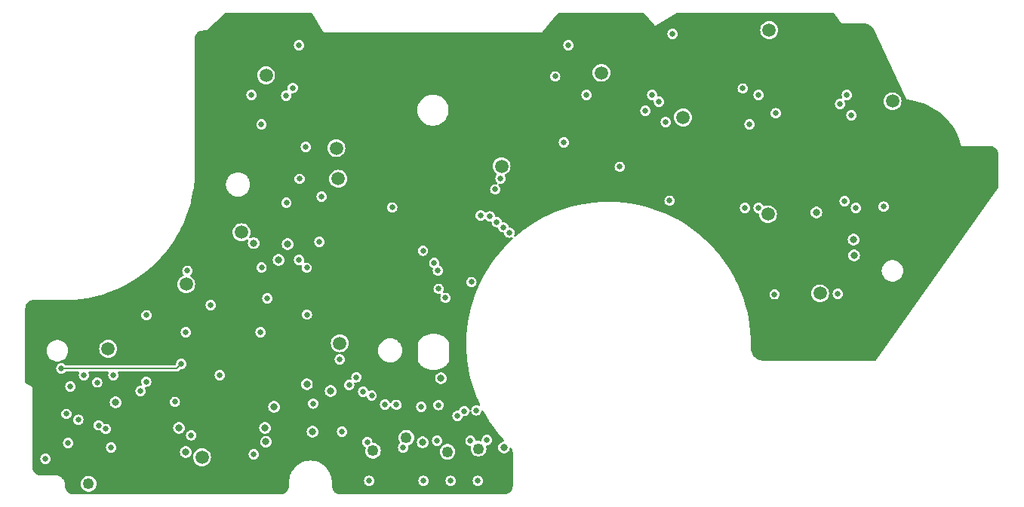
<source format=gbr>
G04 #@! TF.GenerationSoftware,KiCad,Pcbnew,7.0.6*
G04 #@! TF.CreationDate,2023-12-22T13:42:25-08:00*
G04 #@! TF.ProjectId,procon_button_board,70726f63-6f6e-45f6-9275-74746f6e5f62,rev?*
G04 #@! TF.SameCoordinates,Original*
G04 #@! TF.FileFunction,Copper,L3,Inr*
G04 #@! TF.FilePolarity,Positive*
%FSLAX46Y46*%
G04 Gerber Fmt 4.6, Leading zero omitted, Abs format (unit mm)*
G04 Created by KiCad (PCBNEW 7.0.6) date 2023-12-22 13:42:25*
%MOMM*%
%LPD*%
G01*
G04 APERTURE LIST*
G04 #@! TA.AperFunction,ViaPad*
%ADD10C,0.800000*%
G04 #@! TD*
G04 #@! TA.AperFunction,ViaPad*
%ADD11C,0.650000*%
G04 #@! TD*
G04 #@! TA.AperFunction,ViaPad*
%ADD12C,1.500000*%
G04 #@! TD*
G04 #@! TA.AperFunction,ViaPad*
%ADD13C,1.250000*%
G04 #@! TD*
G04 #@! TA.AperFunction,Conductor*
%ADD14C,0.200000*%
G04 #@! TD*
G04 APERTURE END LIST*
D10*
X126562720Y-138605612D03*
D11*
X99384720Y-162735612D03*
X181334234Y-123893767D03*
X122498720Y-121841612D03*
D10*
X141710917Y-160887606D03*
D11*
X106750720Y-161465612D03*
X118942720Y-153337612D03*
X169418000Y-133731000D03*
D10*
X107258720Y-156385612D03*
X124125528Y-160812249D03*
D11*
X115132720Y-148511612D03*
D10*
X125038720Y-156893612D03*
X185894937Y-135051757D03*
X190125683Y-139881547D03*
X190062720Y-138097612D03*
D11*
X113919000Y-156337000D03*
D10*
X131388720Y-155115612D03*
D11*
X117926720Y-145463612D03*
X130372720Y-133271612D03*
X160090720Y-121841612D03*
D10*
X129356720Y-159687612D03*
X115132720Y-161973612D03*
D11*
X149860000Y-132461000D03*
D10*
X150842087Y-161464691D03*
D11*
X181198902Y-144250066D03*
X147193000Y-142875000D03*
X123514720Y-148511612D03*
X163830000Y-129921000D03*
D10*
X125546720Y-140383612D03*
X143764000Y-153670000D03*
D11*
X193432979Y-134393539D03*
D10*
X122755581Y-138503280D03*
D11*
X138303000Y-134493000D03*
X100946952Y-161373173D03*
X115640720Y-153591612D03*
X121990720Y-156131612D03*
X185236720Y-145717612D03*
X125800720Y-153083612D03*
X125726872Y-123395697D03*
X155693975Y-134493000D03*
X173579679Y-135300648D03*
X163392720Y-123063000D03*
X197174720Y-135557612D03*
X121482720Y-146225612D03*
X185236720Y-124889612D03*
X134239000Y-134620000D03*
X101924720Y-160957612D03*
X114624720Y-152067612D03*
X101162720Y-152575612D03*
X147898720Y-165209612D03*
X101747324Y-157686249D03*
X102178720Y-154607612D03*
X158058720Y-116253612D03*
X157550720Y-127175612D03*
X127832720Y-116253612D03*
D12*
X132029200Y-127812800D03*
D11*
X128594720Y-127683612D03*
X103080657Y-158348830D03*
X144850720Y-165209612D03*
X103702720Y-153337612D03*
D13*
X104227219Y-165552532D03*
D11*
X143009050Y-140716947D03*
D10*
X128727900Y-154353612D03*
D11*
X105199223Y-154153663D03*
X110727900Y-146596924D03*
X115316000Y-141605000D03*
X128736649Y-146524700D03*
D12*
X115189000Y-143129000D03*
D10*
X124022720Y-159253572D03*
D11*
X123638935Y-141228354D03*
X128714653Y-141267635D03*
D10*
X114370720Y-159253572D03*
D11*
X110706298Y-154065640D03*
X105357449Y-158975997D03*
X141802720Y-165209612D03*
X135706720Y-165209612D03*
X106157243Y-159380831D03*
D12*
X186309000Y-144145000D03*
D11*
X188284720Y-144193612D03*
X148228722Y-135386049D03*
X188538720Y-122857612D03*
X130118720Y-138351612D03*
X189046720Y-133779612D03*
X166694720Y-123619612D03*
D13*
X147987385Y-161597812D03*
D11*
X141753211Y-139354258D03*
X144272000Y-144653000D03*
D13*
X136143221Y-161833702D03*
X144500157Y-161945912D03*
D11*
X143425971Y-141587729D03*
X143510000Y-143637000D03*
D13*
X139885396Y-160369374D03*
D11*
X135028817Y-155203798D03*
D12*
X161772602Y-119345941D03*
D11*
X156591000Y-119761000D03*
X148919230Y-160614197D03*
X147736989Y-157287885D03*
D12*
X180594000Y-114554000D03*
D11*
X151434800Y-137312400D03*
X169742720Y-114983612D03*
X135996469Y-155618506D03*
X150438720Y-131239612D03*
D12*
X150571200Y-129844800D03*
D11*
X145612720Y-157909612D03*
D12*
X170924659Y-124371252D03*
D11*
X168980720Y-124889612D03*
X146374376Y-157366877D03*
X150759534Y-136710860D03*
X147074758Y-160698843D03*
X127832720Y-140383612D03*
X129425838Y-156526572D03*
D12*
X121384754Y-137280073D03*
D11*
X143491167Y-156695445D03*
X150030902Y-136134071D03*
X179394720Y-121841612D03*
D12*
X194437000Y-122555000D03*
D11*
X189300720Y-121841612D03*
X168218720Y-122603612D03*
D12*
X116954758Y-162557703D03*
D11*
X143326720Y-160703612D03*
X132658720Y-159687612D03*
D12*
X132416626Y-149752890D03*
D11*
X139515616Y-161471318D03*
X132404720Y-151559612D03*
X127140349Y-121050669D03*
X133468723Y-154436917D03*
X141548720Y-156893612D03*
D12*
X124148000Y-119635612D03*
D11*
X137484720Y-156639612D03*
D12*
X132232400Y-131267200D03*
D11*
X127905066Y-131272542D03*
X134284974Y-153564714D03*
D12*
X180467000Y-135255000D03*
D11*
X149261976Y-135483192D03*
X177634335Y-121110921D03*
X138771393Y-156665823D03*
X179394720Y-134541612D03*
X167456720Y-121841612D03*
X135499804Y-160857483D03*
X110052720Y-155115612D03*
D12*
X106426000Y-150368000D03*
D11*
X122752720Y-162227612D03*
X107004720Y-153337612D03*
X115739662Y-160096670D03*
X124276720Y-144701612D03*
X123629229Y-125152363D03*
X126400528Y-121917191D03*
X126428426Y-133955211D03*
X177870720Y-134541612D03*
X178378720Y-125143612D03*
X189808720Y-124127612D03*
X190316720Y-134541612D03*
D14*
X101162720Y-152575612D02*
X114116720Y-152575612D01*
X114116720Y-152575612D02*
X114624720Y-152067612D01*
G04 #@! TA.AperFunction,Conductor*
G36*
X129286932Y-112616185D02*
G01*
X129326648Y-112657418D01*
X130536808Y-114705380D01*
X130547001Y-114727966D01*
X130547500Y-114728652D01*
X130547500Y-114728654D01*
X130562174Y-114748852D01*
X130565388Y-114753747D01*
X130569574Y-114760830D01*
X130575797Y-114768358D01*
X130575407Y-114768679D01*
X130581242Y-114775095D01*
X130585888Y-114781490D01*
X130595311Y-114788336D01*
X130605995Y-114792963D01*
X130605997Y-114792965D01*
X130613867Y-114793711D01*
X130622363Y-114795475D01*
X130622443Y-114794973D01*
X130632081Y-114796500D01*
X130632083Y-114796500D01*
X130640314Y-114796500D01*
X130646175Y-114796778D01*
X130671854Y-114799215D01*
X130696491Y-114796500D01*
X155042236Y-114796500D01*
X155046629Y-114796656D01*
X155073454Y-114798560D01*
X155073454Y-114798559D01*
X155073456Y-114798560D01*
X155077874Y-114795805D01*
X155105159Y-114783098D01*
X155110112Y-114781490D01*
X155125928Y-114759720D01*
X155128601Y-114756301D01*
X156753960Y-112823442D01*
X156907636Y-112640694D01*
X156965849Y-112602053D01*
X157002541Y-112596500D01*
X166442850Y-112596500D01*
X166509889Y-112616185D01*
X166538108Y-112641116D01*
X167666733Y-113995467D01*
X167713698Y-114051824D01*
X167718649Y-114058662D01*
X167730083Y-114076955D01*
X167741785Y-114081681D01*
X167761399Y-114091715D01*
X167772088Y-114098445D01*
X167772091Y-114098444D01*
X167781238Y-114100758D01*
X167790637Y-114101414D01*
X167790639Y-114101415D01*
X167802884Y-114098360D01*
X167824666Y-114094946D01*
X167837253Y-114094110D01*
X167853831Y-114080293D01*
X167860646Y-114075359D01*
X170196666Y-112615347D01*
X170262386Y-112596500D01*
X187739394Y-112596500D01*
X187806433Y-112616185D01*
X187836616Y-112643533D01*
X188717919Y-113756758D01*
X188735888Y-113781490D01*
X188737630Y-113782056D01*
X188767991Y-113796743D01*
X188769507Y-113797751D01*
X188769525Y-113797763D01*
X188800072Y-113796500D01*
X191155671Y-113796500D01*
X191180387Y-113796500D01*
X191184796Y-113796657D01*
X191373144Y-113810143D01*
X191390665Y-113812665D01*
X191568657Y-113851431D01*
X191585648Y-113856426D01*
X191756297Y-113920157D01*
X191772393Y-113927517D01*
X191932228Y-114014914D01*
X191947112Y-114024494D01*
X191983564Y-114051824D01*
X192092850Y-114133763D01*
X192106226Y-114145373D01*
X192234917Y-114274299D01*
X192246501Y-114287694D01*
X192332732Y-114403146D01*
X192355498Y-114433626D01*
X192365058Y-114448539D01*
X192455278Y-114614259D01*
X192457255Y-114618220D01*
X192461021Y-114626493D01*
X192463658Y-114632288D01*
X195710478Y-121766954D01*
X195939041Y-122269205D01*
X195940646Y-122274305D01*
X195956876Y-122308396D01*
X195963942Y-122323923D01*
X195966016Y-122327594D01*
X195968835Y-122333515D01*
X195969968Y-122334295D01*
X195991122Y-122352707D01*
X195995915Y-122357943D01*
X195995916Y-122357943D01*
X195996963Y-122358536D01*
X196000176Y-122359430D01*
X196013196Y-122364050D01*
X196013198Y-122364052D01*
X196029473Y-122365344D01*
X196030146Y-122365398D01*
X196037638Y-122366456D01*
X196061778Y-122371381D01*
X196084938Y-122371417D01*
X196106882Y-122373974D01*
X196536456Y-122424038D01*
X196540898Y-122424723D01*
X197029505Y-122518461D01*
X197033890Y-122519471D01*
X197514272Y-122648843D01*
X197518600Y-122650181D01*
X197930639Y-122794356D01*
X197988166Y-122814485D01*
X197992404Y-122816145D01*
X198087781Y-122857612D01*
X198448611Y-123014490D01*
X198452723Y-123016460D01*
X198893127Y-123247781D01*
X198897082Y-123250048D01*
X199319305Y-123513094D01*
X199323084Y-123515646D01*
X199465470Y-123619611D01*
X199710323Y-123798395D01*
X199724841Y-123808995D01*
X199728421Y-123811817D01*
X200107542Y-124133885D01*
X200110905Y-124136962D01*
X200465358Y-124486022D01*
X200468486Y-124489338D01*
X200689806Y-124741912D01*
X200787479Y-124853379D01*
X200796321Y-124863469D01*
X200799197Y-124867006D01*
X201098676Y-125264225D01*
X201101285Y-125267964D01*
X201370772Y-125686103D01*
X201373099Y-125690023D01*
X201611143Y-126126833D01*
X201613176Y-126130914D01*
X201818491Y-126584025D01*
X201820218Y-126588244D01*
X201830015Y-126614924D01*
X201980737Y-127025377D01*
X201991690Y-127055203D01*
X201993103Y-127059537D01*
X202088523Y-127393382D01*
X202104402Y-127448938D01*
X202122726Y-127513046D01*
X202127500Y-127547123D01*
X202127500Y-127548654D01*
X202127962Y-127550077D01*
X202128140Y-127550357D01*
X202136862Y-127566193D01*
X202136864Y-127566195D01*
X202147800Y-127577582D01*
X202153244Y-127584088D01*
X202165889Y-127601491D01*
X202168516Y-127603400D01*
X202198482Y-127612080D01*
X202212193Y-127616536D01*
X202219452Y-127618155D01*
X202225902Y-127620024D01*
X202225902Y-127620023D01*
X202225903Y-127620024D01*
X202226183Y-127620029D01*
X202255257Y-127616500D01*
X205401071Y-127616500D01*
X205424951Y-127616500D01*
X205431031Y-127616799D01*
X205494327Y-127623032D01*
X205591335Y-127632587D01*
X205615163Y-127637326D01*
X205760544Y-127681427D01*
X205782989Y-127690724D01*
X205916967Y-127762337D01*
X205937174Y-127775839D01*
X206007858Y-127833848D01*
X206054601Y-127872208D01*
X206071791Y-127889398D01*
X206168159Y-128006824D01*
X206181663Y-128027034D01*
X206253272Y-128161003D01*
X206262575Y-128183462D01*
X206306671Y-128328830D01*
X206311413Y-128352671D01*
X206327200Y-128512968D01*
X206327499Y-128519048D01*
X206327499Y-132174746D01*
X206307814Y-132241785D01*
X206304803Y-132246255D01*
X192612978Y-151643009D01*
X192558236Y-151686426D01*
X192511674Y-151695500D01*
X179959501Y-151695500D01*
X179959493Y-151695499D01*
X179945059Y-151695499D01*
X179920567Y-151695499D01*
X179915703Y-151695308D01*
X179833599Y-151688848D01*
X179708922Y-151679038D01*
X179689704Y-151675994D01*
X179495146Y-151629288D01*
X179476640Y-151623276D01*
X179291772Y-151546705D01*
X179274435Y-151537871D01*
X179103835Y-151433331D01*
X179088093Y-151421894D01*
X178935936Y-151291943D01*
X178922176Y-151278184D01*
X178914656Y-151269379D01*
X178792226Y-151126035D01*
X178780791Y-151110296D01*
X178708783Y-150992793D01*
X178676239Y-150939687D01*
X178667406Y-150922350D01*
X178590835Y-150737494D01*
X178584822Y-150718989D01*
X178538109Y-150524422D01*
X178535066Y-150505206D01*
X178519815Y-150311428D01*
X178518895Y-150299749D01*
X178518734Y-150292995D01*
X178530572Y-149911377D01*
X178516871Y-149135651D01*
X178516871Y-149135640D01*
X178479182Y-148567946D01*
X178465477Y-148361508D01*
X178376511Y-147590779D01*
X178376510Y-147590769D01*
X178250185Y-146825284D01*
X178086799Y-146066846D01*
X178086799Y-146066845D01*
X177886732Y-145317225D01*
X177886732Y-145317224D01*
X177650462Y-144578224D01*
X177527664Y-144250066D01*
X180618436Y-144250066D01*
X180638214Y-144400300D01*
X180638215Y-144400302D01*
X180680654Y-144502760D01*
X180696204Y-144540299D01*
X180788451Y-144660517D01*
X180908669Y-144752764D01*
X181048666Y-144810753D01*
X181123783Y-144820642D01*
X181198901Y-144830532D01*
X181198902Y-144830532D01*
X181198903Y-144830532D01*
X181248980Y-144823939D01*
X181349138Y-144810753D01*
X181489135Y-144752764D01*
X181609353Y-144660517D01*
X181701600Y-144540299D01*
X181759589Y-144400302D01*
X181779368Y-144250066D01*
X181778567Y-144243985D01*
X181766234Y-144150302D01*
X181765536Y-144145000D01*
X185303659Y-144145000D01*
X185322975Y-144341129D01*
X185380188Y-144529733D01*
X185473086Y-144703532D01*
X185473090Y-144703539D01*
X185598116Y-144855883D01*
X185750460Y-144980909D01*
X185750467Y-144980913D01*
X185924266Y-145073811D01*
X185924269Y-145073811D01*
X185924273Y-145073814D01*
X186112868Y-145131024D01*
X186309000Y-145150341D01*
X186505132Y-145131024D01*
X186693727Y-145073814D01*
X186700762Y-145070054D01*
X186780632Y-145027361D01*
X186867538Y-144980910D01*
X187019883Y-144855883D01*
X187144910Y-144703538D01*
X187226242Y-144551377D01*
X187237811Y-144529733D01*
X187237811Y-144529732D01*
X187237814Y-144529727D01*
X187295024Y-144341132D01*
X187309553Y-144193612D01*
X187704254Y-144193612D01*
X187724032Y-144343846D01*
X187724033Y-144343848D01*
X187752006Y-144411382D01*
X187782022Y-144483845D01*
X187874269Y-144604063D01*
X187994487Y-144696310D01*
X188134484Y-144754299D01*
X188192850Y-144761983D01*
X188284719Y-144774078D01*
X188284720Y-144774078D01*
X188284721Y-144774078D01*
X188376590Y-144761983D01*
X188434956Y-144754299D01*
X188574953Y-144696310D01*
X188695171Y-144604063D01*
X188787418Y-144483845D01*
X188845407Y-144343848D01*
X188865186Y-144193612D01*
X188858249Y-144140924D01*
X188845407Y-144043377D01*
X188845407Y-144043376D01*
X188787418Y-143903379D01*
X188695171Y-143783161D01*
X188574953Y-143690914D01*
X188574949Y-143690912D01*
X188434956Y-143632925D01*
X188434954Y-143632924D01*
X188284721Y-143613146D01*
X188284719Y-143613146D01*
X188134485Y-143632924D01*
X188134483Y-143632925D01*
X187994490Y-143690912D01*
X187994487Y-143690913D01*
X187994487Y-143690914D01*
X187874269Y-143783161D01*
X187801895Y-143877481D01*
X187782020Y-143903382D01*
X187724033Y-144043375D01*
X187724032Y-144043377D01*
X187704254Y-144193611D01*
X187704254Y-144193612D01*
X187309553Y-144193612D01*
X187314341Y-144145000D01*
X187295024Y-143948868D01*
X187237814Y-143760273D01*
X187237811Y-143760269D01*
X187237811Y-143760266D01*
X187144913Y-143586467D01*
X187144909Y-143586460D01*
X187019883Y-143434116D01*
X186867539Y-143309090D01*
X186867532Y-143309086D01*
X186693733Y-143216188D01*
X186693727Y-143216186D01*
X186567996Y-143178045D01*
X186505129Y-143158975D01*
X186309000Y-143139659D01*
X186112870Y-143158975D01*
X185924266Y-143216188D01*
X185750467Y-143309086D01*
X185750460Y-143309090D01*
X185598116Y-143434116D01*
X185473090Y-143586460D01*
X185473086Y-143586467D01*
X185380188Y-143760266D01*
X185322975Y-143948870D01*
X185303659Y-144145000D01*
X181765536Y-144145000D01*
X181759589Y-144099830D01*
X181701600Y-143959833D01*
X181609353Y-143839615D01*
X181489135Y-143747368D01*
X181489131Y-143747366D01*
X181349138Y-143689379D01*
X181349136Y-143689378D01*
X181198903Y-143669600D01*
X181198901Y-143669600D01*
X181048667Y-143689378D01*
X181048665Y-143689379D01*
X180908672Y-143747366D01*
X180908669Y-143747367D01*
X180908669Y-143747368D01*
X180788451Y-143839615D01*
X180704617Y-143948870D01*
X180696202Y-143959836D01*
X180638215Y-144099829D01*
X180638214Y-144099831D01*
X180618436Y-144250065D01*
X180618436Y-144250066D01*
X177527664Y-144250066D01*
X177406858Y-143927233D01*
X177378554Y-143851595D01*
X177378552Y-143851590D01*
X177378552Y-143851589D01*
X177071641Y-143139035D01*
X177071641Y-143139034D01*
X176787198Y-142558125D01*
X176730453Y-142442236D01*
X176687469Y-142364291D01*
X176355799Y-141762850D01*
X176252906Y-141596000D01*
X193222356Y-141596000D01*
X193242884Y-141817535D01*
X193242885Y-141817537D01*
X193303769Y-142031523D01*
X193303775Y-142031538D01*
X193402938Y-142230683D01*
X193402943Y-142230691D01*
X193537020Y-142408238D01*
X193701437Y-142558123D01*
X193701439Y-142558125D01*
X193890595Y-142675245D01*
X193890596Y-142675245D01*
X193890599Y-142675247D01*
X194098060Y-142755618D01*
X194316757Y-142796500D01*
X194316759Y-142796500D01*
X194539241Y-142796500D01*
X194539243Y-142796500D01*
X194757940Y-142755618D01*
X194965401Y-142675247D01*
X195154562Y-142558124D01*
X195318981Y-142408236D01*
X195453058Y-142230689D01*
X195552229Y-142031528D01*
X195613115Y-141817536D01*
X195633643Y-141596000D01*
X195632876Y-141587728D01*
X195613115Y-141374464D01*
X195613114Y-141374462D01*
X195610710Y-141366014D01*
X195552229Y-141160472D01*
X195530782Y-141117400D01*
X195453061Y-140961316D01*
X195453056Y-140961308D01*
X195318979Y-140783761D01*
X195154562Y-140633876D01*
X195154560Y-140633874D01*
X194965404Y-140516754D01*
X194965398Y-140516752D01*
X194757940Y-140436382D01*
X194539243Y-140395500D01*
X194316757Y-140395500D01*
X194098060Y-140436382D01*
X193966864Y-140487207D01*
X193890601Y-140516752D01*
X193890595Y-140516754D01*
X193701439Y-140633874D01*
X193701437Y-140633876D01*
X193537020Y-140783761D01*
X193402943Y-140961308D01*
X193402938Y-140961316D01*
X193303775Y-141160461D01*
X193303769Y-141160476D01*
X193242885Y-141374462D01*
X193242884Y-141374464D01*
X193222356Y-141595999D01*
X193222356Y-141596000D01*
X176252906Y-141596000D01*
X175948552Y-141102465D01*
X175509696Y-140462675D01*
X175509695Y-140462674D01*
X175489714Y-140436382D01*
X175068052Y-139881547D01*
X189470405Y-139881547D01*
X189489445Y-140038365D01*
X189538520Y-140167763D01*
X189545463Y-140186070D01*
X189635200Y-140316077D01*
X189753443Y-140420830D01*
X189753445Y-140420831D01*
X189893317Y-140494243D01*
X190046697Y-140532047D01*
X190046698Y-140532047D01*
X190204668Y-140532047D01*
X190358048Y-140494243D01*
X190418195Y-140462675D01*
X190497923Y-140420830D01*
X190616166Y-140316077D01*
X190705903Y-140186070D01*
X190761920Y-140038365D01*
X190780961Y-139881547D01*
X190771442Y-139803146D01*
X190761920Y-139724728D01*
X190720291Y-139614962D01*
X190705903Y-139577024D01*
X190616166Y-139447017D01*
X190497923Y-139342264D01*
X190497921Y-139342263D01*
X190497920Y-139342262D01*
X190358048Y-139268850D01*
X190204669Y-139231047D01*
X190204668Y-139231047D01*
X190046698Y-139231047D01*
X190046697Y-139231047D01*
X189893317Y-139268850D01*
X189753445Y-139342262D01*
X189635199Y-139447018D01*
X189545464Y-139577022D01*
X189545463Y-139577023D01*
X189489445Y-139724728D01*
X189470405Y-139881546D01*
X189470405Y-139881547D01*
X175068052Y-139881547D01*
X175040253Y-139844968D01*
X175040247Y-139844960D01*
X174541345Y-139250820D01*
X174511232Y-139218308D01*
X174014130Y-138681611D01*
X173954359Y-138623065D01*
X173459875Y-138138711D01*
X173413615Y-138097612D01*
X189407442Y-138097612D01*
X189426482Y-138254430D01*
X189463339Y-138351612D01*
X189482500Y-138402135D01*
X189572237Y-138532142D01*
X189690480Y-138636895D01*
X189690482Y-138636896D01*
X189830354Y-138710308D01*
X189983734Y-138748112D01*
X189983735Y-138748112D01*
X190141705Y-138748112D01*
X190295085Y-138710308D01*
X190295084Y-138710308D01*
X190434960Y-138636895D01*
X190553203Y-138532142D01*
X190642940Y-138402135D01*
X190698957Y-138254430D01*
X190717998Y-138097612D01*
X190705376Y-137993655D01*
X190698957Y-137940793D01*
X190665578Y-137852780D01*
X190642940Y-137793089D01*
X190553203Y-137663082D01*
X190434960Y-137558329D01*
X190434958Y-137558328D01*
X190434957Y-137558327D01*
X190295085Y-137484915D01*
X190141706Y-137447112D01*
X190141705Y-137447112D01*
X189983735Y-137447112D01*
X189983734Y-137447112D01*
X189830354Y-137484915D01*
X189690482Y-137558327D01*
X189572236Y-137663083D01*
X189482501Y-137793087D01*
X189482500Y-137793088D01*
X189426482Y-137940793D01*
X189407442Y-138097611D01*
X189407442Y-138097612D01*
X173413615Y-138097612D01*
X173208719Y-137915577D01*
X173208617Y-137915413D01*
X172876073Y-137619869D01*
X172876073Y-137619870D01*
X172876064Y-137619862D01*
X172263295Y-137127192D01*
X171626999Y-136665307D01*
X171479848Y-136569190D01*
X170968717Y-136235326D01*
X170968716Y-136235326D01*
X170290062Y-135838304D01*
X170028768Y-135702257D01*
X169592664Y-135475192D01*
X168878227Y-135146879D01*
X168878220Y-135146876D01*
X168878211Y-135146872D01*
X168148472Y-134854155D01*
X167617944Y-134671136D01*
X167405205Y-134597747D01*
X167212107Y-134541612D01*
X177290254Y-134541612D01*
X177310032Y-134691846D01*
X177310033Y-134691848D01*
X177365336Y-134825362D01*
X177368022Y-134831845D01*
X177460269Y-134952063D01*
X177580487Y-135044310D01*
X177720484Y-135102299D01*
X177789636Y-135111403D01*
X177870719Y-135122078D01*
X177870720Y-135122078D01*
X177870721Y-135122078D01*
X177951804Y-135111403D01*
X178020956Y-135102299D01*
X178160953Y-135044310D01*
X178281171Y-134952063D01*
X178373418Y-134831845D01*
X178431407Y-134691848D01*
X178451186Y-134541612D01*
X178814254Y-134541612D01*
X178834032Y-134691846D01*
X178834033Y-134691848D01*
X178889336Y-134825362D01*
X178892022Y-134831845D01*
X178984269Y-134952063D01*
X179104487Y-135044310D01*
X179244484Y-135102299D01*
X179354745Y-135116815D01*
X179418642Y-135145081D01*
X179457113Y-135203406D01*
X179461964Y-135251899D01*
X179461659Y-135254998D01*
X179461659Y-135254999D01*
X179480975Y-135451129D01*
X179538188Y-135639733D01*
X179631086Y-135813532D01*
X179631090Y-135813539D01*
X179756116Y-135965883D01*
X179908460Y-136090909D01*
X179908467Y-136090913D01*
X180082266Y-136183811D01*
X180082269Y-136183811D01*
X180082273Y-136183814D01*
X180270868Y-136241024D01*
X180467000Y-136260341D01*
X180663132Y-136241024D01*
X180851727Y-136183814D01*
X181025538Y-136090910D01*
X181177883Y-135965883D01*
X181302910Y-135813538D01*
X181395814Y-135639727D01*
X181453024Y-135451132D01*
X181472341Y-135255000D01*
X181453024Y-135058868D01*
X181450867Y-135051757D01*
X185239659Y-135051757D01*
X185258699Y-135208575D01*
X185298281Y-135312942D01*
X185314717Y-135356280D01*
X185404454Y-135486287D01*
X185522697Y-135591040D01*
X185522699Y-135591041D01*
X185662571Y-135664453D01*
X185815951Y-135702257D01*
X185815952Y-135702257D01*
X185973922Y-135702257D01*
X186127302Y-135664453D01*
X186174401Y-135639733D01*
X186267177Y-135591040D01*
X186385420Y-135486287D01*
X186475157Y-135356280D01*
X186531174Y-135208575D01*
X186550215Y-135051757D01*
X186543409Y-134995699D01*
X186531174Y-134894938D01*
X186497286Y-134805583D01*
X186475157Y-134747234D01*
X186385420Y-134617227D01*
X186300067Y-134541612D01*
X189736254Y-134541612D01*
X189756032Y-134691846D01*
X189756033Y-134691848D01*
X189811336Y-134825362D01*
X189814022Y-134831845D01*
X189906269Y-134952063D01*
X190026487Y-135044310D01*
X190166484Y-135102299D01*
X190235636Y-135111403D01*
X190316719Y-135122078D01*
X190316720Y-135122078D01*
X190316721Y-135122078D01*
X190397804Y-135111403D01*
X190466956Y-135102299D01*
X190606953Y-135044310D01*
X190727171Y-134952063D01*
X190819418Y-134831845D01*
X190877407Y-134691848D01*
X190897186Y-134541612D01*
X190890071Y-134487572D01*
X190877692Y-134393539D01*
X192852513Y-134393539D01*
X192872291Y-134543773D01*
X192872292Y-134543775D01*
X192913489Y-134643234D01*
X192930281Y-134683772D01*
X193022528Y-134803990D01*
X193142746Y-134896237D01*
X193282743Y-134954226D01*
X193357861Y-134964115D01*
X193432978Y-134974005D01*
X193432979Y-134974005D01*
X193432980Y-134974005D01*
X193483057Y-134967411D01*
X193583215Y-134954226D01*
X193723212Y-134896237D01*
X193843430Y-134803990D01*
X193935677Y-134683772D01*
X193993666Y-134543775D01*
X194013445Y-134393539D01*
X194006760Y-134342765D01*
X193999292Y-134286037D01*
X193993666Y-134243303D01*
X193935677Y-134103306D01*
X193843430Y-133983088D01*
X193723212Y-133890841D01*
X193723208Y-133890839D01*
X193583215Y-133832852D01*
X193583213Y-133832851D01*
X193432980Y-133813073D01*
X193432978Y-133813073D01*
X193282744Y-133832851D01*
X193282742Y-133832852D01*
X193142749Y-133890839D01*
X193142746Y-133890840D01*
X193142746Y-133890841D01*
X193022528Y-133983088D01*
X192944096Y-134085303D01*
X192930279Y-134103309D01*
X192872292Y-134243302D01*
X192872291Y-134243304D01*
X192852513Y-134393538D01*
X192852513Y-134393539D01*
X190877692Y-134393539D01*
X190877407Y-134391377D01*
X190877407Y-134391376D01*
X190819418Y-134251379D01*
X190727171Y-134131161D01*
X190606953Y-134038914D01*
X190606949Y-134038912D01*
X190466956Y-133980925D01*
X190466954Y-133980924D01*
X190316721Y-133961146D01*
X190316719Y-133961146D01*
X190166485Y-133980924D01*
X190166483Y-133980925D01*
X190026490Y-134038912D01*
X190026487Y-134038913D01*
X190026487Y-134038914D01*
X189906269Y-134131161D01*
X189827589Y-134233699D01*
X189814020Y-134251382D01*
X189756033Y-134391375D01*
X189756032Y-134391377D01*
X189736254Y-134541611D01*
X189736254Y-134541612D01*
X186300067Y-134541612D01*
X186267177Y-134512474D01*
X186267175Y-134512473D01*
X186267174Y-134512472D01*
X186127302Y-134439060D01*
X185973923Y-134401257D01*
X185973922Y-134401257D01*
X185815952Y-134401257D01*
X185815951Y-134401257D01*
X185662571Y-134439060D01*
X185522699Y-134512472D01*
X185404453Y-134617228D01*
X185314718Y-134747232D01*
X185314717Y-134747233D01*
X185258699Y-134894938D01*
X185239659Y-135051756D01*
X185239659Y-135051757D01*
X181450867Y-135051757D01*
X181395814Y-134870273D01*
X181395811Y-134870269D01*
X181395811Y-134870266D01*
X181302913Y-134696467D01*
X181302909Y-134696460D01*
X181177883Y-134544116D01*
X181025539Y-134419090D01*
X181025532Y-134419086D01*
X180851733Y-134326188D01*
X180851727Y-134326186D01*
X180663132Y-134268976D01*
X180663129Y-134268975D01*
X180467000Y-134249659D01*
X180270870Y-134268975D01*
X180082263Y-134326189D01*
X180076945Y-134329032D01*
X180008542Y-134343269D01*
X179943299Y-134318265D01*
X179903938Y-134267120D01*
X179897419Y-134251382D01*
X179897418Y-134251379D01*
X179805171Y-134131161D01*
X179684953Y-134038914D01*
X179684949Y-134038912D01*
X179544956Y-133980925D01*
X179544954Y-133980924D01*
X179394721Y-133961146D01*
X179394719Y-133961146D01*
X179244485Y-133980924D01*
X179244483Y-133980925D01*
X179104490Y-134038912D01*
X179104487Y-134038913D01*
X179104487Y-134038914D01*
X178984269Y-134131161D01*
X178905589Y-134233699D01*
X178892020Y-134251382D01*
X178834033Y-134391375D01*
X178834032Y-134391377D01*
X178814254Y-134541611D01*
X178814254Y-134541612D01*
X178451186Y-134541612D01*
X178444071Y-134487572D01*
X178431407Y-134391377D01*
X178431407Y-134391376D01*
X178373418Y-134251379D01*
X178281171Y-134131161D01*
X178160953Y-134038914D01*
X178160949Y-134038912D01*
X178020956Y-133980925D01*
X178020954Y-133980924D01*
X177870721Y-133961146D01*
X177870719Y-133961146D01*
X177720485Y-133980924D01*
X177720483Y-133980925D01*
X177580490Y-134038912D01*
X177580487Y-134038913D01*
X177580487Y-134038914D01*
X177460269Y-134131161D01*
X177381589Y-134233699D01*
X177368020Y-134251382D01*
X177310033Y-134391375D01*
X177310032Y-134391377D01*
X177290254Y-134541611D01*
X177290254Y-134541612D01*
X167212107Y-134541612D01*
X166650198Y-134378261D01*
X166650197Y-134378260D01*
X166650191Y-134378259D01*
X166246991Y-134282310D01*
X165885294Y-134196237D01*
X165112352Y-134052115D01*
X165010386Y-134038259D01*
X164333263Y-133946248D01*
X163549870Y-133878888D01*
X162764140Y-133850205D01*
X162764137Y-133850205D01*
X162764136Y-133850205D01*
X162502069Y-133853557D01*
X161977929Y-133860264D01*
X161411737Y-133895457D01*
X161193188Y-133909042D01*
X161193184Y-133909042D01*
X161193175Y-133909043D01*
X160796883Y-133953358D01*
X160411795Y-133996420D01*
X159635655Y-134122187D01*
X158866653Y-134286037D01*
X158866650Y-134286037D01*
X158866649Y-134286038D01*
X158788581Y-134306739D01*
X158106657Y-134487572D01*
X157451136Y-134696467D01*
X157357506Y-134726304D01*
X156972450Y-134870266D01*
X156636956Y-134995698D01*
X156621033Y-135001651D01*
X156418421Y-135089006D01*
X155899022Y-135312942D01*
X155193219Y-135659427D01*
X154505341Y-136040261D01*
X153891734Y-136420630D01*
X153837061Y-136454521D01*
X153322544Y-136809702D01*
X153189999Y-136901200D01*
X152902542Y-137121310D01*
X152565736Y-137379207D01*
X152131109Y-137747347D01*
X152067231Y-137775656D01*
X151998189Y-137764937D01*
X151945902Y-137718591D01*
X151926972Y-137651335D01*
X151936403Y-137605275D01*
X151937496Y-137602634D01*
X151937498Y-137602633D01*
X151995487Y-137462636D01*
X152015266Y-137312400D01*
X152010770Y-137278253D01*
X152002253Y-137213558D01*
X151995487Y-137162164D01*
X151937498Y-137022167D01*
X151845251Y-136901949D01*
X151725033Y-136809702D01*
X151725029Y-136809700D01*
X151617637Y-136765217D01*
X151585036Y-136751713D01*
X151435484Y-136732024D01*
X151371588Y-136703757D01*
X151333117Y-136645433D01*
X151328732Y-136625277D01*
X151320221Y-136560624D01*
X151262232Y-136420627D01*
X151169985Y-136300409D01*
X151049767Y-136208162D01*
X151049763Y-136208160D01*
X150909770Y-136150173D01*
X150909768Y-136150172D01*
X150759535Y-136130394D01*
X150759531Y-136130394D01*
X150736354Y-136133445D01*
X150667318Y-136122679D01*
X150615063Y-136076298D01*
X150597231Y-136026691D01*
X150591860Y-135985891D01*
X150591589Y-135983835D01*
X150533600Y-135843838D01*
X150441353Y-135723620D01*
X150321135Y-135631373D01*
X150321131Y-135631371D01*
X150181138Y-135573384D01*
X150181136Y-135573383D01*
X150030903Y-135553605D01*
X150030899Y-135553605D01*
X149977702Y-135560608D01*
X149908667Y-135549842D01*
X149856412Y-135503461D01*
X149838579Y-135453856D01*
X149822663Y-135332956D01*
X149764674Y-135192959D01*
X149672427Y-135072741D01*
X149552209Y-134980494D01*
X149552205Y-134980492D01*
X149412212Y-134922505D01*
X149412210Y-134922504D01*
X149261977Y-134902726D01*
X149261975Y-134902726D01*
X149111741Y-134922504D01*
X149111739Y-134922505D01*
X148971745Y-134980492D01*
X148971742Y-134980494D01*
X148863160Y-135063812D01*
X148797991Y-135089006D01*
X148729546Y-135074967D01*
X148689300Y-135040925D01*
X148639173Y-134975598D01*
X148518955Y-134883351D01*
X148518951Y-134883349D01*
X148378958Y-134825362D01*
X148378956Y-134825361D01*
X148228723Y-134805583D01*
X148228721Y-134805583D01*
X148078487Y-134825361D01*
X148078485Y-134825362D01*
X147938492Y-134883349D01*
X147938489Y-134883350D01*
X147938489Y-134883351D01*
X147818271Y-134975598D01*
X147754376Y-135058868D01*
X147726022Y-135095819D01*
X147668035Y-135235812D01*
X147668034Y-135235814D01*
X147648256Y-135386048D01*
X147648256Y-135386049D01*
X147668034Y-135536283D01*
X147668035Y-135536285D01*
X147719041Y-135659425D01*
X147726024Y-135676282D01*
X147818271Y-135796500D01*
X147938489Y-135888747D01*
X148078486Y-135946736D01*
X148153603Y-135956625D01*
X148228721Y-135966515D01*
X148228722Y-135966515D01*
X148228723Y-135966515D01*
X148278800Y-135959921D01*
X148378958Y-135946736D01*
X148518955Y-135888747D01*
X148627537Y-135805428D01*
X148692705Y-135780234D01*
X148761150Y-135794272D01*
X148801398Y-135828317D01*
X148813308Y-135843838D01*
X148851525Y-135893643D01*
X148971743Y-135985890D01*
X149111740Y-136043879D01*
X149186858Y-136053768D01*
X149261975Y-136063658D01*
X149261976Y-136063658D01*
X149315174Y-136056654D01*
X149384208Y-136067419D01*
X149436464Y-136113799D01*
X149454298Y-136163407D01*
X149468954Y-136274732D01*
X149470215Y-136284306D01*
X149470215Y-136284307D01*
X149497947Y-136351259D01*
X149528204Y-136424304D01*
X149620451Y-136544522D01*
X149740669Y-136636769D01*
X149880666Y-136694758D01*
X150030902Y-136714537D01*
X150054080Y-136711485D01*
X150123113Y-136722249D01*
X150175369Y-136768628D01*
X150193204Y-136818237D01*
X150198847Y-136861096D01*
X150256836Y-137001093D01*
X150349083Y-137121311D01*
X150469301Y-137213558D01*
X150609298Y-137271547D01*
X150758850Y-137291235D01*
X150822745Y-137319501D01*
X150861216Y-137377825D01*
X150865602Y-137397988D01*
X150874113Y-137462635D01*
X150874113Y-137462636D01*
X150913750Y-137558329D01*
X150932102Y-137602633D01*
X151024349Y-137722851D01*
X151144567Y-137815098D01*
X151284564Y-137873087D01*
X151359682Y-137882976D01*
X151434799Y-137892866D01*
X151434800Y-137892866D01*
X151434801Y-137892866D01*
X151476318Y-137887400D01*
X151585036Y-137873087D01*
X151665070Y-137839935D01*
X151734536Y-137832467D01*
X151797015Y-137863741D01*
X151832668Y-137923830D01*
X151830175Y-137993655D01*
X151797229Y-138045053D01*
X151415501Y-138402135D01*
X151391565Y-138424526D01*
X150844523Y-138989287D01*
X150844517Y-138989293D01*
X150844510Y-138989301D01*
X150524304Y-139354257D01*
X150325967Y-139580312D01*
X150179610Y-139764708D01*
X149837155Y-140196168D01*
X149837156Y-140196168D01*
X149379281Y-140835351D01*
X149207296Y-141102302D01*
X149147866Y-141194549D01*
X148953449Y-141496318D01*
X148733389Y-141877962D01*
X148577443Y-142148416D01*
X148560695Y-142177461D01*
X148201974Y-142877125D01*
X148074591Y-143158976D01*
X147878159Y-143593607D01*
X147878157Y-143593611D01*
X147590030Y-144325180D01*
X147590026Y-144325191D01*
X147338293Y-145070054D01*
X147338293Y-145070055D01*
X147123555Y-145826430D01*
X146946343Y-146592457D01*
X146807082Y-147366291D01*
X146706113Y-148146030D01*
X146706113Y-148146031D01*
X146706112Y-148146045D01*
X146643678Y-148929826D01*
X146619932Y-149715730D01*
X146634932Y-150501851D01*
X146688640Y-151286278D01*
X146736427Y-151690596D01*
X146774760Y-152014925D01*
X146780928Y-152067106D01*
X146884444Y-152681454D01*
X146911573Y-152842457D01*
X147080249Y-153610397D01*
X147286557Y-154369116D01*
X147380664Y-154658135D01*
X147529685Y-155115808D01*
X147529993Y-155116752D01*
X147809959Y-155851474D01*
X147860142Y-155965884D01*
X148125783Y-156571516D01*
X148125786Y-156571522D01*
X148125786Y-156571523D01*
X148137710Y-156595432D01*
X148150014Y-156664209D01*
X148123180Y-156728721D01*
X148065729Y-156768484D01*
X147995900Y-156770875D01*
X147979292Y-156765333D01*
X147887228Y-156727199D01*
X147887223Y-156727197D01*
X147736990Y-156707419D01*
X147736988Y-156707419D01*
X147586754Y-156727197D01*
X147586752Y-156727198D01*
X147446759Y-156785185D01*
X147446756Y-156785186D01*
X147446756Y-156785187D01*
X147326538Y-156877434D01*
X147286322Y-156929845D01*
X147234289Y-156997655D01*
X147176302Y-157137648D01*
X147176302Y-157137649D01*
X147170632Y-157180715D01*
X147142365Y-157244611D01*
X147084040Y-157283081D01*
X147014175Y-157283912D01*
X146954952Y-157246839D01*
X146933132Y-157211980D01*
X146927397Y-157198135D01*
X146881471Y-157087259D01*
X146877076Y-157076648D01*
X146877076Y-157076647D01*
X146856959Y-157050430D01*
X146784827Y-156956426D01*
X146664609Y-156864179D01*
X146664605Y-156864177D01*
X146524612Y-156806190D01*
X146524610Y-156806189D01*
X146374377Y-156786411D01*
X146374375Y-156786411D01*
X146224141Y-156806189D01*
X146224139Y-156806190D01*
X146084146Y-156864177D01*
X146084143Y-156864178D01*
X146084143Y-156864179D01*
X145963925Y-156956426D01*
X145892075Y-157050063D01*
X145871676Y-157076647D01*
X145813688Y-157216641D01*
X145811891Y-157230298D01*
X145783624Y-157294195D01*
X145725299Y-157332665D01*
X145672767Y-157337051D01*
X145612721Y-157329146D01*
X145612719Y-157329146D01*
X145462485Y-157348924D01*
X145462483Y-157348925D01*
X145322490Y-157406912D01*
X145322487Y-157406913D01*
X145322487Y-157406914D01*
X145234958Y-157474078D01*
X145202269Y-157499161D01*
X145110020Y-157619382D01*
X145052033Y-157759375D01*
X145052032Y-157759377D01*
X145032254Y-157909611D01*
X145032254Y-157909612D01*
X145052032Y-158059846D01*
X145052033Y-158059848D01*
X145109503Y-158198594D01*
X145110022Y-158199845D01*
X145202269Y-158320063D01*
X145322487Y-158412310D01*
X145462484Y-158470299D01*
X145537601Y-158480188D01*
X145612719Y-158490078D01*
X145612720Y-158490078D01*
X145612721Y-158490078D01*
X145662798Y-158483484D01*
X145762956Y-158470299D01*
X145902953Y-158412310D01*
X146023171Y-158320063D01*
X146115418Y-158199845D01*
X146173407Y-158059848D01*
X146175205Y-158046190D01*
X146203467Y-157982298D01*
X146261790Y-157943824D01*
X146314326Y-157939437D01*
X146374376Y-157947343D01*
X146524612Y-157927564D01*
X146664609Y-157869575D01*
X146784827Y-157777328D01*
X146877074Y-157657110D01*
X146935063Y-157517113D01*
X146940732Y-157474047D01*
X146968998Y-157410152D01*
X147027322Y-157371680D01*
X147097186Y-157370848D01*
X147156410Y-157407920D01*
X147178232Y-157442780D01*
X147209020Y-157517110D01*
X147234291Y-157578118D01*
X147326538Y-157698336D01*
X147446756Y-157790583D01*
X147586753Y-157848572D01*
X147661871Y-157858461D01*
X147736988Y-157868351D01*
X147736989Y-157868351D01*
X147736990Y-157868351D01*
X147787067Y-157861758D01*
X147887225Y-157848572D01*
X148027222Y-157790583D01*
X148147440Y-157698336D01*
X148239687Y-157578118D01*
X148297676Y-157438121D01*
X148300433Y-157417177D01*
X148328699Y-157353281D01*
X148387024Y-157314810D01*
X148456888Y-157313979D01*
X148516112Y-157351051D01*
X148531476Y-157372622D01*
X148861850Y-157960605D01*
X148861851Y-157960606D01*
X149128352Y-158384550D01*
X149184141Y-158473299D01*
X149280302Y-158626269D01*
X149731027Y-159270495D01*
X149731027Y-159270494D01*
X149731034Y-159270504D01*
X150212956Y-159891752D01*
X150212955Y-159891752D01*
X150724895Y-160488503D01*
X150724905Y-160488514D01*
X150724908Y-160488517D01*
X150765503Y-160531371D01*
X150836248Y-160606053D01*
X150868061Y-160668260D01*
X150861192Y-160737791D01*
X150817823Y-160792571D01*
X150770041Y-160811004D01*
X150770384Y-160812396D01*
X150609721Y-160851994D01*
X150469849Y-160925406D01*
X150469846Y-160925408D01*
X150469847Y-160925408D01*
X150359033Y-161023580D01*
X150351603Y-161030162D01*
X150261868Y-161160166D01*
X150261867Y-161160167D01*
X150205849Y-161307872D01*
X150186809Y-161464690D01*
X150186809Y-161464691D01*
X150205849Y-161621509D01*
X150245066Y-161724914D01*
X150261867Y-161769214D01*
X150351604Y-161899221D01*
X150469847Y-162003974D01*
X150469849Y-162003975D01*
X150609721Y-162077387D01*
X150763101Y-162115191D01*
X150763102Y-162115191D01*
X150921072Y-162115191D01*
X151074452Y-162077387D01*
X151074475Y-162077375D01*
X151214327Y-162003974D01*
X151332570Y-161899221D01*
X151422307Y-161769214D01*
X151478324Y-161621509D01*
X151482000Y-161591228D01*
X151509620Y-161527052D01*
X151567553Y-161487994D01*
X151637406Y-161486457D01*
X151697001Y-161522930D01*
X151709798Y-161539739D01*
X151714365Y-161546938D01*
X151717807Y-161552362D01*
X151718574Y-161553570D01*
X151727897Y-161571278D01*
X151777041Y-161686279D01*
X151783393Y-161705251D01*
X151813403Y-161826661D01*
X151816621Y-161846408D01*
X151819004Y-161875838D01*
X151827298Y-161978269D01*
X151827500Y-161983255D01*
X151827500Y-165792951D01*
X151827201Y-165799032D01*
X151811413Y-165959329D01*
X151806671Y-165983169D01*
X151762575Y-166128537D01*
X151753272Y-166150996D01*
X151681663Y-166284965D01*
X151668159Y-166305175D01*
X151571791Y-166422601D01*
X151554601Y-166439791D01*
X151437175Y-166536159D01*
X151416965Y-166549663D01*
X151282996Y-166621272D01*
X151260537Y-166630575D01*
X151115169Y-166674671D01*
X151091329Y-166679413D01*
X150931032Y-166695201D01*
X150924951Y-166695500D01*
X132431049Y-166695500D01*
X132424968Y-166695201D01*
X132264671Y-166679413D01*
X132240830Y-166674671D01*
X132095462Y-166630575D01*
X132073005Y-166621273D01*
X131939035Y-166549663D01*
X131918824Y-166536159D01*
X131801398Y-166439791D01*
X131784208Y-166422601D01*
X131687840Y-166305175D01*
X131674336Y-166284965D01*
X131662525Y-166262868D01*
X131602724Y-166150989D01*
X131593427Y-166128544D01*
X131549326Y-165983163D01*
X131544587Y-165959335D01*
X131528799Y-165799031D01*
X131528500Y-165792951D01*
X131528500Y-165209612D01*
X135126254Y-165209612D01*
X135146032Y-165359846D01*
X135146033Y-165359848D01*
X135204022Y-165499845D01*
X135296269Y-165620063D01*
X135416487Y-165712310D01*
X135556484Y-165770299D01*
X135631601Y-165780188D01*
X135706719Y-165790078D01*
X135706720Y-165790078D01*
X135706721Y-165790078D01*
X135756798Y-165783485D01*
X135856956Y-165770299D01*
X135996953Y-165712310D01*
X136117171Y-165620063D01*
X136209418Y-165499845D01*
X136267407Y-165359848D01*
X136287186Y-165209612D01*
X141222254Y-165209612D01*
X141242032Y-165359846D01*
X141242033Y-165359848D01*
X141300022Y-165499845D01*
X141392269Y-165620063D01*
X141512487Y-165712310D01*
X141652484Y-165770299D01*
X141727602Y-165780188D01*
X141802719Y-165790078D01*
X141802720Y-165790078D01*
X141802721Y-165790078D01*
X141852798Y-165783485D01*
X141952956Y-165770299D01*
X142092953Y-165712310D01*
X142213171Y-165620063D01*
X142305418Y-165499845D01*
X142363407Y-165359848D01*
X142383186Y-165209612D01*
X144270254Y-165209612D01*
X144290032Y-165359846D01*
X144290033Y-165359848D01*
X144348022Y-165499845D01*
X144440269Y-165620063D01*
X144560487Y-165712310D01*
X144700484Y-165770299D01*
X144775602Y-165780188D01*
X144850719Y-165790078D01*
X144850720Y-165790078D01*
X144850721Y-165790078D01*
X144900798Y-165783485D01*
X145000956Y-165770299D01*
X145140953Y-165712310D01*
X145261171Y-165620063D01*
X145353418Y-165499845D01*
X145411407Y-165359848D01*
X145431186Y-165209612D01*
X147318254Y-165209612D01*
X147338032Y-165359846D01*
X147338033Y-165359848D01*
X147396022Y-165499845D01*
X147488269Y-165620063D01*
X147608487Y-165712310D01*
X147748484Y-165770299D01*
X147823601Y-165780188D01*
X147898719Y-165790078D01*
X147898720Y-165790078D01*
X147898721Y-165790078D01*
X147948798Y-165783485D01*
X148048956Y-165770299D01*
X148188953Y-165712310D01*
X148309171Y-165620063D01*
X148401418Y-165499845D01*
X148459407Y-165359848D01*
X148479186Y-165209612D01*
X148477257Y-165194963D01*
X148459407Y-165059377D01*
X148459407Y-165059376D01*
X148401418Y-164919379D01*
X148309171Y-164799161D01*
X148188953Y-164706914D01*
X148188949Y-164706912D01*
X148048956Y-164648925D01*
X148048954Y-164648924D01*
X147898721Y-164629146D01*
X147898719Y-164629146D01*
X147748485Y-164648924D01*
X147748483Y-164648925D01*
X147608490Y-164706912D01*
X147608487Y-164706913D01*
X147608487Y-164706914D01*
X147488269Y-164799161D01*
X147399494Y-164914855D01*
X147396020Y-164919382D01*
X147338033Y-165059375D01*
X147338032Y-165059377D01*
X147318254Y-165209611D01*
X147318254Y-165209612D01*
X145431186Y-165209612D01*
X145429257Y-165194963D01*
X145411407Y-165059377D01*
X145411407Y-165059376D01*
X145353418Y-164919379D01*
X145261171Y-164799161D01*
X145140953Y-164706914D01*
X145140949Y-164706912D01*
X145000956Y-164648925D01*
X145000954Y-164648924D01*
X144850721Y-164629146D01*
X144850719Y-164629146D01*
X144700485Y-164648924D01*
X144700483Y-164648925D01*
X144560490Y-164706912D01*
X144560487Y-164706913D01*
X144560487Y-164706914D01*
X144440269Y-164799161D01*
X144351494Y-164914855D01*
X144348020Y-164919382D01*
X144290033Y-165059375D01*
X144290032Y-165059377D01*
X144270254Y-165209611D01*
X144270254Y-165209612D01*
X142383186Y-165209612D01*
X142381257Y-165194963D01*
X142363407Y-165059377D01*
X142363407Y-165059376D01*
X142305418Y-164919379D01*
X142213171Y-164799161D01*
X142092953Y-164706914D01*
X142092949Y-164706912D01*
X141952956Y-164648925D01*
X141952954Y-164648924D01*
X141802721Y-164629146D01*
X141802719Y-164629146D01*
X141652485Y-164648924D01*
X141652483Y-164648925D01*
X141512490Y-164706912D01*
X141512487Y-164706913D01*
X141512487Y-164706914D01*
X141392269Y-164799161D01*
X141303494Y-164914855D01*
X141300020Y-164919382D01*
X141242033Y-165059375D01*
X141242032Y-165059377D01*
X141222254Y-165209611D01*
X141222254Y-165209612D01*
X136287186Y-165209612D01*
X136285257Y-165194963D01*
X136267407Y-165059377D01*
X136267407Y-165059376D01*
X136209418Y-164919379D01*
X136117171Y-164799161D01*
X135996953Y-164706914D01*
X135996949Y-164706912D01*
X135856956Y-164648925D01*
X135856954Y-164648924D01*
X135706721Y-164629146D01*
X135706719Y-164629146D01*
X135556485Y-164648924D01*
X135556483Y-164648925D01*
X135416490Y-164706912D01*
X135416487Y-164706913D01*
X135416487Y-164706914D01*
X135296269Y-164799161D01*
X135207494Y-164914855D01*
X135204020Y-164919382D01*
X135146033Y-165059375D01*
X135146032Y-165059377D01*
X135126254Y-165209611D01*
X135126254Y-165209612D01*
X131528500Y-165209612D01*
X131528500Y-165194974D01*
X131528499Y-165194963D01*
X131493684Y-164919382D01*
X131490642Y-164895302D01*
X131427384Y-164648925D01*
X131415525Y-164602737D01*
X131415524Y-164602734D01*
X131304336Y-164321904D01*
X131304335Y-164321903D01*
X131304334Y-164321901D01*
X131304332Y-164321896D01*
X131158816Y-164057205D01*
X131158810Y-164057198D01*
X131158808Y-164057193D01*
X130981280Y-163812846D01*
X130981272Y-163812836D01*
X130774505Y-163592652D01*
X130541763Y-163400111D01*
X130286738Y-163238268D01*
X130286732Y-163238265D01*
X130013436Y-163109661D01*
X130013431Y-163109659D01*
X129726164Y-163016320D01*
X129726161Y-163016319D01*
X129726160Y-163016319D01*
X129577808Y-162988019D01*
X129429453Y-162959719D01*
X129429446Y-162959718D01*
X129128005Y-162940754D01*
X129127995Y-162940754D01*
X128826553Y-162959718D01*
X128826546Y-162959719D01*
X128529835Y-163016320D01*
X128242568Y-163109659D01*
X128242563Y-163109661D01*
X127969267Y-163238265D01*
X127969261Y-163238268D01*
X127714236Y-163400111D01*
X127481494Y-163592652D01*
X127274727Y-163812836D01*
X127274719Y-163812846D01*
X127097191Y-164057193D01*
X127097184Y-164057205D01*
X126951664Y-164321903D01*
X126951663Y-164321904D01*
X126840475Y-164602734D01*
X126840474Y-164602737D01*
X126765357Y-164895304D01*
X126727500Y-165194963D01*
X126727499Y-165194974D01*
X126727500Y-165792951D01*
X126727201Y-165799032D01*
X126711413Y-165959329D01*
X126706671Y-165983169D01*
X126662575Y-166128537D01*
X126653272Y-166150996D01*
X126581663Y-166284965D01*
X126568159Y-166305175D01*
X126471791Y-166422601D01*
X126454601Y-166439791D01*
X126337175Y-166536159D01*
X126316965Y-166549663D01*
X126182996Y-166621272D01*
X126160537Y-166630575D01*
X126015169Y-166674671D01*
X125991329Y-166679413D01*
X125831032Y-166695201D01*
X125824951Y-166695500D01*
X102481049Y-166695500D01*
X102474968Y-166695201D01*
X102314671Y-166679413D01*
X102290830Y-166674671D01*
X102145462Y-166630575D01*
X102123005Y-166621273D01*
X101989035Y-166549663D01*
X101968824Y-166536159D01*
X101851398Y-166439791D01*
X101834208Y-166422601D01*
X101737840Y-166305175D01*
X101724336Y-166284965D01*
X101712525Y-166262868D01*
X101652724Y-166150989D01*
X101643427Y-166128544D01*
X101599326Y-165983163D01*
X101594587Y-165959335D01*
X101578799Y-165799031D01*
X101578500Y-165792951D01*
X101578500Y-165599721D01*
X101578499Y-165599716D01*
X101570179Y-165552532D01*
X103346897Y-165552532D01*
X103366134Y-165735561D01*
X103366135Y-165735564D01*
X103423002Y-165910585D01*
X103423005Y-165910591D01*
X103515024Y-166069972D01*
X103567756Y-166128537D01*
X103638168Y-166206738D01*
X103638170Y-166206740D01*
X103787053Y-166314910D01*
X103787054Y-166314910D01*
X103787058Y-166314913D01*
X103924172Y-166375960D01*
X103955180Y-166389766D01*
X103955185Y-166389768D01*
X104135200Y-166428032D01*
X104319238Y-166428032D01*
X104499253Y-166389768D01*
X104667380Y-166314913D01*
X104816269Y-166206739D01*
X104939414Y-166069972D01*
X105031433Y-165910591D01*
X105088304Y-165735561D01*
X105107541Y-165552532D01*
X105088304Y-165369503D01*
X105042695Y-165229134D01*
X105031435Y-165194478D01*
X105031432Y-165194472D01*
X104955162Y-165062369D01*
X104939414Y-165035092D01*
X104816269Y-164898325D01*
X104816267Y-164898323D01*
X104667384Y-164790153D01*
X104667381Y-164790151D01*
X104667380Y-164790151D01*
X104606331Y-164762970D01*
X104499257Y-164715297D01*
X104499252Y-164715295D01*
X104319238Y-164677032D01*
X104135200Y-164677032D01*
X103955185Y-164715295D01*
X103955180Y-164715297D01*
X103787058Y-164790151D01*
X103787053Y-164790153D01*
X103638170Y-164898323D01*
X103638168Y-164898325D01*
X103515023Y-165035093D01*
X103423005Y-165194472D01*
X103423002Y-165194478D01*
X103369271Y-165359848D01*
X103366134Y-165369503D01*
X103346897Y-165552532D01*
X101570179Y-165552532D01*
X101545062Y-165410082D01*
X101479202Y-165229132D01*
X101382921Y-165062368D01*
X101348608Y-165021475D01*
X101259144Y-164914855D01*
X101121264Y-164799161D01*
X101111632Y-164791079D01*
X101056043Y-164758985D01*
X100944872Y-164694800D01*
X100944869Y-164694799D01*
X100944868Y-164694798D01*
X100896056Y-164677032D01*
X100763917Y-164628937D01*
X100574283Y-164595500D01*
X100574281Y-164595500D01*
X100493917Y-164595500D01*
X98831049Y-164595500D01*
X98824968Y-164595201D01*
X98664671Y-164579413D01*
X98640830Y-164574671D01*
X98495462Y-164530575D01*
X98473005Y-164521273D01*
X98339035Y-164449663D01*
X98318824Y-164436159D01*
X98201398Y-164339791D01*
X98184208Y-164322601D01*
X98183629Y-164321896D01*
X98087839Y-164205174D01*
X98074336Y-164184965D01*
X98062525Y-164162868D01*
X98002724Y-164050989D01*
X97993427Y-164028544D01*
X97949326Y-163883163D01*
X97944587Y-163859335D01*
X97928799Y-163699031D01*
X97928500Y-163692951D01*
X97928500Y-162735612D01*
X98804254Y-162735612D01*
X98824032Y-162885846D01*
X98824033Y-162885848D01*
X98878076Y-163016320D01*
X98882022Y-163025845D01*
X98974269Y-163146063D01*
X99094487Y-163238310D01*
X99234484Y-163296299D01*
X99309602Y-163306188D01*
X99384719Y-163316078D01*
X99384720Y-163316078D01*
X99384721Y-163316078D01*
X99434798Y-163309485D01*
X99534956Y-163296299D01*
X99674953Y-163238310D01*
X99795171Y-163146063D01*
X99887418Y-163025845D01*
X99945407Y-162885848D01*
X99965186Y-162735612D01*
X99956671Y-162670938D01*
X99947348Y-162600118D01*
X99945407Y-162585376D01*
X99887418Y-162445379D01*
X99795171Y-162325161D01*
X99674953Y-162232914D01*
X99674949Y-162232912D01*
X99534956Y-162174925D01*
X99534954Y-162174924D01*
X99384721Y-162155146D01*
X99384719Y-162155146D01*
X99234485Y-162174924D01*
X99234483Y-162174925D01*
X99094490Y-162232912D01*
X99094487Y-162232913D01*
X99094487Y-162232914D01*
X98974269Y-162325161D01*
X98889950Y-162435048D01*
X98882020Y-162445382D01*
X98824033Y-162585375D01*
X98824032Y-162585377D01*
X98804254Y-162735611D01*
X98804254Y-162735612D01*
X97928500Y-162735612D01*
X97928500Y-160957612D01*
X101344253Y-160957612D01*
X101364032Y-161107846D01*
X101364033Y-161107848D01*
X101421579Y-161246777D01*
X101422022Y-161247845D01*
X101514269Y-161368063D01*
X101634487Y-161460310D01*
X101774484Y-161518299D01*
X101849601Y-161528188D01*
X101924719Y-161538078D01*
X101924720Y-161538078D01*
X101924721Y-161538078D01*
X101984969Y-161530146D01*
X102074956Y-161518299D01*
X102202153Y-161465612D01*
X106170253Y-161465612D01*
X106190032Y-161615846D01*
X106190033Y-161615848D01*
X106219206Y-161686279D01*
X106248022Y-161755845D01*
X106340269Y-161876063D01*
X106460487Y-161968310D01*
X106600484Y-162026299D01*
X106675602Y-162036188D01*
X106750719Y-162046078D01*
X106750720Y-162046078D01*
X106750721Y-162046078D01*
X106800798Y-162039484D01*
X106900956Y-162026299D01*
X107028153Y-161973612D01*
X114477442Y-161973612D01*
X114496482Y-162130430D01*
X114542596Y-162252020D01*
X114552500Y-162278135D01*
X114642237Y-162408142D01*
X114760480Y-162512895D01*
X114760482Y-162512896D01*
X114900354Y-162586308D01*
X115053734Y-162624112D01*
X115053735Y-162624112D01*
X115211705Y-162624112D01*
X115365085Y-162586308D01*
X115366863Y-162585375D01*
X115419589Y-162557702D01*
X115949417Y-162557702D01*
X115968733Y-162753832D01*
X116025946Y-162942436D01*
X116118844Y-163116235D01*
X116118848Y-163116242D01*
X116243874Y-163268586D01*
X116396218Y-163393612D01*
X116396225Y-163393616D01*
X116570024Y-163486514D01*
X116570027Y-163486514D01*
X116570031Y-163486517D01*
X116758626Y-163543727D01*
X116954758Y-163563044D01*
X117150890Y-163543727D01*
X117339485Y-163486517D01*
X117513296Y-163393613D01*
X117665641Y-163268586D01*
X117790668Y-163116241D01*
X117844077Y-163016320D01*
X117883569Y-162942436D01*
X117883569Y-162942435D01*
X117883572Y-162942430D01*
X117940782Y-162753835D01*
X117960099Y-162557703D01*
X117940782Y-162361571D01*
X117900146Y-162227612D01*
X122172253Y-162227612D01*
X122192032Y-162377846D01*
X122192033Y-162377848D01*
X122247971Y-162512895D01*
X122250022Y-162517845D01*
X122342269Y-162638063D01*
X122462487Y-162730310D01*
X122602484Y-162788299D01*
X122677602Y-162798188D01*
X122752719Y-162808078D01*
X122752720Y-162808078D01*
X122752721Y-162808078D01*
X122802798Y-162801485D01*
X122902956Y-162788299D01*
X123042953Y-162730310D01*
X123163171Y-162638063D01*
X123255418Y-162517845D01*
X123313407Y-162377848D01*
X123333186Y-162227612D01*
X123326249Y-162174924D01*
X123313407Y-162077377D01*
X123313407Y-162077376D01*
X123255418Y-161937379D01*
X123163171Y-161817161D01*
X123042953Y-161724914D01*
X123042949Y-161724912D01*
X122902956Y-161666925D01*
X122902954Y-161666924D01*
X122752721Y-161647146D01*
X122752719Y-161647146D01*
X122602485Y-161666924D01*
X122602483Y-161666925D01*
X122462490Y-161724912D01*
X122462487Y-161724913D01*
X122462487Y-161724914D01*
X122342269Y-161817161D01*
X122279304Y-161899219D01*
X122250020Y-161937382D01*
X122192033Y-162077375D01*
X122192032Y-162077377D01*
X122172253Y-162227611D01*
X122172253Y-162227612D01*
X117900146Y-162227612D01*
X117883572Y-162172976D01*
X117883569Y-162172972D01*
X117883569Y-162172969D01*
X117790671Y-161999170D01*
X117790667Y-161999163D01*
X117665641Y-161846819D01*
X117513297Y-161721793D01*
X117513290Y-161721789D01*
X117339491Y-161628891D01*
X117339485Y-161628889D01*
X117150890Y-161571679D01*
X117150887Y-161571678D01*
X116954758Y-161552362D01*
X116758628Y-161571678D01*
X116570024Y-161628891D01*
X116396225Y-161721789D01*
X116396218Y-161721793D01*
X116243874Y-161846819D01*
X116118848Y-161999163D01*
X116118844Y-161999170D01*
X116025946Y-162172969D01*
X115968733Y-162361573D01*
X115949417Y-162557702D01*
X115419589Y-162557702D01*
X115504960Y-162512895D01*
X115623203Y-162408142D01*
X115712940Y-162278135D01*
X115768957Y-162130430D01*
X115787998Y-161973612D01*
X115776154Y-161876062D01*
X115768957Y-161816793D01*
X115745841Y-161755841D01*
X115712940Y-161669089D01*
X115623203Y-161539082D01*
X115504960Y-161434329D01*
X115504958Y-161434328D01*
X115504957Y-161434327D01*
X115365085Y-161360915D01*
X115211706Y-161323112D01*
X115211705Y-161323112D01*
X115053735Y-161323112D01*
X115053734Y-161323112D01*
X114900354Y-161360915D01*
X114760482Y-161434327D01*
X114642236Y-161539083D01*
X114552501Y-161669087D01*
X114552500Y-161669088D01*
X114496482Y-161816793D01*
X114477442Y-161973611D01*
X114477442Y-161973612D01*
X107028153Y-161973612D01*
X107040953Y-161968310D01*
X107161171Y-161876063D01*
X107253418Y-161755845D01*
X107311407Y-161615848D01*
X107331186Y-161465612D01*
X107323643Y-161408321D01*
X107312158Y-161321081D01*
X107311407Y-161315376D01*
X107253418Y-161175379D01*
X107161171Y-161055161D01*
X107040953Y-160962914D01*
X107040949Y-160962912D01*
X106900956Y-160904925D01*
X106900954Y-160904924D01*
X106750721Y-160885146D01*
X106750719Y-160885146D01*
X106600485Y-160904924D01*
X106600483Y-160904925D01*
X106460490Y-160962912D01*
X106460487Y-160962913D01*
X106460487Y-160962914D01*
X106340269Y-161055161D01*
X106259696Y-161160166D01*
X106248020Y-161175382D01*
X106190033Y-161315375D01*
X106190032Y-161315377D01*
X106170253Y-161465611D01*
X106170253Y-161465612D01*
X102202153Y-161465612D01*
X102214953Y-161460310D01*
X102335171Y-161368063D01*
X102427418Y-161247845D01*
X102485407Y-161107848D01*
X102505186Y-160957612D01*
X102498249Y-160904924D01*
X102486068Y-160812396D01*
X102486049Y-160812249D01*
X123470249Y-160812249D01*
X123489290Y-160969067D01*
X123541923Y-161107846D01*
X123545308Y-161116772D01*
X123635045Y-161246779D01*
X123753288Y-161351532D01*
X123753290Y-161351533D01*
X123893162Y-161424945D01*
X124046542Y-161462749D01*
X124046543Y-161462749D01*
X124204513Y-161462749D01*
X124357893Y-161424945D01*
X124365204Y-161421108D01*
X124497768Y-161351532D01*
X124616011Y-161246779D01*
X124705748Y-161116772D01*
X124761765Y-160969067D01*
X124775314Y-160857483D01*
X134919338Y-160857483D01*
X134939116Y-161007717D01*
X134939117Y-161007719D01*
X134990494Y-161131755D01*
X134997106Y-161147716D01*
X135089353Y-161267934D01*
X135209571Y-161360181D01*
X135224730Y-161366460D01*
X135250819Y-161377267D01*
X135305222Y-161421108D01*
X135327287Y-161487403D01*
X135321297Y-161530146D01*
X135293452Y-161615846D01*
X135282136Y-161650673D01*
X135262899Y-161833702D01*
X135282136Y-162016731D01*
X135282137Y-162016734D01*
X135339004Y-162191755D01*
X135339007Y-162191761D01*
X135431026Y-162351142D01*
X135482347Y-162408140D01*
X135554170Y-162487908D01*
X135554172Y-162487910D01*
X135703055Y-162596080D01*
X135703056Y-162596080D01*
X135703060Y-162596083D01*
X135797349Y-162638063D01*
X135871182Y-162670936D01*
X135871187Y-162670938D01*
X136051202Y-162709202D01*
X136235240Y-162709202D01*
X136415255Y-162670938D01*
X136583382Y-162596083D01*
X136732271Y-162487909D01*
X136855416Y-162351142D01*
X136947435Y-162191761D01*
X137004306Y-162016731D01*
X137023543Y-161833702D01*
X137004306Y-161650673D01*
X136947435Y-161475643D01*
X136944938Y-161471318D01*
X138935150Y-161471318D01*
X138954928Y-161621552D01*
X138954929Y-161621554D01*
X139010552Y-161755841D01*
X139012918Y-161761551D01*
X139105165Y-161881769D01*
X139225383Y-161974016D01*
X139365380Y-162032005D01*
X139440498Y-162041894D01*
X139515615Y-162051784D01*
X139515616Y-162051784D01*
X139515617Y-162051784D01*
X139565694Y-162045191D01*
X139665852Y-162032005D01*
X139805849Y-161974016D01*
X139842475Y-161945912D01*
X143619835Y-161945912D01*
X143639072Y-162128941D01*
X143639073Y-162128944D01*
X143695940Y-162303965D01*
X143695943Y-162303971D01*
X143787962Y-162463352D01*
X143872915Y-162557702D01*
X143911106Y-162600118D01*
X143911108Y-162600120D01*
X144059991Y-162708290D01*
X144059992Y-162708290D01*
X144059996Y-162708293D01*
X144197110Y-162769340D01*
X144228118Y-162783146D01*
X144228123Y-162783148D01*
X144408138Y-162821412D01*
X144592176Y-162821412D01*
X144772191Y-162783148D01*
X144940318Y-162708293D01*
X145089207Y-162600119D01*
X145212352Y-162463352D01*
X145304371Y-162303971D01*
X145361242Y-162128941D01*
X145380479Y-161945912D01*
X145361242Y-161762883D01*
X145317705Y-161628891D01*
X145304373Y-161587858D01*
X145304370Y-161587852D01*
X145212352Y-161428472D01*
X145089207Y-161291705D01*
X145089205Y-161291703D01*
X144940322Y-161183533D01*
X144940319Y-161183531D01*
X144940318Y-161183531D01*
X144879269Y-161156350D01*
X144772195Y-161108677D01*
X144772190Y-161108675D01*
X144592176Y-161070412D01*
X144408138Y-161070412D01*
X144228123Y-161108675D01*
X144228118Y-161108677D01*
X144059996Y-161183531D01*
X144059991Y-161183533D01*
X143911108Y-161291703D01*
X143911106Y-161291705D01*
X143787961Y-161428473D01*
X143695943Y-161587852D01*
X143695940Y-161587858D01*
X143639073Y-161762879D01*
X143639072Y-161762883D01*
X143619835Y-161945912D01*
X139842475Y-161945912D01*
X139926067Y-161881769D01*
X140018314Y-161761551D01*
X140076303Y-161621554D01*
X140096082Y-161471318D01*
X140078639Y-161338829D01*
X140089404Y-161269797D01*
X140135784Y-161217541D01*
X140151854Y-161210065D01*
X140151493Y-161209254D01*
X140218331Y-161179495D01*
X140325557Y-161131755D01*
X140474446Y-161023581D01*
X140596878Y-160887606D01*
X141055639Y-160887606D01*
X141074679Y-161044424D01*
X141126510Y-161181088D01*
X141130697Y-161192129D01*
X141220434Y-161322136D01*
X141338677Y-161426889D01*
X141338679Y-161426890D01*
X141478551Y-161500302D01*
X141631931Y-161538106D01*
X141631932Y-161538106D01*
X141789902Y-161538106D01*
X141943282Y-161500302D01*
X142083157Y-161426889D01*
X142201400Y-161322136D01*
X142291137Y-161192129D01*
X142347154Y-161044424D01*
X142366195Y-160887606D01*
X142362538Y-160857483D01*
X142347154Y-160730787D01*
X142336848Y-160703612D01*
X142746254Y-160703612D01*
X142766032Y-160853846D01*
X142766033Y-160853848D01*
X142822046Y-160989076D01*
X142824022Y-160993845D01*
X142916269Y-161114063D01*
X143036487Y-161206310D01*
X143176484Y-161264299D01*
X143235647Y-161272088D01*
X143326719Y-161284078D01*
X143326720Y-161284078D01*
X143326721Y-161284078D01*
X143376798Y-161277484D01*
X143476956Y-161264299D01*
X143616953Y-161206310D01*
X143737171Y-161114063D01*
X143829418Y-160993845D01*
X143887407Y-160853848D01*
X143907186Y-160703612D01*
X143906558Y-160698843D01*
X146494292Y-160698843D01*
X146514070Y-160849077D01*
X146514071Y-160849079D01*
X146560902Y-160962140D01*
X146572060Y-160989076D01*
X146664307Y-161109294D01*
X146784525Y-161201541D01*
X146924522Y-161259530D01*
X147019916Y-161272088D01*
X147083810Y-161300354D01*
X147122282Y-161358678D01*
X147124497Y-161408060D01*
X147126980Y-161408321D01*
X147126301Y-161414779D01*
X147126300Y-161414783D01*
X147107063Y-161597812D01*
X147126300Y-161780841D01*
X147126301Y-161780844D01*
X147183168Y-161955865D01*
X147183171Y-161955871D01*
X147275190Y-162115252D01*
X147344079Y-162191761D01*
X147398334Y-162252018D01*
X147398336Y-162252020D01*
X147547219Y-162360190D01*
X147547220Y-162360190D01*
X147547224Y-162360193D01*
X147684338Y-162421240D01*
X147715346Y-162435046D01*
X147715351Y-162435048D01*
X147895366Y-162473312D01*
X148079404Y-162473312D01*
X148259419Y-162435048D01*
X148427546Y-162360193D01*
X148576435Y-162252019D01*
X148699580Y-162115252D01*
X148791599Y-161955871D01*
X148848470Y-161780841D01*
X148867707Y-161597812D01*
X148848470Y-161414783D01*
X148828856Y-161354420D01*
X148826862Y-161284582D01*
X148862942Y-161224749D01*
X148925642Y-161193920D01*
X148930568Y-161193170D01*
X149069466Y-161174884D01*
X149209463Y-161116895D01*
X149329681Y-161024648D01*
X149421928Y-160904430D01*
X149479917Y-160764433D01*
X149499696Y-160614197D01*
X149495599Y-160583081D01*
X149485679Y-160507725D01*
X149479917Y-160463961D01*
X149421928Y-160323964D01*
X149329681Y-160203746D01*
X149209463Y-160111499D01*
X149209459Y-160111497D01*
X149069466Y-160053510D01*
X149069464Y-160053509D01*
X148919231Y-160033731D01*
X148919229Y-160033731D01*
X148768995Y-160053509D01*
X148768993Y-160053510D01*
X148629000Y-160111497D01*
X148628997Y-160111498D01*
X148628997Y-160111499D01*
X148508779Y-160203746D01*
X148443828Y-160288392D01*
X148416530Y-160323967D01*
X148358543Y-160463960D01*
X148358542Y-160463962D01*
X148338764Y-160614196D01*
X148338764Y-160622324D01*
X148335772Y-160622324D01*
X148327194Y-160677248D01*
X148280802Y-160729492D01*
X148213528Y-160748362D01*
X148189252Y-160745661D01*
X148079404Y-160722312D01*
X147895366Y-160722312D01*
X147895365Y-160722312D01*
X147795976Y-160743437D01*
X147726309Y-160738121D01*
X147670576Y-160695983D01*
X147647257Y-160638334D01*
X147635445Y-160548607D01*
X147577456Y-160408610D01*
X147485209Y-160288392D01*
X147364991Y-160196145D01*
X147364987Y-160196143D01*
X147224994Y-160138156D01*
X147224992Y-160138155D01*
X147074759Y-160118377D01*
X147074757Y-160118377D01*
X146924523Y-160138155D01*
X146924521Y-160138156D01*
X146784528Y-160196143D01*
X146784525Y-160196144D01*
X146784525Y-160196145D01*
X146664307Y-160288392D01*
X146581027Y-160396925D01*
X146572058Y-160408613D01*
X146514071Y-160548606D01*
X146514070Y-160548608D01*
X146494292Y-160698842D01*
X146494292Y-160698843D01*
X143906558Y-160698843D01*
X143887407Y-160553376D01*
X143829418Y-160413379D01*
X143737171Y-160293161D01*
X143616953Y-160200914D01*
X143616949Y-160200912D01*
X143476956Y-160142925D01*
X143476954Y-160142924D01*
X143326721Y-160123146D01*
X143326719Y-160123146D01*
X143176485Y-160142924D01*
X143176483Y-160142925D01*
X143036490Y-160200912D01*
X143036487Y-160200913D01*
X143036487Y-160200914D01*
X142916269Y-160293161D01*
X142827682Y-160408610D01*
X142824020Y-160413382D01*
X142766033Y-160553375D01*
X142766032Y-160553377D01*
X142746254Y-160703611D01*
X142746254Y-160703612D01*
X142336848Y-160703612D01*
X142318575Y-160655431D01*
X142291137Y-160583083D01*
X142201400Y-160453076D01*
X142083157Y-160348323D01*
X142083155Y-160348322D01*
X142083154Y-160348321D01*
X141943282Y-160274909D01*
X141789903Y-160237106D01*
X141789902Y-160237106D01*
X141631932Y-160237106D01*
X141631931Y-160237106D01*
X141478551Y-160274909D01*
X141338679Y-160348321D01*
X141220433Y-160453077D01*
X141130698Y-160583081D01*
X141130697Y-160583082D01*
X141074679Y-160730787D01*
X141055639Y-160887605D01*
X141055639Y-160887606D01*
X140596878Y-160887606D01*
X140597591Y-160886814D01*
X140689610Y-160727433D01*
X140746481Y-160552403D01*
X140765718Y-160369374D01*
X140746481Y-160186345D01*
X140703320Y-160053509D01*
X140689612Y-160011320D01*
X140689609Y-160011314D01*
X140670286Y-159977845D01*
X140597591Y-159851934D01*
X140474446Y-159715167D01*
X140474444Y-159715165D01*
X140325561Y-159606995D01*
X140325558Y-159606993D01*
X140325557Y-159606993D01*
X140215733Y-159558096D01*
X140157434Y-159532139D01*
X140157429Y-159532137D01*
X139977415Y-159493874D01*
X139793377Y-159493874D01*
X139613362Y-159532137D01*
X139613357Y-159532139D01*
X139445235Y-159606993D01*
X139445230Y-159606995D01*
X139296347Y-159715165D01*
X139296345Y-159715167D01*
X139173200Y-159851935D01*
X139081182Y-160011314D01*
X139081179Y-160011320D01*
X139024312Y-160186341D01*
X139024311Y-160186345D01*
X139005074Y-160369374D01*
X139024311Y-160552403D01*
X139024312Y-160552406D01*
X139081179Y-160727427D01*
X139081182Y-160727433D01*
X139167579Y-160877077D01*
X139184052Y-160944977D01*
X139161199Y-161011004D01*
X139135680Y-161037451D01*
X139105165Y-161060867D01*
X139017297Y-161175379D01*
X139012916Y-161181088D01*
X138954929Y-161321081D01*
X138954928Y-161321083D01*
X138935150Y-161471317D01*
X138935150Y-161471318D01*
X136944938Y-161471318D01*
X136855416Y-161316262D01*
X136732271Y-161179495D01*
X136732269Y-161179493D01*
X136583386Y-161071323D01*
X136583383Y-161071321D01*
X136583382Y-161071321D01*
X136507311Y-161037452D01*
X136415259Y-160996467D01*
X136415254Y-160996465D01*
X136235240Y-160958202D01*
X136202275Y-160958202D01*
X136135236Y-160938517D01*
X136089481Y-160885713D01*
X136079336Y-160850388D01*
X136074315Y-160812249D01*
X136060491Y-160707247D01*
X136002502Y-160567250D01*
X135910255Y-160447032D01*
X135790037Y-160354785D01*
X135790033Y-160354783D01*
X135650040Y-160296796D01*
X135650038Y-160296795D01*
X135499805Y-160277017D01*
X135499803Y-160277017D01*
X135349569Y-160296795D01*
X135349567Y-160296796D01*
X135209574Y-160354783D01*
X135209571Y-160354784D01*
X135209571Y-160354785D01*
X135089353Y-160447032D01*
X135008497Y-160552406D01*
X134997104Y-160567253D01*
X134939117Y-160707246D01*
X134939116Y-160707248D01*
X134919338Y-160857482D01*
X134919338Y-160857483D01*
X124775314Y-160857483D01*
X124780806Y-160812249D01*
X124780215Y-160807377D01*
X124761765Y-160655430D01*
X124734326Y-160583081D01*
X124705748Y-160507726D01*
X124616011Y-160377719D01*
X124497768Y-160272966D01*
X124497766Y-160272965D01*
X124497765Y-160272964D01*
X124357893Y-160199552D01*
X124204514Y-160161749D01*
X124204513Y-160161749D01*
X124046543Y-160161749D01*
X124046542Y-160161749D01*
X123893162Y-160199552D01*
X123753290Y-160272964D01*
X123635044Y-160377720D01*
X123545309Y-160507724D01*
X123545308Y-160507725D01*
X123489290Y-160655430D01*
X123470249Y-160812248D01*
X123470249Y-160812249D01*
X102486049Y-160812249D01*
X102485407Y-160807376D01*
X102427418Y-160667379D01*
X102335171Y-160547161D01*
X102214953Y-160454914D01*
X102214949Y-160454912D01*
X102074956Y-160396925D01*
X102074954Y-160396924D01*
X101924721Y-160377146D01*
X101924719Y-160377146D01*
X101774485Y-160396924D01*
X101774483Y-160396925D01*
X101634490Y-160454912D01*
X101634487Y-160454913D01*
X101634487Y-160454914D01*
X101514269Y-160547161D01*
X101486707Y-160583081D01*
X101422020Y-160667382D01*
X101364033Y-160807375D01*
X101364032Y-160807377D01*
X101344253Y-160957611D01*
X101344253Y-160957612D01*
X97928500Y-160957612D01*
X97928500Y-160096670D01*
X115159196Y-160096670D01*
X115178974Y-160246904D01*
X115178975Y-160246906D01*
X115220983Y-160348323D01*
X115236964Y-160386903D01*
X115329211Y-160507121D01*
X115449429Y-160599368D01*
X115589426Y-160657357D01*
X115664544Y-160667246D01*
X115739661Y-160677136D01*
X115739662Y-160677136D01*
X115739663Y-160677136D01*
X115789740Y-160670542D01*
X115889898Y-160657357D01*
X116029895Y-160599368D01*
X116150113Y-160507121D01*
X116242360Y-160386903D01*
X116300349Y-160246906D01*
X116320128Y-160096670D01*
X116300349Y-159946434D01*
X116242360Y-159806437D01*
X116150113Y-159686219D01*
X116029895Y-159593972D01*
X116029891Y-159593970D01*
X115889898Y-159535983D01*
X115889896Y-159535982D01*
X115739663Y-159516204D01*
X115739661Y-159516204D01*
X115589427Y-159535982D01*
X115589425Y-159535983D01*
X115449432Y-159593970D01*
X115449429Y-159593971D01*
X115449429Y-159593972D01*
X115348961Y-159671064D01*
X115329211Y-159686219D01*
X115236962Y-159806440D01*
X115178975Y-159946433D01*
X115178974Y-159946435D01*
X115159196Y-160096669D01*
X115159196Y-160096670D01*
X97928500Y-160096670D01*
X97928500Y-158975997D01*
X104776983Y-158975997D01*
X104796761Y-159126231D01*
X104796762Y-159126233D01*
X104821068Y-159184914D01*
X104854751Y-159266230D01*
X104946998Y-159386448D01*
X105067216Y-159478695D01*
X105207213Y-159536684D01*
X105282330Y-159546573D01*
X105357448Y-159556463D01*
X105357449Y-159556463D01*
X105499834Y-159537717D01*
X105568866Y-159548482D01*
X105621122Y-159594862D01*
X105630578Y-159613203D01*
X105654545Y-159671064D01*
X105746792Y-159791282D01*
X105867010Y-159883529D01*
X106007007Y-159941518D01*
X106082124Y-159951407D01*
X106157242Y-159961297D01*
X106157243Y-159961297D01*
X106157244Y-159961297D01*
X106207321Y-159954704D01*
X106307479Y-159941518D01*
X106447476Y-159883529D01*
X106567694Y-159791282D01*
X106659941Y-159671064D01*
X106717930Y-159531067D01*
X106737709Y-159380831D01*
X106720955Y-159253572D01*
X113715442Y-159253572D01*
X113734482Y-159410390D01*
X113782380Y-159536684D01*
X113790500Y-159558095D01*
X113880237Y-159688102D01*
X113998480Y-159792855D01*
X113998482Y-159792856D01*
X114138354Y-159866268D01*
X114291734Y-159904072D01*
X114291735Y-159904072D01*
X114449705Y-159904072D01*
X114603085Y-159866268D01*
X114657234Y-159837848D01*
X114742960Y-159792855D01*
X114861203Y-159688102D01*
X114950940Y-159558095D01*
X115006957Y-159410390D01*
X115025998Y-159253572D01*
X123367441Y-159253572D01*
X123386482Y-159410390D01*
X123434380Y-159536684D01*
X123442500Y-159558095D01*
X123532237Y-159688102D01*
X123650480Y-159792855D01*
X123650482Y-159792856D01*
X123790354Y-159866268D01*
X123943734Y-159904072D01*
X123943735Y-159904072D01*
X124101705Y-159904072D01*
X124255085Y-159866268D01*
X124309234Y-159837848D01*
X124394960Y-159792855D01*
X124513203Y-159688102D01*
X124513541Y-159687612D01*
X128701441Y-159687612D01*
X128720482Y-159844430D01*
X128776499Y-159992134D01*
X128776500Y-159992135D01*
X128866237Y-160122142D01*
X128984480Y-160226895D01*
X128984482Y-160226896D01*
X129124354Y-160300308D01*
X129277734Y-160338112D01*
X129277735Y-160338112D01*
X129435705Y-160338112D01*
X129589085Y-160300308D01*
X129611789Y-160288392D01*
X129728960Y-160226895D01*
X129847203Y-160122142D01*
X129936940Y-159992135D01*
X129992957Y-159844430D01*
X130011998Y-159687612D01*
X132078253Y-159687612D01*
X132098032Y-159837846D01*
X132098033Y-159837848D01*
X132149167Y-159961297D01*
X132156022Y-159977845D01*
X132248269Y-160098063D01*
X132368487Y-160190310D01*
X132508484Y-160248299D01*
X132583602Y-160258188D01*
X132658719Y-160268078D01*
X132658720Y-160268078D01*
X132658721Y-160268078D01*
X132708798Y-160261484D01*
X132808956Y-160248299D01*
X132948953Y-160190310D01*
X133069171Y-160098063D01*
X133161418Y-159977845D01*
X133219407Y-159837848D01*
X133239186Y-159687612D01*
X133237007Y-159671064D01*
X133219407Y-159537377D01*
X133219407Y-159537376D01*
X133161418Y-159397379D01*
X133069171Y-159277161D01*
X132948953Y-159184914D01*
X132948949Y-159184912D01*
X132808956Y-159126925D01*
X132808954Y-159126924D01*
X132658721Y-159107146D01*
X132658719Y-159107146D01*
X132508485Y-159126924D01*
X132508483Y-159126925D01*
X132368490Y-159184912D01*
X132368487Y-159184913D01*
X132368487Y-159184914D01*
X132248269Y-159277161D01*
X132164411Y-159386447D01*
X132156020Y-159397382D01*
X132098033Y-159537375D01*
X132098032Y-159537377D01*
X132078253Y-159687611D01*
X132078253Y-159687612D01*
X130011998Y-159687612D01*
X130002210Y-159606995D01*
X129992957Y-159530793D01*
X129965315Y-159457909D01*
X129936940Y-159383089D01*
X129847203Y-159253082D01*
X129728960Y-159148329D01*
X129728958Y-159148328D01*
X129728957Y-159148327D01*
X129589085Y-159074915D01*
X129435706Y-159037112D01*
X129435705Y-159037112D01*
X129277735Y-159037112D01*
X129277734Y-159037112D01*
X129124354Y-159074915D01*
X128984482Y-159148327D01*
X128866236Y-159253083D01*
X128776501Y-159383087D01*
X128776500Y-159383088D01*
X128720482Y-159530793D01*
X128701441Y-159687611D01*
X128701441Y-159687612D01*
X124513541Y-159687612D01*
X124602940Y-159558095D01*
X124658957Y-159410390D01*
X124677998Y-159253572D01*
X124669662Y-159184914D01*
X124658957Y-159096753D01*
X124613160Y-158975997D01*
X124602940Y-158949049D01*
X124513203Y-158819042D01*
X124394960Y-158714289D01*
X124394958Y-158714288D01*
X124394957Y-158714287D01*
X124255085Y-158640875D01*
X124101706Y-158603072D01*
X124101705Y-158603072D01*
X123943735Y-158603072D01*
X123943734Y-158603072D01*
X123790354Y-158640875D01*
X123650482Y-158714287D01*
X123532236Y-158819043D01*
X123442501Y-158949047D01*
X123442500Y-158949048D01*
X123386482Y-159096753D01*
X123367441Y-159253571D01*
X123367441Y-159253572D01*
X115025998Y-159253572D01*
X115017662Y-159184914D01*
X115006957Y-159096753D01*
X114961160Y-158975997D01*
X114950940Y-158949049D01*
X114861203Y-158819042D01*
X114742960Y-158714289D01*
X114742958Y-158714288D01*
X114742957Y-158714287D01*
X114603085Y-158640875D01*
X114449706Y-158603072D01*
X114449705Y-158603072D01*
X114291735Y-158603072D01*
X114291734Y-158603072D01*
X114138354Y-158640875D01*
X113998482Y-158714287D01*
X113880236Y-158819043D01*
X113790501Y-158949047D01*
X113790500Y-158949048D01*
X113734482Y-159096753D01*
X113715442Y-159253571D01*
X113715442Y-159253572D01*
X106720955Y-159253572D01*
X106717930Y-159230595D01*
X106659941Y-159090598D01*
X106567694Y-158970380D01*
X106447476Y-158878133D01*
X106447472Y-158878131D01*
X106307479Y-158820144D01*
X106307477Y-158820143D01*
X106157244Y-158800365D01*
X106157242Y-158800365D01*
X106014859Y-158819110D01*
X105945824Y-158808344D01*
X105893568Y-158761964D01*
X105884117Y-158743634D01*
X105860147Y-158685764D01*
X105767900Y-158565546D01*
X105647682Y-158473299D01*
X105647678Y-158473297D01*
X105507685Y-158415310D01*
X105507683Y-158415309D01*
X105357450Y-158395531D01*
X105357448Y-158395531D01*
X105207214Y-158415309D01*
X105207212Y-158415310D01*
X105067219Y-158473297D01*
X105067216Y-158473298D01*
X105067216Y-158473299D01*
X104946998Y-158565546D01*
X104900404Y-158626269D01*
X104854749Y-158685767D01*
X104796762Y-158825760D01*
X104796761Y-158825762D01*
X104776983Y-158975996D01*
X104776983Y-158975997D01*
X97928500Y-158975997D01*
X97928500Y-158348830D01*
X102500191Y-158348830D01*
X102519969Y-158499064D01*
X102519970Y-158499066D01*
X102572659Y-158626269D01*
X102577959Y-158639063D01*
X102670206Y-158759281D01*
X102790424Y-158851528D01*
X102930421Y-158909517D01*
X103005539Y-158919406D01*
X103080656Y-158929296D01*
X103080657Y-158929296D01*
X103080658Y-158929296D01*
X103130735Y-158922702D01*
X103230893Y-158909517D01*
X103370890Y-158851528D01*
X103491108Y-158759281D01*
X103583355Y-158639063D01*
X103641344Y-158499066D01*
X103661123Y-158348830D01*
X103641344Y-158198594D01*
X103583355Y-158058597D01*
X103491108Y-157938379D01*
X103370890Y-157846132D01*
X103370886Y-157846130D01*
X103230893Y-157788143D01*
X103230891Y-157788142D01*
X103080658Y-157768364D01*
X103080656Y-157768364D01*
X102930422Y-157788142D01*
X102930420Y-157788143D01*
X102790427Y-157846130D01*
X102790424Y-157846131D01*
X102790424Y-157846132D01*
X102670206Y-157938379D01*
X102587476Y-158046195D01*
X102577957Y-158058600D01*
X102519970Y-158198593D01*
X102519969Y-158198595D01*
X102500191Y-158348829D01*
X102500191Y-158348830D01*
X97928500Y-158348830D01*
X97928500Y-157686249D01*
X101166858Y-157686249D01*
X101186636Y-157836483D01*
X101186637Y-157836485D01*
X101231098Y-157943824D01*
X101244626Y-157976482D01*
X101336873Y-158096700D01*
X101457091Y-158188947D01*
X101597088Y-158246936D01*
X101672206Y-158256825D01*
X101747323Y-158266715D01*
X101747324Y-158266715D01*
X101747325Y-158266715D01*
X101797402Y-158260122D01*
X101897560Y-158246936D01*
X102037557Y-158188947D01*
X102157775Y-158096700D01*
X102250022Y-157976482D01*
X102308011Y-157836485D01*
X102327790Y-157686249D01*
X102308011Y-157536013D01*
X102250022Y-157396016D01*
X102157775Y-157275798D01*
X102037557Y-157183551D01*
X102037553Y-157183549D01*
X101897560Y-157125562D01*
X101897558Y-157125561D01*
X101747325Y-157105783D01*
X101747323Y-157105783D01*
X101597089Y-157125561D01*
X101597087Y-157125562D01*
X101457094Y-157183549D01*
X101457091Y-157183550D01*
X101457091Y-157183551D01*
X101336873Y-157275798D01*
X101280761Y-157348925D01*
X101244624Y-157396019D01*
X101186637Y-157536012D01*
X101186636Y-157536014D01*
X101166858Y-157686248D01*
X101166858Y-157686249D01*
X97928500Y-157686249D01*
X97928500Y-156385612D01*
X106603442Y-156385612D01*
X106622482Y-156542430D01*
X106669279Y-156665822D01*
X106678500Y-156690135D01*
X106768237Y-156820142D01*
X106886480Y-156924895D01*
X106886482Y-156924896D01*
X107026354Y-156998308D01*
X107179734Y-157036112D01*
X107179735Y-157036112D01*
X107337705Y-157036112D01*
X107491085Y-156998308D01*
X107571588Y-156956056D01*
X107630960Y-156924895D01*
X107749203Y-156820142D01*
X107838940Y-156690135D01*
X107894957Y-156542430D01*
X107913998Y-156385612D01*
X107912782Y-156375593D01*
X107908096Y-156337000D01*
X113338533Y-156337000D01*
X113358312Y-156487234D01*
X113358313Y-156487236D01*
X113406422Y-156603382D01*
X113416302Y-156627233D01*
X113508549Y-156747451D01*
X113628767Y-156839698D01*
X113768764Y-156897687D01*
X113843882Y-156907576D01*
X113918999Y-156917466D01*
X113919000Y-156917466D01*
X113919001Y-156917466D01*
X113969078Y-156910873D01*
X114069236Y-156897687D01*
X114079074Y-156893612D01*
X124383441Y-156893612D01*
X124402482Y-157050430D01*
X124458499Y-157198134D01*
X124458500Y-157198135D01*
X124548237Y-157328142D01*
X124666480Y-157432895D01*
X124666482Y-157432896D01*
X124806354Y-157506308D01*
X124959734Y-157544112D01*
X124959735Y-157544112D01*
X125117705Y-157544112D01*
X125271085Y-157506308D01*
X125332493Y-157474078D01*
X125410960Y-157432895D01*
X125529203Y-157328142D01*
X125618940Y-157198135D01*
X125674957Y-157050430D01*
X125693998Y-156893612D01*
X125684582Y-156816059D01*
X125674957Y-156736793D01*
X125633406Y-156627233D01*
X125618940Y-156589089D01*
X125575788Y-156526572D01*
X128845372Y-156526572D01*
X128865150Y-156676806D01*
X128865151Y-156676808D01*
X128918742Y-156806189D01*
X128923140Y-156816805D01*
X129015387Y-156937023D01*
X129135605Y-157029270D01*
X129275602Y-157087259D01*
X129350719Y-157097148D01*
X129425837Y-157107038D01*
X129425838Y-157107038D01*
X129425839Y-157107038D01*
X129475916Y-157100444D01*
X129576074Y-157087259D01*
X129716071Y-157029270D01*
X129836289Y-156937023D01*
X129928536Y-156816805D01*
X129986525Y-156676808D01*
X129991422Y-156639612D01*
X136904254Y-156639612D01*
X136924032Y-156789846D01*
X136924033Y-156789848D01*
X136979971Y-156924895D01*
X136982022Y-156929845D01*
X137074269Y-157050063D01*
X137194487Y-157142310D01*
X137334484Y-157200299D01*
X137409601Y-157210188D01*
X137484719Y-157220078D01*
X137484720Y-157220078D01*
X137484721Y-157220078D01*
X137546230Y-157211980D01*
X137634956Y-157200299D01*
X137774953Y-157142310D01*
X137895171Y-157050063D01*
X137987418Y-156929845D01*
X137992546Y-156917466D01*
X138008067Y-156879995D01*
X138051908Y-156825591D01*
X138118202Y-156803526D01*
X138185901Y-156820805D01*
X138233512Y-156871942D01*
X138237189Y-156879995D01*
X138268692Y-156956051D01*
X138268692Y-156956052D01*
X138268694Y-156956055D01*
X138268695Y-156956056D01*
X138360942Y-157076274D01*
X138481160Y-157168521D01*
X138621157Y-157226510D01*
X138649930Y-157230298D01*
X138771392Y-157246289D01*
X138771393Y-157246289D01*
X138771394Y-157246289D01*
X138821471Y-157239695D01*
X138921629Y-157226510D01*
X139061626Y-157168521D01*
X139181844Y-157076274D01*
X139274091Y-156956056D01*
X139299956Y-156893612D01*
X140968254Y-156893612D01*
X140988032Y-157043846D01*
X140988033Y-157043848D01*
X141044725Y-157180715D01*
X141046022Y-157183845D01*
X141138269Y-157304063D01*
X141258487Y-157396310D01*
X141398484Y-157454299D01*
X141473601Y-157464188D01*
X141548719Y-157474078D01*
X141548720Y-157474078D01*
X141548721Y-157474078D01*
X141598798Y-157467484D01*
X141698956Y-157454299D01*
X141838953Y-157396310D01*
X141959171Y-157304063D01*
X142051418Y-157183845D01*
X142109407Y-157043848D01*
X142129186Y-156893612D01*
X142122875Y-156845679D01*
X142117677Y-156806190D01*
X142109407Y-156743376D01*
X142089553Y-156695445D01*
X142910701Y-156695445D01*
X142930479Y-156845679D01*
X142930480Y-156845681D01*
X142988469Y-156985678D01*
X143080716Y-157105896D01*
X143200934Y-157198143D01*
X143340931Y-157256132D01*
X143416048Y-157266021D01*
X143491166Y-157275911D01*
X143491167Y-157275911D01*
X143491168Y-157275911D01*
X143541245Y-157269318D01*
X143641403Y-157256132D01*
X143781400Y-157198143D01*
X143901618Y-157105896D01*
X143993865Y-156985678D01*
X144051854Y-156845681D01*
X144071633Y-156695445D01*
X144051854Y-156545209D01*
X143993865Y-156405212D01*
X143901618Y-156284994D01*
X143781400Y-156192747D01*
X143781396Y-156192745D01*
X143641403Y-156134758D01*
X143641401Y-156134757D01*
X143491168Y-156114979D01*
X143491166Y-156114979D01*
X143340932Y-156134757D01*
X143340930Y-156134758D01*
X143200937Y-156192745D01*
X143200934Y-156192746D01*
X143200934Y-156192747D01*
X143080716Y-156284994D01*
X142999441Y-156390914D01*
X142988467Y-156405215D01*
X142930480Y-156545208D01*
X142930479Y-156545210D01*
X142910701Y-156695444D01*
X142910701Y-156695445D01*
X142089553Y-156695445D01*
X142051418Y-156603379D01*
X141959171Y-156483161D01*
X141838953Y-156390914D01*
X141838949Y-156390912D01*
X141698956Y-156332925D01*
X141698954Y-156332924D01*
X141548721Y-156313146D01*
X141548719Y-156313146D01*
X141398485Y-156332924D01*
X141398483Y-156332925D01*
X141258490Y-156390912D01*
X141258487Y-156390913D01*
X141258487Y-156390914D01*
X141138269Y-156483161D01*
X141070472Y-156571516D01*
X141046020Y-156603382D01*
X140988033Y-156743375D01*
X140988032Y-156743377D01*
X140968254Y-156893611D01*
X140968254Y-156893612D01*
X139299956Y-156893612D01*
X139332080Y-156816059D01*
X139351859Y-156665823D01*
X139332080Y-156515587D01*
X139274091Y-156375590D01*
X139181844Y-156255372D01*
X139061626Y-156163125D01*
X139061622Y-156163123D01*
X138921629Y-156105136D01*
X138921627Y-156105135D01*
X138771394Y-156085357D01*
X138771392Y-156085357D01*
X138621158Y-156105135D01*
X138621156Y-156105136D01*
X138481163Y-156163123D01*
X138481160Y-156163124D01*
X138481160Y-156163125D01*
X138360942Y-156255371D01*
X138360942Y-156255372D01*
X138268692Y-156375593D01*
X138268692Y-156375594D01*
X138248044Y-156425442D01*
X138204202Y-156479844D01*
X138137908Y-156501908D01*
X138070209Y-156484628D01*
X138022599Y-156433490D01*
X138018925Y-156425445D01*
X138002426Y-156385611D01*
X137987420Y-156349383D01*
X137987420Y-156349382D01*
X137974792Y-156332925D01*
X137895171Y-156229161D01*
X137774953Y-156136914D01*
X137774949Y-156136912D01*
X137634956Y-156078925D01*
X137634954Y-156078924D01*
X137484721Y-156059146D01*
X137484719Y-156059146D01*
X137334485Y-156078924D01*
X137334483Y-156078925D01*
X137194490Y-156136912D01*
X137194487Y-156136913D01*
X137194487Y-156136914D01*
X137074269Y-156229161D01*
X136994649Y-156332924D01*
X136982020Y-156349382D01*
X136924033Y-156489375D01*
X136924032Y-156489377D01*
X136904254Y-156639611D01*
X136904254Y-156639612D01*
X129991422Y-156639612D01*
X130006304Y-156526572D01*
X129986525Y-156376336D01*
X129928536Y-156236339D01*
X129836289Y-156116121D01*
X129716071Y-156023874D01*
X129716067Y-156023872D01*
X129576074Y-155965885D01*
X129576072Y-155965884D01*
X129425839Y-155946106D01*
X129425837Y-155946106D01*
X129275603Y-155965884D01*
X129275601Y-155965885D01*
X129135608Y-156023872D01*
X129135605Y-156023873D01*
X129135605Y-156023874D01*
X129015387Y-156116121D01*
X128928931Y-156228793D01*
X128923138Y-156236342D01*
X128865151Y-156376335D01*
X128865150Y-156376337D01*
X128845372Y-156526571D01*
X128845372Y-156526572D01*
X125575788Y-156526572D01*
X125529203Y-156459082D01*
X125410960Y-156354329D01*
X125410958Y-156354328D01*
X125410957Y-156354327D01*
X125271085Y-156280915D01*
X125117706Y-156243112D01*
X125117705Y-156243112D01*
X124959735Y-156243112D01*
X124959734Y-156243112D01*
X124806354Y-156280915D01*
X124666482Y-156354327D01*
X124548236Y-156459083D01*
X124458501Y-156589087D01*
X124458500Y-156589088D01*
X124402482Y-156736793D01*
X124383441Y-156893611D01*
X124383441Y-156893612D01*
X114079074Y-156893612D01*
X114209233Y-156839698D01*
X114329451Y-156747451D01*
X114421698Y-156627233D01*
X114479687Y-156487236D01*
X114499466Y-156337000D01*
X114498929Y-156332924D01*
X114479687Y-156186765D01*
X114479687Y-156186764D01*
X114421698Y-156046767D01*
X114329451Y-155926549D01*
X114209233Y-155834302D01*
X114209229Y-155834300D01*
X114069236Y-155776313D01*
X114069234Y-155776312D01*
X113919001Y-155756534D01*
X113918999Y-155756534D01*
X113768765Y-155776312D01*
X113768763Y-155776313D01*
X113628770Y-155834300D01*
X113628767Y-155834301D01*
X113628767Y-155834302D01*
X113606392Y-155851471D01*
X113508549Y-155926549D01*
X113416300Y-156046770D01*
X113358313Y-156186763D01*
X113358312Y-156186765D01*
X113338533Y-156336999D01*
X113338533Y-156337000D01*
X107908096Y-156337000D01*
X107894957Y-156228793D01*
X107870051Y-156163123D01*
X107838940Y-156081089D01*
X107749203Y-155951082D01*
X107630960Y-155846329D01*
X107630958Y-155846328D01*
X107630957Y-155846327D01*
X107491085Y-155772915D01*
X107337706Y-155735112D01*
X107337705Y-155735112D01*
X107179735Y-155735112D01*
X107179734Y-155735112D01*
X107026354Y-155772915D01*
X106886482Y-155846327D01*
X106768236Y-155951083D01*
X106678501Y-156081087D01*
X106678500Y-156081088D01*
X106622482Y-156228793D01*
X106603442Y-156385611D01*
X106603442Y-156385612D01*
X97928500Y-156385612D01*
X97928500Y-154813193D01*
X97928412Y-154812092D01*
X97928381Y-154792151D01*
X97903246Y-154703609D01*
X97854870Y-154625307D01*
X97854869Y-154625307D01*
X97835512Y-154607612D01*
X101598253Y-154607612D01*
X101618032Y-154757846D01*
X101618033Y-154757848D01*
X101673971Y-154892895D01*
X101676022Y-154897845D01*
X101768269Y-155018063D01*
X101888487Y-155110310D01*
X102028484Y-155168299D01*
X102103602Y-155178188D01*
X102178719Y-155188078D01*
X102178720Y-155188078D01*
X102178721Y-155188078D01*
X102228798Y-155181484D01*
X102328956Y-155168299D01*
X102456153Y-155115612D01*
X109472253Y-155115612D01*
X109492032Y-155265846D01*
X109492033Y-155265848D01*
X109550022Y-155405845D01*
X109642269Y-155526063D01*
X109762487Y-155618310D01*
X109902484Y-155676299D01*
X109977601Y-155686188D01*
X110052719Y-155696078D01*
X110052720Y-155696078D01*
X110052721Y-155696078D01*
X110102798Y-155689485D01*
X110202956Y-155676299D01*
X110342953Y-155618310D01*
X110463171Y-155526063D01*
X110555418Y-155405845D01*
X110613407Y-155265848D01*
X110633186Y-155115612D01*
X130733441Y-155115612D01*
X130752482Y-155272430D01*
X130805613Y-155412522D01*
X130808500Y-155420135D01*
X130898237Y-155550142D01*
X131016480Y-155654895D01*
X131016482Y-155654896D01*
X131156354Y-155728308D01*
X131309734Y-155766112D01*
X131309735Y-155766112D01*
X131467705Y-155766112D01*
X131621085Y-155728308D01*
X131662642Y-155706497D01*
X131760960Y-155654895D01*
X131879203Y-155550142D01*
X131968940Y-155420135D01*
X132024957Y-155272430D01*
X132033290Y-155203798D01*
X134448351Y-155203798D01*
X134468129Y-155354032D01*
X134468130Y-155354034D01*
X134495510Y-155420136D01*
X134526119Y-155494031D01*
X134618366Y-155614249D01*
X134738584Y-155706496D01*
X134878581Y-155764485D01*
X134942613Y-155772915D01*
X135028816Y-155784264D01*
X135028817Y-155784264D01*
X135028818Y-155784264D01*
X135078895Y-155777671D01*
X135179053Y-155764485D01*
X135282120Y-155721792D01*
X135351587Y-155714324D01*
X135414066Y-155745599D01*
X135444132Y-155788901D01*
X135470049Y-155851471D01*
X135493771Y-155908739D01*
X135586018Y-156028957D01*
X135706236Y-156121204D01*
X135846233Y-156179193D01*
X135903748Y-156186765D01*
X135996468Y-156198972D01*
X135996469Y-156198972D01*
X135996470Y-156198972D01*
X136046547Y-156192378D01*
X136146705Y-156179193D01*
X136286702Y-156121204D01*
X136406920Y-156028957D01*
X136499167Y-155908739D01*
X136557156Y-155768742D01*
X136576935Y-155618506D01*
X136576374Y-155614248D01*
X136564764Y-155526062D01*
X136557156Y-155468270D01*
X136499167Y-155328273D01*
X136406920Y-155208055D01*
X136286702Y-155115808D01*
X136286698Y-155115806D01*
X136146705Y-155057819D01*
X136146703Y-155057818D01*
X135996470Y-155038040D01*
X135996468Y-155038040D01*
X135846234Y-155057818D01*
X135846229Y-155057820D01*
X135743166Y-155100510D01*
X135673697Y-155107979D01*
X135611218Y-155076703D01*
X135581153Y-155033401D01*
X135531517Y-154913569D01*
X135531517Y-154913568D01*
X135531515Y-154913565D01*
X135439268Y-154793347D01*
X135319050Y-154701100D01*
X135319046Y-154701098D01*
X135179053Y-154643111D01*
X135179051Y-154643110D01*
X135028818Y-154623332D01*
X135028816Y-154623332D01*
X134878582Y-154643110D01*
X134878580Y-154643111D01*
X134738587Y-154701098D01*
X134738584Y-154701099D01*
X134738584Y-154701100D01*
X134618366Y-154793347D01*
X134538182Y-154897845D01*
X134526117Y-154913568D01*
X134468130Y-155053561D01*
X134468129Y-155053563D01*
X134448351Y-155203797D01*
X134448351Y-155203798D01*
X132033290Y-155203798D01*
X132043998Y-155115612D01*
X132032154Y-155018062D01*
X132024957Y-154958793D01*
X131989407Y-154865057D01*
X131968940Y-154811089D01*
X131879203Y-154681082D01*
X131760960Y-154576329D01*
X131760958Y-154576328D01*
X131760957Y-154576327D01*
X131621085Y-154502915D01*
X131467706Y-154465112D01*
X131467705Y-154465112D01*
X131309735Y-154465112D01*
X131309734Y-154465112D01*
X131156354Y-154502915D01*
X131016482Y-154576327D01*
X130898236Y-154681083D01*
X130808501Y-154811087D01*
X130808500Y-154811088D01*
X130752482Y-154958793D01*
X130733441Y-155115611D01*
X130733441Y-155115612D01*
X110633186Y-155115612D01*
X110613407Y-154965376D01*
X110560699Y-154838128D01*
X110552308Y-154817870D01*
X110554161Y-154817102D01*
X110540239Y-154759729D01*
X110563087Y-154693700D01*
X110618005Y-154650506D01*
X110680283Y-154642681D01*
X110706298Y-154646106D01*
X110856534Y-154626327D01*
X110996531Y-154568338D01*
X111116749Y-154476091D01*
X111208996Y-154355873D01*
X111209933Y-154353612D01*
X128072622Y-154353612D01*
X128091662Y-154510430D01*
X128128519Y-154607612D01*
X128147680Y-154658135D01*
X128237417Y-154788142D01*
X128355660Y-154892895D01*
X128355662Y-154892896D01*
X128495534Y-154966308D01*
X128648914Y-155004112D01*
X128648915Y-155004112D01*
X128806885Y-155004112D01*
X128960265Y-154966308D01*
X128962043Y-154965375D01*
X129100140Y-154892895D01*
X129218383Y-154788142D01*
X129308120Y-154658135D01*
X129364137Y-154510430D01*
X129373063Y-154436917D01*
X132888257Y-154436917D01*
X132908035Y-154587151D01*
X132908036Y-154587153D01*
X132964023Y-154722318D01*
X132966025Y-154727150D01*
X133058272Y-154847368D01*
X133178490Y-154939615D01*
X133318487Y-154997604D01*
X133367920Y-155004112D01*
X133468722Y-155017383D01*
X133468723Y-155017383D01*
X133468724Y-155017383D01*
X133518801Y-155010789D01*
X133618959Y-154997604D01*
X133758956Y-154939615D01*
X133879174Y-154847368D01*
X133971421Y-154727150D01*
X134029410Y-154587153D01*
X134049189Y-154436917D01*
X134029410Y-154286681D01*
X134029407Y-154286676D01*
X134028795Y-154284386D01*
X134028842Y-154282374D01*
X134028349Y-154278623D01*
X134028933Y-154278545D01*
X134030457Y-154214536D01*
X134069618Y-154156673D01*
X134133846Y-154129168D01*
X134164748Y-154129351D01*
X134284974Y-154145180D01*
X134284975Y-154145180D01*
X134335052Y-154138587D01*
X134435210Y-154125401D01*
X134575207Y-154067412D01*
X134695425Y-153975165D01*
X134787672Y-153854947D01*
X134845661Y-153714950D01*
X134851579Y-153670000D01*
X143108722Y-153670000D01*
X143127762Y-153826818D01*
X143169551Y-153937005D01*
X143183780Y-153974523D01*
X143273517Y-154104530D01*
X143391760Y-154209283D01*
X143391762Y-154209284D01*
X143531634Y-154282696D01*
X143685014Y-154320500D01*
X143685015Y-154320500D01*
X143842985Y-154320500D01*
X143996365Y-154282696D01*
X144011375Y-154274818D01*
X144136240Y-154209283D01*
X144254483Y-154104530D01*
X144344220Y-153974523D01*
X144400237Y-153826818D01*
X144419278Y-153670000D01*
X144414160Y-153627845D01*
X144400237Y-153513181D01*
X144362804Y-153414479D01*
X144344220Y-153365477D01*
X144254483Y-153235470D01*
X144136240Y-153130717D01*
X144136238Y-153130716D01*
X144136237Y-153130715D01*
X143996365Y-153057303D01*
X143842986Y-153019500D01*
X143842985Y-153019500D01*
X143685015Y-153019500D01*
X143685014Y-153019500D01*
X143531634Y-153057303D01*
X143391762Y-153130715D01*
X143273516Y-153235471D01*
X143183781Y-153365475D01*
X143183780Y-153365476D01*
X143127762Y-153513181D01*
X143108722Y-153669999D01*
X143108722Y-153670000D01*
X134851579Y-153670000D01*
X134865440Y-153564714D01*
X134865206Y-153562940D01*
X134845661Y-153414479D01*
X134845661Y-153414478D01*
X134787672Y-153274481D01*
X134695425Y-153154263D01*
X134575207Y-153062016D01*
X134575203Y-153062014D01*
X134435210Y-153004027D01*
X134435208Y-153004026D01*
X134284975Y-152984248D01*
X134284973Y-152984248D01*
X134134739Y-153004026D01*
X134134737Y-153004027D01*
X133994744Y-153062014D01*
X133994741Y-153062015D01*
X133994741Y-153062016D01*
X133874523Y-153154263D01*
X133812211Y-153235470D01*
X133782274Y-153274484D01*
X133724287Y-153414477D01*
X133724286Y-153414479D01*
X133704508Y-153564713D01*
X133704508Y-153564714D01*
X133724286Y-153714948D01*
X133724904Y-153717252D01*
X133724855Y-153719269D01*
X133725348Y-153723008D01*
X133724764Y-153723084D01*
X133723237Y-153787102D01*
X133684071Y-153844962D01*
X133619841Y-153872463D01*
X133588942Y-153872278D01*
X133468724Y-153856451D01*
X133468722Y-153856451D01*
X133318488Y-153876229D01*
X133318486Y-153876230D01*
X133178493Y-153934217D01*
X133178490Y-153934218D01*
X133178490Y-153934219D01*
X133058272Y-154026466D01*
X132979325Y-154129352D01*
X132966023Y-154146687D01*
X132908036Y-154286680D01*
X132908035Y-154286682D01*
X132888257Y-154436916D01*
X132888257Y-154436917D01*
X129373063Y-154436917D01*
X129383178Y-154353612D01*
X129364137Y-154196794D01*
X129353970Y-154169987D01*
X129331739Y-154111367D01*
X129308120Y-154049089D01*
X129218383Y-153919082D01*
X129100140Y-153814329D01*
X129100138Y-153814328D01*
X129100137Y-153814327D01*
X128960265Y-153740915D01*
X128806886Y-153703112D01*
X128806885Y-153703112D01*
X128648915Y-153703112D01*
X128648914Y-153703112D01*
X128495534Y-153740915D01*
X128355662Y-153814327D01*
X128237416Y-153919083D01*
X128147681Y-154049087D01*
X128147680Y-154049088D01*
X128091662Y-154196793D01*
X128072622Y-154353611D01*
X128072622Y-154353612D01*
X111209933Y-154353612D01*
X111266985Y-154215876D01*
X111286764Y-154065640D01*
X111278573Y-154003427D01*
X111266985Y-153915405D01*
X111266985Y-153915404D01*
X111208996Y-153775407D01*
X111116749Y-153655189D01*
X110996531Y-153562942D01*
X110996527Y-153562940D01*
X110856534Y-153504953D01*
X110856532Y-153504952D01*
X110706299Y-153485174D01*
X110706297Y-153485174D01*
X110556063Y-153504952D01*
X110556061Y-153504953D01*
X110416068Y-153562940D01*
X110416065Y-153562941D01*
X110416065Y-153562942D01*
X110295847Y-153655189D01*
X110243808Y-153723008D01*
X110203598Y-153775410D01*
X110145611Y-153915403D01*
X110145610Y-153915405D01*
X110125832Y-154065639D01*
X110125832Y-154065640D01*
X110145610Y-154215874D01*
X110145611Y-154215876D01*
X110206710Y-154363382D01*
X110204856Y-154364149D01*
X110218778Y-154421531D01*
X110195926Y-154487558D01*
X110141005Y-154530748D01*
X110078735Y-154538570D01*
X110052724Y-154535146D01*
X110052719Y-154535146D01*
X109902485Y-154554924D01*
X109902483Y-154554925D01*
X109762490Y-154612912D01*
X109762487Y-154612913D01*
X109762487Y-154612914D01*
X109642269Y-154705161D01*
X109575521Y-154792149D01*
X109550020Y-154825382D01*
X109492033Y-154965375D01*
X109492032Y-154965377D01*
X109472253Y-155115611D01*
X109472253Y-155115612D01*
X102456153Y-155115612D01*
X102468953Y-155110310D01*
X102589171Y-155018063D01*
X102681418Y-154897845D01*
X102739407Y-154757848D01*
X102759186Y-154607612D01*
X102754015Y-154568338D01*
X102745402Y-154502915D01*
X102739407Y-154457376D01*
X102681418Y-154317379D01*
X102589171Y-154197161D01*
X102532484Y-154153663D01*
X104618757Y-154153663D01*
X104638535Y-154303897D01*
X104638536Y-154303899D01*
X104693633Y-154436916D01*
X104696525Y-154443896D01*
X104788772Y-154564114D01*
X104908990Y-154656361D01*
X105048987Y-154714350D01*
X105094060Y-154720284D01*
X105199222Y-154734129D01*
X105199223Y-154734129D01*
X105199224Y-154734129D01*
X105252264Y-154727146D01*
X105349459Y-154714350D01*
X105489456Y-154656361D01*
X105609674Y-154564114D01*
X105701921Y-154443896D01*
X105759910Y-154303899D01*
X105779689Y-154153663D01*
X105773220Y-154104530D01*
X105768334Y-154067412D01*
X105759910Y-154003427D01*
X105701921Y-153863430D01*
X105609674Y-153743212D01*
X105489456Y-153650965D01*
X105489452Y-153650963D01*
X105349459Y-153592976D01*
X105349457Y-153592975D01*
X105199224Y-153573197D01*
X105199222Y-153573197D01*
X105048988Y-153592975D01*
X105048986Y-153592976D01*
X104908993Y-153650963D01*
X104908990Y-153650964D01*
X104908990Y-153650965D01*
X104788772Y-153743212D01*
X104703035Y-153854947D01*
X104696523Y-153863433D01*
X104638536Y-154003426D01*
X104638535Y-154003428D01*
X104618757Y-154153662D01*
X104618757Y-154153663D01*
X102532484Y-154153663D01*
X102468953Y-154104914D01*
X102468949Y-154104912D01*
X102328956Y-154046925D01*
X102328954Y-154046924D01*
X102178721Y-154027146D01*
X102178719Y-154027146D01*
X102028485Y-154046924D01*
X102028483Y-154046925D01*
X101888490Y-154104912D01*
X101888487Y-154104913D01*
X101888487Y-154104914D01*
X101768269Y-154197161D01*
X101698266Y-154288391D01*
X101676020Y-154317382D01*
X101618033Y-154457375D01*
X101618032Y-154457377D01*
X101598253Y-154607611D01*
X101598253Y-154607612D01*
X97835512Y-154607612D01*
X97802854Y-154577757D01*
X97797045Y-154568168D01*
X97768787Y-154554036D01*
X97768763Y-154554021D01*
X97748219Y-154543749D01*
X97745813Y-154542546D01*
X97721728Y-154530501D01*
X97721727Y-154530501D01*
X97708831Y-154524052D01*
X97708810Y-154524044D01*
X97210366Y-154274818D01*
X97190949Y-154262753D01*
X97180678Y-154254973D01*
X97150029Y-154221255D01*
X97149388Y-154220216D01*
X97133011Y-154177822D01*
X97130602Y-154164900D01*
X97128502Y-154142156D01*
X97128506Y-154126943D01*
X97128504Y-154126941D01*
X97128508Y-154111439D01*
X97128500Y-154111367D01*
X97128500Y-152575612D01*
X100582254Y-152575612D01*
X100602032Y-152725846D01*
X100602033Y-152725848D01*
X100659593Y-152864811D01*
X100660022Y-152865845D01*
X100752269Y-152986063D01*
X100872487Y-153078310D01*
X101012484Y-153136299D01*
X101087602Y-153146188D01*
X101162719Y-153156078D01*
X101162720Y-153156078D01*
X101162721Y-153156078D01*
X101212798Y-153149484D01*
X101312956Y-153136299D01*
X101452953Y-153078310D01*
X101573171Y-152986063D01*
X101581949Y-152974623D01*
X101638377Y-152933422D01*
X101680323Y-152926112D01*
X103064673Y-152926112D01*
X103131712Y-152945797D01*
X103177467Y-152998601D01*
X103187411Y-153067759D01*
X103179234Y-153097564D01*
X103142034Y-153187372D01*
X103142032Y-153187377D01*
X103122253Y-153337611D01*
X103122253Y-153337612D01*
X103142032Y-153487846D01*
X103142033Y-153487848D01*
X103192794Y-153610397D01*
X103200022Y-153627845D01*
X103292269Y-153748063D01*
X103412487Y-153840310D01*
X103552484Y-153898299D01*
X103627601Y-153908188D01*
X103702719Y-153918078D01*
X103702720Y-153918078D01*
X103702721Y-153918078D01*
X103752798Y-153911484D01*
X103852956Y-153898299D01*
X103992953Y-153840310D01*
X104113171Y-153748063D01*
X104205418Y-153627845D01*
X104263407Y-153487848D01*
X104283186Y-153337612D01*
X104263407Y-153187376D01*
X104239937Y-153130715D01*
X104226206Y-153097564D01*
X104218737Y-153028095D01*
X104250012Y-152965616D01*
X104310101Y-152929964D01*
X104340767Y-152926112D01*
X106366673Y-152926112D01*
X106433712Y-152945797D01*
X106479467Y-152998601D01*
X106489411Y-153067759D01*
X106481234Y-153097564D01*
X106444034Y-153187372D01*
X106444032Y-153187377D01*
X106424253Y-153337611D01*
X106424253Y-153337612D01*
X106444032Y-153487846D01*
X106444033Y-153487848D01*
X106494794Y-153610397D01*
X106502022Y-153627845D01*
X106594269Y-153748063D01*
X106714487Y-153840310D01*
X106854484Y-153898299D01*
X106929601Y-153908188D01*
X107004719Y-153918078D01*
X107004720Y-153918078D01*
X107004721Y-153918078D01*
X107054798Y-153911484D01*
X107154956Y-153898299D01*
X107294953Y-153840310D01*
X107415171Y-153748063D01*
X107507418Y-153627845D01*
X107565407Y-153487848D01*
X107585186Y-153337612D01*
X118362253Y-153337612D01*
X118382032Y-153487846D01*
X118382033Y-153487848D01*
X118432794Y-153610397D01*
X118440022Y-153627845D01*
X118532269Y-153748063D01*
X118652487Y-153840310D01*
X118792484Y-153898299D01*
X118867602Y-153908188D01*
X118942719Y-153918078D01*
X118942720Y-153918078D01*
X118942721Y-153918078D01*
X118992798Y-153911484D01*
X119092956Y-153898299D01*
X119232953Y-153840310D01*
X119353171Y-153748063D01*
X119445418Y-153627845D01*
X119503407Y-153487848D01*
X119523186Y-153337612D01*
X119503407Y-153187376D01*
X119445418Y-153047379D01*
X119353171Y-152927161D01*
X119232953Y-152834914D01*
X119232949Y-152834912D01*
X119092956Y-152776925D01*
X119092954Y-152776924D01*
X118942721Y-152757146D01*
X118942719Y-152757146D01*
X118792485Y-152776924D01*
X118792483Y-152776925D01*
X118652490Y-152834912D01*
X118652487Y-152834913D01*
X118652487Y-152834914D01*
X118532269Y-152927161D01*
X118461415Y-153019500D01*
X118440020Y-153047382D01*
X118382033Y-153187375D01*
X118382032Y-153187377D01*
X118362253Y-153337611D01*
X118362253Y-153337612D01*
X107585186Y-153337612D01*
X107565407Y-153187376D01*
X107541937Y-153130715D01*
X107528206Y-153097564D01*
X107520737Y-153028095D01*
X107552012Y-152965616D01*
X107612101Y-152929964D01*
X107642767Y-152926112D01*
X114067509Y-152926112D01*
X114092954Y-152928750D01*
X114102035Y-152930655D01*
X114117725Y-152928699D01*
X114134659Y-152926589D01*
X114142335Y-152926112D01*
X114145755Y-152926112D01*
X114145760Y-152926112D01*
X114149328Y-152925516D01*
X114167259Y-152922525D01*
X114194678Y-152919106D01*
X114218113Y-152916185D01*
X114218122Y-152916180D01*
X114225171Y-152914082D01*
X114232097Y-152911704D01*
X114232101Y-152911704D01*
X114277164Y-152887316D01*
X114323204Y-152864810D01*
X114323207Y-152864806D01*
X114329173Y-152860547D01*
X114334974Y-152856031D01*
X114334978Y-152856030D01*
X114369677Y-152818336D01*
X114506561Y-152681451D01*
X114567880Y-152647969D01*
X114610425Y-152646196D01*
X114624719Y-152648078D01*
X114624720Y-152648078D01*
X114624721Y-152648078D01*
X114699644Y-152638214D01*
X114774956Y-152628299D01*
X114914953Y-152570310D01*
X115035171Y-152478063D01*
X115127418Y-152357845D01*
X115185407Y-152217848D01*
X115205186Y-152067612D01*
X115205119Y-152067106D01*
X115185407Y-151917377D01*
X115185407Y-151917376D01*
X115127418Y-151777379D01*
X115035171Y-151657161D01*
X114914953Y-151564914D01*
X114914949Y-151564912D01*
X114774956Y-151506925D01*
X114774954Y-151506924D01*
X114624721Y-151487146D01*
X114624719Y-151487146D01*
X114474485Y-151506924D01*
X114474483Y-151506925D01*
X114334490Y-151564912D01*
X114334487Y-151564913D01*
X114334487Y-151564914D01*
X114214269Y-151657161D01*
X114123077Y-151776005D01*
X114122020Y-151777382D01*
X114064033Y-151917375D01*
X114064033Y-151917376D01*
X114044254Y-152067610D01*
X114046136Y-152081908D01*
X114035368Y-152150943D01*
X114010892Y-152185757D01*
X114007871Y-152188779D01*
X113946553Y-152222274D01*
X113920175Y-152225112D01*
X101680323Y-152225112D01*
X101613284Y-152205427D01*
X101581948Y-152176600D01*
X101573171Y-152165161D01*
X101452953Y-152072914D01*
X101452949Y-152072912D01*
X101312956Y-152014925D01*
X101312954Y-152014924D01*
X101162721Y-151995146D01*
X101162719Y-151995146D01*
X101012485Y-152014924D01*
X101012483Y-152014925D01*
X100872490Y-152072912D01*
X100872487Y-152072913D01*
X100872487Y-152072914D01*
X100752269Y-152165161D01*
X100708445Y-152222274D01*
X100660020Y-152285382D01*
X100602033Y-152425375D01*
X100602032Y-152425377D01*
X100582254Y-152575611D01*
X100582254Y-152575612D01*
X97128500Y-152575612D01*
X97128500Y-150586000D01*
X99522357Y-150586000D01*
X99542884Y-150807535D01*
X99542885Y-150807537D01*
X99603769Y-151021523D01*
X99603775Y-151021538D01*
X99702938Y-151220683D01*
X99702943Y-151220691D01*
X99837020Y-151398238D01*
X99989088Y-151536866D01*
X99999881Y-151546705D01*
X100001437Y-151548123D01*
X100001439Y-151548125D01*
X100190595Y-151665245D01*
X100190596Y-151665245D01*
X100190599Y-151665247D01*
X100398060Y-151745618D01*
X100616757Y-151786500D01*
X100616759Y-151786500D01*
X100839241Y-151786500D01*
X100839243Y-151786500D01*
X101057940Y-151745618D01*
X101265401Y-151665247D01*
X101454562Y-151548124D01*
X101618981Y-151398236D01*
X101753058Y-151220689D01*
X101761414Y-151203909D01*
X101852224Y-151021538D01*
X101852223Y-151021538D01*
X101852229Y-151021528D01*
X101913115Y-150807536D01*
X101933643Y-150586000D01*
X101926156Y-150505206D01*
X101913443Y-150368000D01*
X105420659Y-150368000D01*
X105439975Y-150564129D01*
X105439976Y-150564132D01*
X105495957Y-150748677D01*
X105497188Y-150752733D01*
X105590086Y-150926532D01*
X105590090Y-150926539D01*
X105715116Y-151078883D01*
X105867460Y-151203909D01*
X105867467Y-151203913D01*
X106041266Y-151296811D01*
X106041269Y-151296811D01*
X106041273Y-151296814D01*
X106229868Y-151354024D01*
X106426000Y-151373341D01*
X106622132Y-151354024D01*
X106810727Y-151296814D01*
X106830439Y-151286278D01*
X106953143Y-151220691D01*
X106984538Y-151203910D01*
X107136883Y-151078883D01*
X107261910Y-150926538D01*
X107325518Y-150807536D01*
X107354811Y-150752733D01*
X107354811Y-150752732D01*
X107354814Y-150752727D01*
X107412024Y-150564132D01*
X107431341Y-150368000D01*
X107412024Y-150171868D01*
X107354814Y-149983273D01*
X107354811Y-149983269D01*
X107354811Y-149983266D01*
X107261913Y-149809467D01*
X107261909Y-149809460D01*
X107215483Y-149752890D01*
X131411285Y-149752890D01*
X131430601Y-149949019D01*
X131487814Y-150137623D01*
X131580712Y-150311422D01*
X131580716Y-150311429D01*
X131705742Y-150463773D01*
X131858086Y-150588799D01*
X131858093Y-150588803D01*
X132031892Y-150681701D01*
X132031895Y-150681701D01*
X132031899Y-150681704D01*
X132220494Y-150738914D01*
X132297025Y-150746451D01*
X132361812Y-150772611D01*
X132402171Y-150829645D01*
X132405288Y-150899445D01*
X132370174Y-150959850D01*
X132307977Y-150991682D01*
X132301058Y-150992793D01*
X132254484Y-150998925D01*
X132254483Y-150998925D01*
X132114490Y-151056912D01*
X132114487Y-151056913D01*
X132114487Y-151056914D01*
X131994269Y-151149161D01*
X131939384Y-151220689D01*
X131902020Y-151269382D01*
X131844033Y-151409375D01*
X131844032Y-151409377D01*
X131824253Y-151559611D01*
X131824253Y-151559612D01*
X131844032Y-151709846D01*
X131844033Y-151709848D01*
X131896019Y-151835354D01*
X131902022Y-151849845D01*
X131994269Y-151970063D01*
X132114487Y-152062310D01*
X132254484Y-152120299D01*
X132308900Y-152127463D01*
X132404719Y-152140078D01*
X132404720Y-152140078D01*
X132404721Y-152140078D01*
X132454798Y-152133484D01*
X132554956Y-152120299D01*
X132694953Y-152062310D01*
X132815171Y-151970063D01*
X132907418Y-151849845D01*
X132965407Y-151709848D01*
X132985186Y-151559612D01*
X132983673Y-151548123D01*
X132966464Y-151417402D01*
X132965407Y-151409376D01*
X132907418Y-151269379D01*
X132815171Y-151149161D01*
X132694953Y-151056914D01*
X132694949Y-151056912D01*
X132609512Y-151021523D01*
X132554956Y-150998925D01*
X132518571Y-150994134D01*
X132454676Y-150965868D01*
X132416205Y-150907544D01*
X132415374Y-150837679D01*
X132452446Y-150778456D01*
X132515652Y-150748677D01*
X132522595Y-150747794D01*
X132612758Y-150738914D01*
X132801353Y-150681704D01*
X132975164Y-150588800D01*
X133027316Y-150546000D01*
X136722341Y-150546000D01*
X136742936Y-150781403D01*
X136742938Y-150781413D01*
X136804094Y-151009655D01*
X136804096Y-151009659D01*
X136804097Y-151009663D01*
X136826130Y-151056912D01*
X136903965Y-151223830D01*
X136903967Y-151223834D01*
X136955069Y-151296814D01*
X137039505Y-151417401D01*
X137206599Y-151584495D01*
X137261984Y-151623276D01*
X137400165Y-151720032D01*
X137400167Y-151720033D01*
X137400170Y-151720035D01*
X137614337Y-151819903D01*
X137614343Y-151819904D01*
X137614344Y-151819905D01*
X137669285Y-151834626D01*
X137842592Y-151881063D01*
X138019034Y-151896500D01*
X138077999Y-151901659D01*
X138078000Y-151901659D01*
X138078001Y-151901659D01*
X138131983Y-151896936D01*
X138313408Y-151881063D01*
X138541663Y-151819903D01*
X138755830Y-151720035D01*
X138949401Y-151584495D01*
X139116495Y-151417401D01*
X139252035Y-151223830D01*
X139351903Y-151009663D01*
X139413063Y-150781408D01*
X139433659Y-150546000D01*
X139413063Y-150310592D01*
X139351903Y-150082337D01*
X139252035Y-149868171D01*
X139210931Y-149809467D01*
X139132135Y-149696935D01*
X141176264Y-149696935D01*
X141177500Y-149707950D01*
X141177500Y-151704059D01*
X141176265Y-151715071D01*
X141177500Y-151747134D01*
X141177500Y-151761148D01*
X141177636Y-151762008D01*
X141178353Y-151769320D01*
X141178610Y-151776003D01*
X141178890Y-151776905D01*
X141191059Y-151802881D01*
X141192507Y-151807339D01*
X141201945Y-151820328D01*
X141216010Y-151835350D01*
X141266608Y-151915612D01*
X141443812Y-152127467D01*
X141443816Y-152127471D01*
X141443822Y-152127477D01*
X141547698Y-152222274D01*
X141647822Y-152313647D01*
X141874956Y-152470789D01*
X142121109Y-152596056D01*
X142381837Y-152687184D01*
X142652430Y-152742527D01*
X142928000Y-152761087D01*
X143203570Y-152742527D01*
X143474163Y-152687184D01*
X143734891Y-152596056D01*
X143981044Y-152470789D01*
X144208178Y-152313647D01*
X144412188Y-152127467D01*
X144589392Y-151915612D01*
X144639987Y-151835352D01*
X144654055Y-151820328D01*
X144663488Y-151807345D01*
X144663488Y-151807344D01*
X144663490Y-151807343D01*
X144664937Y-151802887D01*
X144677107Y-151776913D01*
X144677387Y-151776008D01*
X144677389Y-151776005D01*
X144677646Y-151769320D01*
X144678364Y-151762003D01*
X144678498Y-151761152D01*
X144678500Y-151761148D01*
X144678499Y-151747134D01*
X144679460Y-151722188D01*
X144679459Y-151722187D01*
X144679734Y-151715062D01*
X144678499Y-151704047D01*
X144678499Y-149707947D01*
X144679734Y-149696932D01*
X144678499Y-149664838D01*
X144678499Y-149650860D01*
X144678499Y-149650852D01*
X144678496Y-149650844D01*
X144678364Y-149650009D01*
X144677646Y-149642684D01*
X144677389Y-149635994D01*
X144677388Y-149635992D01*
X144677388Y-149635990D01*
X144677113Y-149635102D01*
X144664933Y-149609102D01*
X144663489Y-149604657D01*
X144663488Y-149604656D01*
X144654061Y-149591681D01*
X144639992Y-149576653D01*
X144589392Y-149496387D01*
X144412188Y-149284532D01*
X144331543Y-149210936D01*
X144208170Y-149098346D01*
X143981046Y-148941211D01*
X143734891Y-148815943D01*
X143734886Y-148815941D01*
X143539207Y-148747549D01*
X143474162Y-148724815D01*
X143474159Y-148724814D01*
X143474155Y-148724813D01*
X143203576Y-148669472D01*
X143203572Y-148669471D01*
X143203569Y-148669471D01*
X142927999Y-148650912D01*
X142652429Y-148669472D01*
X142652425Y-148669472D01*
X142652421Y-148669473D01*
X142381842Y-148724814D01*
X142381830Y-148724818D01*
X142121111Y-148815942D01*
X142121106Y-148815944D01*
X141874951Y-148941212D01*
X141647826Y-149098348D01*
X141647819Y-149098353D01*
X141443820Y-149284523D01*
X141443807Y-149284537D01*
X141314453Y-149439186D01*
X141266607Y-149496388D01*
X141260073Y-149506753D01*
X141216004Y-149576656D01*
X141201929Y-149591690D01*
X141192510Y-149604656D01*
X141191060Y-149609120D01*
X141178886Y-149635102D01*
X141178609Y-149635998D01*
X141178352Y-149642684D01*
X141177637Y-149649984D01*
X141177500Y-149650850D01*
X141177500Y-149664840D01*
X141176264Y-149696935D01*
X139132135Y-149696935D01*
X139116494Y-149674597D01*
X138949402Y-149507506D01*
X138949395Y-149507501D01*
X138948325Y-149506752D01*
X138910521Y-149480281D01*
X138755834Y-149371967D01*
X138755830Y-149371965D01*
X138687000Y-149339869D01*
X138541663Y-149272097D01*
X138541659Y-149272096D01*
X138541655Y-149272094D01*
X138313413Y-149210938D01*
X138313403Y-149210936D01*
X138078001Y-149190341D01*
X138077999Y-149190341D01*
X137842596Y-149210936D01*
X137842586Y-149210938D01*
X137614344Y-149272094D01*
X137614335Y-149272098D01*
X137400171Y-149371964D01*
X137400169Y-149371965D01*
X137206597Y-149507505D01*
X137039505Y-149674597D01*
X136903965Y-149868169D01*
X136903964Y-149868171D01*
X136804098Y-150082335D01*
X136804094Y-150082344D01*
X136742938Y-150310586D01*
X136742936Y-150310596D01*
X136722341Y-150545999D01*
X136722341Y-150546000D01*
X133027316Y-150546000D01*
X133127509Y-150463773D01*
X133252536Y-150311428D01*
X133298988Y-150224522D01*
X133345437Y-150137623D01*
X133345437Y-150137622D01*
X133345440Y-150137617D01*
X133402650Y-149949022D01*
X133421967Y-149752890D01*
X133402650Y-149556758D01*
X133345440Y-149368163D01*
X133345437Y-149368159D01*
X133345437Y-149368156D01*
X133252539Y-149194357D01*
X133252535Y-149194350D01*
X133127509Y-149042006D01*
X132975165Y-148916980D01*
X132975158Y-148916976D01*
X132801359Y-148824078D01*
X132801353Y-148824076D01*
X132612758Y-148766866D01*
X132612755Y-148766865D01*
X132416626Y-148747549D01*
X132220496Y-148766865D01*
X132031892Y-148824078D01*
X131858093Y-148916976D01*
X131858086Y-148916980D01*
X131705742Y-149042006D01*
X131580716Y-149194350D01*
X131580712Y-149194357D01*
X131487814Y-149368156D01*
X131430601Y-149556760D01*
X131411285Y-149752890D01*
X107215483Y-149752890D01*
X107136883Y-149657116D01*
X106984539Y-149532090D01*
X106984532Y-149532086D01*
X106810733Y-149439188D01*
X106810727Y-149439186D01*
X106622132Y-149381976D01*
X106622129Y-149381975D01*
X106426000Y-149362659D01*
X106229870Y-149381975D01*
X106041266Y-149439188D01*
X105867467Y-149532086D01*
X105867460Y-149532090D01*
X105715116Y-149657116D01*
X105590090Y-149809460D01*
X105590086Y-149809467D01*
X105497188Y-149983266D01*
X105439975Y-150171870D01*
X105420659Y-150368000D01*
X101913443Y-150368000D01*
X101913115Y-150364464D01*
X101913114Y-150364462D01*
X101893191Y-150294441D01*
X101852229Y-150150472D01*
X101845828Y-150137617D01*
X101753061Y-149951316D01*
X101753056Y-149951308D01*
X101618979Y-149773761D01*
X101454562Y-149623876D01*
X101454560Y-149623874D01*
X101265404Y-149506754D01*
X101265398Y-149506752D01*
X101057940Y-149426382D01*
X100839243Y-149385500D01*
X100616757Y-149385500D01*
X100398060Y-149426382D01*
X100266864Y-149477207D01*
X100190601Y-149506752D01*
X100190595Y-149506754D01*
X100001439Y-149623874D01*
X100001437Y-149623876D01*
X99837020Y-149773761D01*
X99702943Y-149951308D01*
X99702938Y-149951316D01*
X99603775Y-150150461D01*
X99603769Y-150150476D01*
X99542885Y-150364462D01*
X99542884Y-150364464D01*
X99522357Y-150585999D01*
X99522357Y-150586000D01*
X97128500Y-150586000D01*
X97128500Y-148511612D01*
X114552253Y-148511612D01*
X114572032Y-148661846D01*
X114572033Y-148661848D01*
X114615532Y-148766865D01*
X114630022Y-148801845D01*
X114722269Y-148922063D01*
X114842487Y-149014310D01*
X114982484Y-149072299D01*
X115057602Y-149082188D01*
X115132719Y-149092078D01*
X115132720Y-149092078D01*
X115132721Y-149092078D01*
X115182798Y-149085484D01*
X115282956Y-149072299D01*
X115422953Y-149014310D01*
X115543171Y-148922063D01*
X115635418Y-148801845D01*
X115693407Y-148661848D01*
X115713186Y-148511612D01*
X122934253Y-148511612D01*
X122954032Y-148661846D01*
X122954033Y-148661848D01*
X122997532Y-148766865D01*
X123012022Y-148801845D01*
X123104269Y-148922063D01*
X123224487Y-149014310D01*
X123364484Y-149072299D01*
X123439601Y-149082188D01*
X123514719Y-149092078D01*
X123514720Y-149092078D01*
X123514721Y-149092078D01*
X123564798Y-149085484D01*
X123664956Y-149072299D01*
X123804953Y-149014310D01*
X123925171Y-148922063D01*
X124017418Y-148801845D01*
X124075407Y-148661848D01*
X124095186Y-148511612D01*
X124075407Y-148361376D01*
X124017418Y-148221379D01*
X123925171Y-148101161D01*
X123804953Y-148008914D01*
X123804949Y-148008912D01*
X123664956Y-147950925D01*
X123664954Y-147950924D01*
X123514721Y-147931146D01*
X123514719Y-147931146D01*
X123364485Y-147950924D01*
X123364483Y-147950925D01*
X123224490Y-148008912D01*
X123104269Y-148101161D01*
X123012020Y-148221382D01*
X122954033Y-148361375D01*
X122954032Y-148361377D01*
X122934253Y-148511611D01*
X122934253Y-148511612D01*
X115713186Y-148511612D01*
X115693407Y-148361376D01*
X115635418Y-148221379D01*
X115543171Y-148101161D01*
X115422953Y-148008914D01*
X115422949Y-148008912D01*
X115282956Y-147950925D01*
X115282954Y-147950924D01*
X115132721Y-147931146D01*
X115132719Y-147931146D01*
X114982485Y-147950924D01*
X114982483Y-147950925D01*
X114842490Y-148008912D01*
X114722269Y-148101161D01*
X114630020Y-148221382D01*
X114572033Y-148361375D01*
X114572032Y-148361377D01*
X114552253Y-148511611D01*
X114552253Y-148511612D01*
X97128500Y-148511612D01*
X97128500Y-146596924D01*
X110147434Y-146596924D01*
X110167212Y-146747158D01*
X110167213Y-146747160D01*
X110195285Y-146814933D01*
X110225202Y-146887157D01*
X110317449Y-147007375D01*
X110437667Y-147099622D01*
X110577664Y-147157611D01*
X110652782Y-147167500D01*
X110727899Y-147177390D01*
X110727900Y-147177390D01*
X110727901Y-147177390D01*
X110777978Y-147170796D01*
X110878136Y-147157611D01*
X111018133Y-147099622D01*
X111138351Y-147007375D01*
X111230598Y-146887157D01*
X111288587Y-146747160D01*
X111308366Y-146596924D01*
X111298858Y-146524700D01*
X128156183Y-146524700D01*
X128175961Y-146674934D01*
X128175962Y-146674936D01*
X128205877Y-146747158D01*
X128233951Y-146814933D01*
X128326198Y-146935151D01*
X128446416Y-147027398D01*
X128586413Y-147085387D01*
X128661530Y-147095276D01*
X128736648Y-147105166D01*
X128736649Y-147105166D01*
X128736650Y-147105166D01*
X128786727Y-147098573D01*
X128886885Y-147085387D01*
X129026882Y-147027398D01*
X129147100Y-146935151D01*
X129239347Y-146814933D01*
X129297336Y-146674936D01*
X129317115Y-146524700D01*
X129297336Y-146374464D01*
X129239347Y-146234467D01*
X129147100Y-146114249D01*
X129026882Y-146022002D01*
X129026878Y-146022000D01*
X128886885Y-145964013D01*
X128886883Y-145964012D01*
X128736650Y-145944234D01*
X128736648Y-145944234D01*
X128586414Y-145964012D01*
X128586412Y-145964013D01*
X128446419Y-146022000D01*
X128446416Y-146022001D01*
X128446416Y-146022002D01*
X128352295Y-146094224D01*
X128326198Y-146114249D01*
X128233949Y-146234470D01*
X128175962Y-146374463D01*
X128175961Y-146374465D01*
X128156183Y-146524699D01*
X128156183Y-146524700D01*
X111298858Y-146524700D01*
X111288587Y-146446688D01*
X111230598Y-146306691D01*
X111138351Y-146186473D01*
X111018133Y-146094226D01*
X111018129Y-146094224D01*
X110878136Y-146036237D01*
X110878134Y-146036236D01*
X110727901Y-146016458D01*
X110727899Y-146016458D01*
X110577665Y-146036236D01*
X110577663Y-146036237D01*
X110437670Y-146094224D01*
X110437667Y-146094225D01*
X110437667Y-146094226D01*
X110317449Y-146186473D01*
X110280620Y-146234470D01*
X110225200Y-146306694D01*
X110167213Y-146446687D01*
X110167212Y-146446689D01*
X110147434Y-146596923D01*
X110147434Y-146596924D01*
X97128500Y-146596924D01*
X97128500Y-145799048D01*
X97128799Y-145792968D01*
X97137983Y-145699719D01*
X97144587Y-145632662D01*
X97149326Y-145608838D01*
X97193379Y-145463612D01*
X117346253Y-145463612D01*
X117366032Y-145613846D01*
X117366033Y-145613848D01*
X117419889Y-145743869D01*
X117424022Y-145753845D01*
X117516269Y-145874063D01*
X117636487Y-145966310D01*
X117776484Y-146024299D01*
X117851602Y-146034188D01*
X117926719Y-146044078D01*
X117926720Y-146044078D01*
X117926721Y-146044078D01*
X117986286Y-146036236D01*
X118076956Y-146024299D01*
X118216953Y-145966310D01*
X118337171Y-145874063D01*
X118429418Y-145753845D01*
X118487407Y-145613848D01*
X118507186Y-145463612D01*
X118504209Y-145441003D01*
X118487914Y-145317225D01*
X118487407Y-145313376D01*
X118429418Y-145173379D01*
X118337171Y-145053161D01*
X118216953Y-144960914D01*
X118216949Y-144960912D01*
X118076956Y-144902925D01*
X118076954Y-144902924D01*
X117926721Y-144883146D01*
X117926719Y-144883146D01*
X117776485Y-144902924D01*
X117776483Y-144902925D01*
X117636490Y-144960912D01*
X117636487Y-144960913D01*
X117636487Y-144960914D01*
X117516269Y-145053161D01*
X117437589Y-145155699D01*
X117424020Y-145173382D01*
X117366033Y-145313375D01*
X117366032Y-145313377D01*
X117346253Y-145463611D01*
X117346253Y-145463612D01*
X97193379Y-145463612D01*
X97193428Y-145463451D01*
X97202722Y-145441014D01*
X97274340Y-145307027D01*
X97287835Y-145286830D01*
X97384213Y-145169392D01*
X97401392Y-145152213D01*
X97518830Y-145055835D01*
X97539027Y-145042340D01*
X97673014Y-144970722D01*
X97695451Y-144961428D01*
X97840838Y-144917326D01*
X97864662Y-144912587D01*
X97966540Y-144902553D01*
X98024969Y-144896799D01*
X98031049Y-144896500D01*
X101554719Y-144896500D01*
X101554798Y-144896492D01*
X101894936Y-144896508D01*
X101894936Y-144896507D01*
X101894937Y-144896508D01*
X102627885Y-144859699D01*
X102665781Y-144855883D01*
X103358065Y-144786173D01*
X103915550Y-144701612D01*
X123696253Y-144701612D01*
X123716032Y-144851846D01*
X123716033Y-144851848D01*
X123769493Y-144980913D01*
X123774022Y-144991845D01*
X123866269Y-145112063D01*
X123986487Y-145204310D01*
X124126484Y-145262299D01*
X124201601Y-145272188D01*
X124276719Y-145282078D01*
X124276720Y-145282078D01*
X124276721Y-145282078D01*
X124326798Y-145275484D01*
X124426956Y-145262299D01*
X124566953Y-145204310D01*
X124687171Y-145112063D01*
X124779418Y-144991845D01*
X124837407Y-144851848D01*
X124857186Y-144701612D01*
X124837407Y-144551376D01*
X124779418Y-144411379D01*
X124687171Y-144291161D01*
X124566953Y-144198914D01*
X124566949Y-144198912D01*
X124426956Y-144140925D01*
X124426954Y-144140924D01*
X124276721Y-144121146D01*
X124276719Y-144121146D01*
X124126485Y-144140924D01*
X124126483Y-144140925D01*
X123986490Y-144198912D01*
X123986487Y-144198913D01*
X123986487Y-144198914D01*
X123866269Y-144291161D01*
X123782524Y-144400300D01*
X123774020Y-144411382D01*
X123716033Y-144551375D01*
X123716032Y-144551377D01*
X123696253Y-144701611D01*
X123696253Y-144701612D01*
X103915550Y-144701612D01*
X104083637Y-144676116D01*
X104083647Y-144676114D01*
X104802768Y-144529807D01*
X104802771Y-144529806D01*
X104802777Y-144529805D01*
X105010298Y-144476619D01*
X105513672Y-144347610D01*
X106032425Y-144186530D01*
X106214535Y-144129984D01*
X106665012Y-143964910D01*
X106903593Y-143877484D01*
X106903593Y-143877483D01*
X106903600Y-143877481D01*
X107572360Y-143593608D01*
X107579131Y-143590734D01*
X108239431Y-143270465D01*
X108431251Y-143165229D01*
X108497288Y-143129000D01*
X114183659Y-143129000D01*
X114202975Y-143325129D01*
X114260188Y-143513733D01*
X114353086Y-143687532D01*
X114353090Y-143687539D01*
X114478116Y-143839883D01*
X114630460Y-143964909D01*
X114630467Y-143964913D01*
X114804266Y-144057811D01*
X114804269Y-144057811D01*
X114804273Y-144057814D01*
X114992868Y-144115024D01*
X115189000Y-144134341D01*
X115385132Y-144115024D01*
X115573727Y-144057814D01*
X115600741Y-144043375D01*
X115747532Y-143964913D01*
X115747538Y-143964910D01*
X115899883Y-143839883D01*
X116024910Y-143687538D01*
X116051923Y-143637000D01*
X142929534Y-143637000D01*
X142949312Y-143787234D01*
X142949313Y-143787236D01*
X142997422Y-143903382D01*
X143007302Y-143927233D01*
X143099549Y-144047451D01*
X143219767Y-144139698D01*
X143359764Y-144197687D01*
X143385020Y-144201012D01*
X143509999Y-144217466D01*
X143510000Y-144217466D01*
X143634978Y-144201012D01*
X143704013Y-144211777D01*
X143756269Y-144258157D01*
X143775154Y-144325426D01*
X143765724Y-144371403D01*
X143711314Y-144502760D01*
X143711312Y-144502765D01*
X143691534Y-144652999D01*
X143691534Y-144653000D01*
X143711312Y-144803234D01*
X143711313Y-144803236D01*
X143758571Y-144917328D01*
X143769302Y-144943233D01*
X143861549Y-145063451D01*
X143981767Y-145155698D01*
X144121764Y-145213687D01*
X144196881Y-145223576D01*
X144271999Y-145233466D01*
X144272000Y-145233466D01*
X144272001Y-145233466D01*
X144322078Y-145226872D01*
X144422236Y-145213687D01*
X144562233Y-145155698D01*
X144682451Y-145063451D01*
X144774698Y-144943233D01*
X144832687Y-144803236D01*
X144852466Y-144653000D01*
X144848507Y-144622932D01*
X144836247Y-144529805D01*
X144832687Y-144502764D01*
X144774698Y-144362767D01*
X144682451Y-144242549D01*
X144562233Y-144150302D01*
X144562229Y-144150300D01*
X144422236Y-144092313D01*
X144422234Y-144092312D01*
X144272001Y-144072534D01*
X144271999Y-144072534D01*
X144147021Y-144088987D01*
X144077985Y-144078221D01*
X144025730Y-144031841D01*
X144006845Y-143964572D01*
X144016274Y-143918599D01*
X144070687Y-143787236D01*
X144090466Y-143637000D01*
X144089929Y-143632924D01*
X144078890Y-143549071D01*
X144070687Y-143486764D01*
X144012698Y-143346767D01*
X143920451Y-143226549D01*
X143800233Y-143134302D01*
X143800229Y-143134300D01*
X143660236Y-143076313D01*
X143660234Y-143076312D01*
X143510001Y-143056534D01*
X143509999Y-143056534D01*
X143359765Y-143076312D01*
X143359763Y-143076313D01*
X143219770Y-143134300D01*
X143219767Y-143134301D01*
X143219767Y-143134302D01*
X143099549Y-143226549D01*
X143054353Y-143285450D01*
X143007300Y-143346770D01*
X142949313Y-143486763D01*
X142949312Y-143486765D01*
X142929534Y-143636999D01*
X142929534Y-143637000D01*
X116051923Y-143637000D01*
X116117814Y-143513727D01*
X116175024Y-143325132D01*
X116194341Y-143129000D01*
X116175024Y-142932868D01*
X116157470Y-142875000D01*
X146612534Y-142875000D01*
X146632312Y-143025234D01*
X146632313Y-143025236D01*
X146675293Y-143129000D01*
X146690302Y-143165233D01*
X146782549Y-143285451D01*
X146902767Y-143377698D01*
X147042764Y-143435687D01*
X147117882Y-143445576D01*
X147192999Y-143455466D01*
X147193000Y-143455466D01*
X147193001Y-143455466D01*
X147243078Y-143448873D01*
X147343236Y-143435687D01*
X147483233Y-143377698D01*
X147603451Y-143285451D01*
X147695698Y-143165233D01*
X147753687Y-143025236D01*
X147773466Y-142875000D01*
X147753687Y-142724764D01*
X147695698Y-142584767D01*
X147603451Y-142464549D01*
X147483233Y-142372302D01*
X147483229Y-142372300D01*
X147343236Y-142314313D01*
X147343234Y-142314312D01*
X147193001Y-142294534D01*
X147192999Y-142294534D01*
X147042765Y-142314312D01*
X147042763Y-142314313D01*
X146902770Y-142372300D01*
X146902767Y-142372301D01*
X146902767Y-142372302D01*
X146811625Y-142442238D01*
X146782549Y-142464549D01*
X146690300Y-142584770D01*
X146632313Y-142724763D01*
X146632312Y-142724765D01*
X146612534Y-142874999D01*
X146612534Y-142875000D01*
X116157470Y-142875000D01*
X116117814Y-142744273D01*
X116117811Y-142744269D01*
X116117811Y-142744266D01*
X116024913Y-142570467D01*
X116024909Y-142570460D01*
X115899883Y-142418116D01*
X115747539Y-142293090D01*
X115747535Y-142293088D01*
X115691451Y-142263110D01*
X115641607Y-142214147D01*
X115626147Y-142146009D01*
X115649979Y-142080330D01*
X115674415Y-142055379D01*
X115726451Y-142015451D01*
X115818698Y-141895233D01*
X115876687Y-141755236D01*
X115896466Y-141605000D01*
X115876687Y-141454764D01*
X115818698Y-141314767D01*
X115752391Y-141228354D01*
X123058469Y-141228354D01*
X123078247Y-141378588D01*
X123078248Y-141378590D01*
X123127010Y-141496313D01*
X123136237Y-141518587D01*
X123228484Y-141638805D01*
X123348702Y-141731052D01*
X123488699Y-141789041D01*
X123563816Y-141798930D01*
X123638934Y-141808820D01*
X123638935Y-141808820D01*
X123638936Y-141808820D01*
X123689013Y-141802226D01*
X123789171Y-141789041D01*
X123929168Y-141731052D01*
X124049386Y-141638805D01*
X124141633Y-141518587D01*
X124199622Y-141378590D01*
X124219401Y-141228354D01*
X124218254Y-141219645D01*
X124204793Y-141117398D01*
X124199622Y-141078118D01*
X124141633Y-140938121D01*
X124049386Y-140817903D01*
X123929168Y-140725656D01*
X123929164Y-140725654D01*
X123789171Y-140667667D01*
X123789169Y-140667666D01*
X123638936Y-140647888D01*
X123638934Y-140647888D01*
X123488700Y-140667666D01*
X123488698Y-140667667D01*
X123348705Y-140725654D01*
X123348702Y-140725655D01*
X123348702Y-140725656D01*
X123228484Y-140817903D01*
X123147921Y-140922895D01*
X123136235Y-140938124D01*
X123078248Y-141078117D01*
X123078247Y-141078119D01*
X123058469Y-141228353D01*
X123058469Y-141228354D01*
X115752391Y-141228354D01*
X115726451Y-141194549D01*
X115606233Y-141102302D01*
X115606229Y-141102300D01*
X115466236Y-141044313D01*
X115466234Y-141044312D01*
X115316001Y-141024534D01*
X115315999Y-141024534D01*
X115165765Y-141044312D01*
X115165763Y-141044313D01*
X115025770Y-141102300D01*
X115025767Y-141102301D01*
X115025767Y-141102302D01*
X114905549Y-141194549D01*
X114826553Y-141297499D01*
X114813300Y-141314770D01*
X114755313Y-141454763D01*
X114755312Y-141454765D01*
X114735533Y-141604999D01*
X114735533Y-141605000D01*
X114755312Y-141755234D01*
X114755313Y-141755236D01*
X114813300Y-141895230D01*
X114813301Y-141895232D01*
X114813302Y-141895233D01*
X114892296Y-141998180D01*
X114892346Y-141998244D01*
X114917540Y-142063414D01*
X114903502Y-142131858D01*
X114854688Y-142181848D01*
X114829968Y-142192391D01*
X114804269Y-142200187D01*
X114630467Y-142293086D01*
X114630460Y-142293090D01*
X114478116Y-142418116D01*
X114353090Y-142570460D01*
X114353086Y-142570467D01*
X114260188Y-142744266D01*
X114202975Y-142932870D01*
X114183659Y-143129000D01*
X108497288Y-143129000D01*
X108882838Y-142917479D01*
X109507728Y-142532666D01*
X109507738Y-142532660D01*
X110112531Y-142116995D01*
X110695721Y-141671514D01*
X111255824Y-141197351D01*
X111330513Y-141127397D01*
X111791463Y-140695668D01*
X111799671Y-140687169D01*
X112092812Y-140383612D01*
X124891441Y-140383612D01*
X124910482Y-140540430D01*
X124966134Y-140687169D01*
X124966500Y-140688135D01*
X125056237Y-140818142D01*
X125174480Y-140922895D01*
X125174482Y-140922896D01*
X125314354Y-140996308D01*
X125467734Y-141034112D01*
X125467735Y-141034112D01*
X125625705Y-141034112D01*
X125779085Y-140996308D01*
X125840493Y-140964078D01*
X125918960Y-140922895D01*
X126037203Y-140818142D01*
X126126940Y-140688135D01*
X126182957Y-140540430D01*
X126201998Y-140383612D01*
X127252253Y-140383612D01*
X127272032Y-140533842D01*
X127272033Y-140533848D01*
X127327462Y-140667666D01*
X127330022Y-140673845D01*
X127422269Y-140794063D01*
X127542487Y-140886310D01*
X127682484Y-140944299D01*
X127757602Y-140954188D01*
X127832719Y-140964078D01*
X127832720Y-140964078D01*
X127832721Y-140964078D01*
X127870278Y-140959133D01*
X127982956Y-140944299D01*
X127999359Y-140937504D01*
X128068824Y-140930035D01*
X128131304Y-140961308D01*
X128166958Y-141021396D01*
X128164466Y-141091221D01*
X128161373Y-141099514D01*
X128153968Y-141117392D01*
X128153965Y-141117400D01*
X128134187Y-141267634D01*
X128134187Y-141267635D01*
X128153965Y-141417869D01*
X128153966Y-141417871D01*
X128195682Y-141518583D01*
X128211955Y-141557868D01*
X128304202Y-141678086D01*
X128424420Y-141770333D01*
X128564417Y-141828322D01*
X128639534Y-141838211D01*
X128714652Y-141848101D01*
X128714653Y-141848101D01*
X128714654Y-141848101D01*
X128764731Y-141841507D01*
X128864889Y-141828322D01*
X129004886Y-141770333D01*
X129125104Y-141678086D01*
X129217351Y-141557868D01*
X129275340Y-141417871D01*
X129295119Y-141267635D01*
X129275340Y-141117399D01*
X129217351Y-140977402D01*
X129125104Y-140857184D01*
X129004886Y-140764937D01*
X129004882Y-140764935D01*
X128889029Y-140716947D01*
X142428584Y-140716947D01*
X142448362Y-140867181D01*
X142448363Y-140867183D01*
X142501848Y-140996308D01*
X142506352Y-141007180D01*
X142598599Y-141127398D01*
X142718817Y-141219645D01*
X142718820Y-141219646D01*
X142718821Y-141219647D01*
X142806293Y-141255879D01*
X142860697Y-141299720D01*
X142882762Y-141366014D01*
X142873403Y-141417889D01*
X142865286Y-141437486D01*
X142865283Y-141437494D01*
X142845505Y-141587728D01*
X142845505Y-141587729D01*
X142865283Y-141737963D01*
X142865284Y-141737965D01*
X142898243Y-141817536D01*
X142923273Y-141877962D01*
X143015520Y-141998180D01*
X143135738Y-142090427D01*
X143275735Y-142148416D01*
X143350852Y-142158305D01*
X143425970Y-142168195D01*
X143425971Y-142168195D01*
X143425972Y-142168195D01*
X143494530Y-142159169D01*
X143576207Y-142148416D01*
X143716204Y-142090427D01*
X143836422Y-141998180D01*
X143928669Y-141877962D01*
X143986658Y-141737965D01*
X144006437Y-141587729D01*
X143986658Y-141437493D01*
X143928669Y-141297496D01*
X143836422Y-141177278D01*
X143716204Y-141085031D01*
X143716200Y-141085029D01*
X143628726Y-141048796D01*
X143574323Y-141004955D01*
X143552258Y-140938661D01*
X143561618Y-140886782D01*
X143569737Y-140867183D01*
X143589516Y-140716947D01*
X143588199Y-140706947D01*
X143569737Y-140566712D01*
X143569737Y-140566711D01*
X143511748Y-140426714D01*
X143419501Y-140306496D01*
X143299283Y-140214249D01*
X143299279Y-140214247D01*
X143159286Y-140156260D01*
X143159284Y-140156259D01*
X143009051Y-140136481D01*
X143009049Y-140136481D01*
X142858815Y-140156259D01*
X142858813Y-140156260D01*
X142718820Y-140214247D01*
X142718817Y-140214248D01*
X142718817Y-140214249D01*
X142598599Y-140306496D01*
X142530304Y-140395500D01*
X142506350Y-140426717D01*
X142448363Y-140566710D01*
X142448362Y-140566712D01*
X142428584Y-140716946D01*
X142428584Y-140716947D01*
X128889029Y-140716947D01*
X128864889Y-140706948D01*
X128864887Y-140706947D01*
X128714654Y-140687169D01*
X128714652Y-140687169D01*
X128564418Y-140706947D01*
X128564413Y-140706949D01*
X128548011Y-140713743D01*
X128478541Y-140721210D01*
X128416063Y-140689934D01*
X128380412Y-140629844D01*
X128382908Y-140560019D01*
X128385995Y-140551741D01*
X128393407Y-140533848D01*
X128395658Y-140516754D01*
X128413186Y-140383612D01*
X128413186Y-140383611D01*
X128393407Y-140233377D01*
X128393407Y-140233376D01*
X128335418Y-140093379D01*
X128243171Y-139973161D01*
X128122953Y-139880914D01*
X128122949Y-139880912D01*
X127982956Y-139822925D01*
X127982954Y-139822924D01*
X127832721Y-139803146D01*
X127832719Y-139803146D01*
X127682485Y-139822924D01*
X127682483Y-139822925D01*
X127542490Y-139880912D01*
X127542487Y-139880913D01*
X127542487Y-139880914D01*
X127498137Y-139914945D01*
X127422269Y-139973161D01*
X127330020Y-140093382D01*
X127272033Y-140233375D01*
X127272032Y-140233377D01*
X127252253Y-140383611D01*
X127252253Y-140383612D01*
X126201998Y-140383612D01*
X126192635Y-140306496D01*
X126182957Y-140226793D01*
X126148706Y-140136481D01*
X126126940Y-140079089D01*
X126037203Y-139949082D01*
X125918960Y-139844329D01*
X125918958Y-139844328D01*
X125918957Y-139844327D01*
X125779085Y-139770915D01*
X125625706Y-139733112D01*
X125625705Y-139733112D01*
X125467735Y-139733112D01*
X125467734Y-139733112D01*
X125314354Y-139770915D01*
X125174482Y-139844327D01*
X125056236Y-139949083D01*
X124966501Y-140079087D01*
X124966500Y-140079088D01*
X124910482Y-140226793D01*
X124891441Y-140383611D01*
X124891441Y-140383612D01*
X112092812Y-140383612D01*
X112301254Y-140167763D01*
X112783916Y-139614961D01*
X112783915Y-139614962D01*
X112783922Y-139614954D01*
X112989437Y-139354258D01*
X141172745Y-139354258D01*
X141192523Y-139504492D01*
X141192524Y-139504494D01*
X141238281Y-139614962D01*
X141250513Y-139644491D01*
X141342760Y-139764709D01*
X141462978Y-139856956D01*
X141602975Y-139914945D01*
X141678093Y-139924834D01*
X141753210Y-139934724D01*
X141753211Y-139934724D01*
X141753212Y-139934724D01*
X141803289Y-139928131D01*
X141903447Y-139914945D01*
X142043444Y-139856956D01*
X142163662Y-139764709D01*
X142255909Y-139644491D01*
X142313898Y-139504494D01*
X142333677Y-139354258D01*
X142313898Y-139204022D01*
X142255909Y-139064025D01*
X142163662Y-138943807D01*
X142043444Y-138851560D01*
X142043440Y-138851558D01*
X141903447Y-138793571D01*
X141903445Y-138793570D01*
X141753212Y-138773792D01*
X141753210Y-138773792D01*
X141602976Y-138793570D01*
X141602974Y-138793571D01*
X141462981Y-138851558D01*
X141462978Y-138851559D01*
X141462978Y-138851560D01*
X141342760Y-138943807D01*
X141266982Y-139042563D01*
X141250511Y-139064028D01*
X141192524Y-139204021D01*
X141192523Y-139204023D01*
X141172745Y-139354257D01*
X141172745Y-139354258D01*
X112989437Y-139354258D01*
X113235156Y-139042564D01*
X113238254Y-139038634D01*
X113238254Y-139038635D01*
X113663114Y-138440241D01*
X113815287Y-138201376D01*
X114057420Y-137821302D01*
X114057426Y-137821291D01*
X114057427Y-137821291D01*
X114365192Y-137280072D01*
X120379413Y-137280072D01*
X120398729Y-137476202D01*
X120417800Y-137539069D01*
X120451855Y-137651335D01*
X120455942Y-137664806D01*
X120548840Y-137838605D01*
X120548844Y-137838612D01*
X120673870Y-137990956D01*
X120826214Y-138115982D01*
X120826221Y-138115986D01*
X121000020Y-138208884D01*
X121000023Y-138208884D01*
X121000027Y-138208887D01*
X121188622Y-138266097D01*
X121384754Y-138285414D01*
X121580886Y-138266097D01*
X121769481Y-138208887D01*
X121783532Y-138201377D01*
X121943286Y-138115986D01*
X121943292Y-138115983D01*
X121966267Y-138097127D01*
X122030577Y-138069813D01*
X122099445Y-138081603D01*
X122151006Y-138128755D01*
X122168890Y-138196297D01*
X122160876Y-138236950D01*
X122119344Y-138346461D01*
X122100303Y-138503279D01*
X122100303Y-138503280D01*
X122119343Y-138660098D01*
X122175361Y-138807802D01*
X122175361Y-138807803D01*
X122265098Y-138937810D01*
X122383341Y-139042563D01*
X122383343Y-139042564D01*
X122523215Y-139115976D01*
X122676595Y-139153780D01*
X122676596Y-139153780D01*
X122834566Y-139153780D01*
X122987946Y-139115976D01*
X123086923Y-139064028D01*
X123127821Y-139042563D01*
X123246064Y-138937810D01*
X123335801Y-138807803D01*
X123391818Y-138660098D01*
X123398434Y-138605612D01*
X125907441Y-138605612D01*
X125926482Y-138762430D01*
X125982499Y-138910135D01*
X125982500Y-138910135D01*
X126072237Y-139040142D01*
X126190480Y-139144895D01*
X126190482Y-139144896D01*
X126330354Y-139218308D01*
X126483734Y-139256112D01*
X126483735Y-139256112D01*
X126641705Y-139256112D01*
X126795085Y-139218308D01*
X126822306Y-139204021D01*
X126934960Y-139144895D01*
X127053203Y-139040142D01*
X127142940Y-138910135D01*
X127198957Y-138762430D01*
X127217998Y-138605612D01*
X127211703Y-138553763D01*
X127198957Y-138448793D01*
X127162100Y-138351612D01*
X129538253Y-138351612D01*
X129558032Y-138501846D01*
X129558033Y-138501848D01*
X129613971Y-138636895D01*
X129616022Y-138641845D01*
X129708269Y-138762063D01*
X129828487Y-138854310D01*
X129968484Y-138912299D01*
X130043602Y-138922188D01*
X130118719Y-138932078D01*
X130118720Y-138932078D01*
X130118721Y-138932078D01*
X130168798Y-138925484D01*
X130268956Y-138912299D01*
X130408953Y-138854310D01*
X130529171Y-138762063D01*
X130621418Y-138641845D01*
X130679407Y-138501848D01*
X130699186Y-138351612D01*
X130679407Y-138201376D01*
X130621418Y-138061379D01*
X130529171Y-137941161D01*
X130408953Y-137848914D01*
X130408949Y-137848912D01*
X130268956Y-137790925D01*
X130268954Y-137790924D01*
X130118721Y-137771146D01*
X130118719Y-137771146D01*
X129968485Y-137790924D01*
X129968483Y-137790925D01*
X129828490Y-137848912D01*
X129828487Y-137848913D01*
X129828487Y-137848914D01*
X129708269Y-137941161D01*
X129628550Y-138045053D01*
X129616020Y-138061382D01*
X129558033Y-138201375D01*
X129558032Y-138201377D01*
X129538253Y-138351611D01*
X129538253Y-138351612D01*
X127162100Y-138351612D01*
X127162100Y-138351611D01*
X127142940Y-138301089D01*
X127053203Y-138171082D01*
X126934960Y-138066329D01*
X126934958Y-138066328D01*
X126934957Y-138066327D01*
X126795085Y-137992915D01*
X126641706Y-137955112D01*
X126641705Y-137955112D01*
X126483735Y-137955112D01*
X126483734Y-137955112D01*
X126330354Y-137992915D01*
X126190482Y-138066327D01*
X126072236Y-138171083D01*
X125982501Y-138301087D01*
X125982500Y-138301088D01*
X125926482Y-138448793D01*
X125907441Y-138605611D01*
X125907441Y-138605612D01*
X123398434Y-138605612D01*
X123410859Y-138503280D01*
X123391818Y-138346462D01*
X123335801Y-138198757D01*
X123246064Y-138068750D01*
X123127821Y-137963997D01*
X123127819Y-137963996D01*
X123127818Y-137963995D01*
X122987946Y-137890583D01*
X122834567Y-137852780D01*
X122834566Y-137852780D01*
X122676596Y-137852780D01*
X122676595Y-137852780D01*
X122523215Y-137890583D01*
X122421173Y-137944140D01*
X122352665Y-137957866D01*
X122287611Y-137932373D01*
X122246667Y-137875758D01*
X122242831Y-137805993D01*
X122254189Y-137775891D01*
X122287927Y-137712770D01*
X122313568Y-137664800D01*
X122370778Y-137476205D01*
X122390095Y-137280073D01*
X122370778Y-137083941D01*
X122313568Y-136895346D01*
X122313565Y-136895342D01*
X122313565Y-136895339D01*
X122220667Y-136721540D01*
X122220663Y-136721533D01*
X122095637Y-136569189D01*
X121943293Y-136444163D01*
X121943286Y-136444159D01*
X121769487Y-136351261D01*
X121769481Y-136351259D01*
X121580886Y-136294049D01*
X121580883Y-136294048D01*
X121384754Y-136274732D01*
X121188624Y-136294048D01*
X121000020Y-136351261D01*
X120826221Y-136444159D01*
X120826214Y-136444163D01*
X120673870Y-136569189D01*
X120548844Y-136721533D01*
X120548840Y-136721540D01*
X120455942Y-136895339D01*
X120398729Y-137083943D01*
X120379413Y-137280072D01*
X114365192Y-137280072D01*
X114420183Y-137183368D01*
X114430871Y-137162165D01*
X114637754Y-136751713D01*
X114750497Y-136528034D01*
X114917743Y-136150173D01*
X115047527Y-135856951D01*
X115047528Y-135856947D01*
X115047533Y-135856937D01*
X115310516Y-135171836D01*
X115318688Y-135146872D01*
X115538820Y-134474363D01*
X115600081Y-134249659D01*
X115680355Y-133955211D01*
X125847960Y-133955211D01*
X125867738Y-134105445D01*
X125867739Y-134105447D01*
X125924841Y-134243304D01*
X125925728Y-134245444D01*
X126017975Y-134365662D01*
X126138193Y-134457909D01*
X126278190Y-134515898D01*
X126353308Y-134525787D01*
X126428425Y-134535677D01*
X126428426Y-134535677D01*
X126428427Y-134535677D01*
X126478504Y-134529083D01*
X126578662Y-134515898D01*
X126633942Y-134493000D01*
X137722534Y-134493000D01*
X137742312Y-134643234D01*
X137742313Y-134643236D01*
X137790909Y-134760558D01*
X137800302Y-134783233D01*
X137892549Y-134903451D01*
X138012767Y-134995698D01*
X138152764Y-135053687D01*
X138192133Y-135058870D01*
X138302999Y-135073466D01*
X138303000Y-135073466D01*
X138303001Y-135073466D01*
X138376329Y-135063812D01*
X138453236Y-135053687D01*
X138593233Y-134995698D01*
X138713451Y-134903451D01*
X138805698Y-134783233D01*
X138863687Y-134643236D01*
X138883466Y-134493000D01*
X138882751Y-134487572D01*
X138870372Y-134393539D01*
X138863687Y-134342764D01*
X138805698Y-134202767D01*
X138713451Y-134082549D01*
X138593233Y-133990302D01*
X138593229Y-133990300D01*
X138453236Y-133932313D01*
X138453234Y-133932312D01*
X138303001Y-133912534D01*
X138302999Y-133912534D01*
X138152765Y-133932312D01*
X138152763Y-133932313D01*
X138012770Y-133990300D01*
X138012767Y-133990301D01*
X138012767Y-133990302D01*
X137892549Y-134082549D01*
X137847353Y-134141450D01*
X137800300Y-134202770D01*
X137742313Y-134342763D01*
X137742312Y-134342765D01*
X137722534Y-134492999D01*
X137722534Y-134493000D01*
X126633942Y-134493000D01*
X126718659Y-134457909D01*
X126838877Y-134365662D01*
X126931124Y-134245444D01*
X126989113Y-134105447D01*
X127008892Y-133955211D01*
X127005877Y-133932313D01*
X126989113Y-133804976D01*
X126989113Y-133804975D01*
X126931124Y-133664978D01*
X126838877Y-133544760D01*
X126718659Y-133452513D01*
X126718655Y-133452511D01*
X126578662Y-133394524D01*
X126578660Y-133394523D01*
X126428427Y-133374745D01*
X126428425Y-133374745D01*
X126278191Y-133394523D01*
X126278189Y-133394524D01*
X126138196Y-133452511D01*
X126017975Y-133544760D01*
X125925726Y-133664981D01*
X125867739Y-133804974D01*
X125867738Y-133804976D01*
X125847960Y-133955210D01*
X125847960Y-133955211D01*
X115680355Y-133955211D01*
X115731849Y-133766331D01*
X115731849Y-133766330D01*
X115840392Y-133271612D01*
X129792253Y-133271612D01*
X129812032Y-133421846D01*
X129812033Y-133421848D01*
X129840006Y-133489382D01*
X129870022Y-133561845D01*
X129962269Y-133682063D01*
X130082487Y-133774310D01*
X130222484Y-133832299D01*
X130297602Y-133842188D01*
X130372719Y-133852078D01*
X130372720Y-133852078D01*
X130372721Y-133852078D01*
X130422798Y-133845484D01*
X130522956Y-133832299D01*
X130662953Y-133774310D01*
X130719395Y-133731000D01*
X168837534Y-133731000D01*
X168857312Y-133881234D01*
X168857313Y-133881236D01*
X168899501Y-133983088D01*
X168915302Y-134021233D01*
X169007549Y-134141451D01*
X169127767Y-134233698D01*
X169267764Y-134291687D01*
X169342882Y-134301576D01*
X169417999Y-134311466D01*
X169418000Y-134311466D01*
X169418001Y-134311466D01*
X169468078Y-134304872D01*
X169568236Y-134291687D01*
X169708233Y-134233698D01*
X169828451Y-134141451D01*
X169920698Y-134021233D01*
X169978687Y-133881236D01*
X169992066Y-133779612D01*
X188466254Y-133779612D01*
X188486032Y-133929846D01*
X188486033Y-133929848D01*
X188542201Y-134065450D01*
X188544022Y-134069845D01*
X188636269Y-134190063D01*
X188756487Y-134282310D01*
X188896484Y-134340299D01*
X188971601Y-134350188D01*
X189046719Y-134360078D01*
X189046720Y-134360078D01*
X189046721Y-134360078D01*
X189096798Y-134353484D01*
X189196956Y-134340299D01*
X189336953Y-134282310D01*
X189457171Y-134190063D01*
X189549418Y-134069845D01*
X189607407Y-133929848D01*
X189627186Y-133779612D01*
X189607407Y-133629376D01*
X189549418Y-133489379D01*
X189457171Y-133369161D01*
X189336953Y-133276914D01*
X189336949Y-133276912D01*
X189196956Y-133218925D01*
X189196954Y-133218924D01*
X189046721Y-133199146D01*
X189046719Y-133199146D01*
X188896485Y-133218924D01*
X188896483Y-133218925D01*
X188756490Y-133276912D01*
X188756487Y-133276913D01*
X188756487Y-133276914D01*
X188636269Y-133369161D01*
X188572311Y-133452513D01*
X188544020Y-133489382D01*
X188486033Y-133629375D01*
X188486032Y-133629377D01*
X188466254Y-133779611D01*
X188466254Y-133779612D01*
X169992066Y-133779612D01*
X169998466Y-133731000D01*
X169978687Y-133580764D01*
X169920698Y-133440767D01*
X169828451Y-133320549D01*
X169708233Y-133228302D01*
X169708229Y-133228300D01*
X169568236Y-133170313D01*
X169568234Y-133170312D01*
X169418001Y-133150534D01*
X169417999Y-133150534D01*
X169267765Y-133170312D01*
X169267763Y-133170313D01*
X169127770Y-133228300D01*
X169127767Y-133228301D01*
X169127767Y-133228302D01*
X169007549Y-133320549D01*
X168950787Y-133394523D01*
X168915300Y-133440770D01*
X168857313Y-133580763D01*
X168857312Y-133580765D01*
X168837534Y-133730999D01*
X168837534Y-133731000D01*
X130719395Y-133731000D01*
X130783171Y-133682063D01*
X130875418Y-133561845D01*
X130933407Y-133421848D01*
X130953186Y-133271612D01*
X130946249Y-133218924D01*
X130933407Y-133121377D01*
X130933407Y-133121376D01*
X130875418Y-132981379D01*
X130783171Y-132861161D01*
X130662953Y-132768914D01*
X130662949Y-132768912D01*
X130522956Y-132710925D01*
X130522954Y-132710924D01*
X130372721Y-132691146D01*
X130372719Y-132691146D01*
X130222485Y-132710924D01*
X130222483Y-132710925D01*
X130082490Y-132768912D01*
X130082487Y-132768913D01*
X130082487Y-132768914D01*
X129962269Y-132861161D01*
X129883589Y-132963699D01*
X129870020Y-132981382D01*
X129812033Y-133121375D01*
X129812032Y-133121377D01*
X129792253Y-133271611D01*
X129792253Y-133271612D01*
X115840392Y-133271612D01*
X115889122Y-133049509D01*
X115890614Y-133040596D01*
X115987602Y-132460999D01*
X116010243Y-132325701D01*
X116010245Y-132325687D01*
X116060150Y-131896000D01*
X119642341Y-131896000D01*
X119662936Y-132131403D01*
X119662938Y-132131413D01*
X119724094Y-132359655D01*
X119724096Y-132359659D01*
X119724097Y-132359663D01*
X119790066Y-132501134D01*
X119823965Y-132573830D01*
X119823967Y-132573834D01*
X119919959Y-132710924D01*
X119959505Y-132767401D01*
X120126599Y-132934495D01*
X120168307Y-132963699D01*
X120320165Y-133070032D01*
X120320167Y-133070033D01*
X120320170Y-133070035D01*
X120534337Y-133169903D01*
X120762592Y-133231063D01*
X120950918Y-133247539D01*
X120997999Y-133251659D01*
X120998000Y-133251659D01*
X120998001Y-133251659D01*
X121037234Y-133248226D01*
X121233408Y-133231063D01*
X121461663Y-133169903D01*
X121675830Y-133070035D01*
X121869401Y-132934495D01*
X122036495Y-132767401D01*
X122172035Y-132573830D01*
X122224649Y-132461000D01*
X149279534Y-132461000D01*
X149299312Y-132611234D01*
X149299313Y-132611236D01*
X149357302Y-132751233D01*
X149449549Y-132871451D01*
X149569767Y-132963698D01*
X149709764Y-133021687D01*
X149784881Y-133031576D01*
X149859999Y-133041466D01*
X149860000Y-133041466D01*
X149860001Y-133041466D01*
X149910078Y-133034872D01*
X150010236Y-133021687D01*
X150150233Y-132963698D01*
X150270451Y-132871451D01*
X150362698Y-132751233D01*
X150420687Y-132611236D01*
X150440466Y-132461000D01*
X150420687Y-132310764D01*
X150362698Y-132170767D01*
X150270451Y-132050549D01*
X150240180Y-132027321D01*
X150198979Y-131970893D01*
X150194825Y-131901147D01*
X150229039Y-131840227D01*
X150290756Y-131807475D01*
X150331849Y-131806008D01*
X150438720Y-131820078D01*
X150438721Y-131820078D01*
X150488798Y-131813484D01*
X150588956Y-131800299D01*
X150728953Y-131742310D01*
X150849171Y-131650063D01*
X150941418Y-131529845D01*
X150999407Y-131389848D01*
X151019186Y-131239612D01*
X150999407Y-131089376D01*
X150941418Y-130949379D01*
X150938967Y-130946185D01*
X150937737Y-130943005D01*
X150937356Y-130942344D01*
X150937459Y-130942284D01*
X150913772Y-130881019D01*
X150927809Y-130812574D01*
X150976621Y-130762582D01*
X150978814Y-130761380D01*
X151129738Y-130680710D01*
X151282083Y-130555683D01*
X151407110Y-130403338D01*
X151500014Y-130229527D01*
X151557224Y-130040932D01*
X151569036Y-129921000D01*
X163249534Y-129921000D01*
X163269312Y-130071234D01*
X163269313Y-130071236D01*
X163327302Y-130211233D01*
X163419549Y-130331451D01*
X163539767Y-130423698D01*
X163679764Y-130481687D01*
X163754881Y-130491576D01*
X163829999Y-130501466D01*
X163830000Y-130501466D01*
X163830001Y-130501466D01*
X163881104Y-130494738D01*
X163980236Y-130481687D01*
X164120233Y-130423698D01*
X164240451Y-130331451D01*
X164332698Y-130211233D01*
X164390687Y-130071236D01*
X164410466Y-129921000D01*
X164390687Y-129770764D01*
X164332698Y-129630767D01*
X164240451Y-129510549D01*
X164120233Y-129418302D01*
X164120229Y-129418300D01*
X163980236Y-129360313D01*
X163980234Y-129360312D01*
X163830001Y-129340534D01*
X163829999Y-129340534D01*
X163679765Y-129360312D01*
X163679763Y-129360313D01*
X163539770Y-129418300D01*
X163539767Y-129418301D01*
X163539767Y-129418302D01*
X163485330Y-129460073D01*
X163419549Y-129510549D01*
X163327300Y-129630770D01*
X163269313Y-129770763D01*
X163269312Y-129770765D01*
X163249534Y-129920999D01*
X163249534Y-129921000D01*
X151569036Y-129921000D01*
X151576541Y-129844800D01*
X151557224Y-129648668D01*
X151500014Y-129460073D01*
X151500011Y-129460069D01*
X151500011Y-129460066D01*
X151407113Y-129286267D01*
X151407109Y-129286260D01*
X151282083Y-129133916D01*
X151129739Y-129008890D01*
X151129732Y-129008886D01*
X150955933Y-128915988D01*
X150955927Y-128915986D01*
X150767332Y-128858776D01*
X150767329Y-128858775D01*
X150571200Y-128839459D01*
X150375070Y-128858775D01*
X150186466Y-128915988D01*
X150012667Y-129008886D01*
X150012660Y-129008890D01*
X149860316Y-129133916D01*
X149735290Y-129286260D01*
X149735286Y-129286267D01*
X149642388Y-129460066D01*
X149585175Y-129648670D01*
X149565859Y-129844800D01*
X149585175Y-130040929D01*
X149642388Y-130229533D01*
X149735286Y-130403332D01*
X149735290Y-130403339D01*
X149860316Y-130555683D01*
X149999367Y-130669799D01*
X150038701Y-130727544D01*
X150040572Y-130797389D01*
X150019078Y-130841138D01*
X149936022Y-130949378D01*
X149936020Y-130949381D01*
X149878033Y-131089375D01*
X149878032Y-131089377D01*
X149858254Y-131239611D01*
X149858254Y-131239612D01*
X149878032Y-131389846D01*
X149878033Y-131389848D01*
X149895635Y-131432344D01*
X149936022Y-131529845D01*
X150028269Y-131650063D01*
X150028271Y-131650065D01*
X150058537Y-131673289D01*
X150099740Y-131729717D01*
X150103894Y-131799463D01*
X150069681Y-131860383D01*
X150007963Y-131893136D01*
X149966865Y-131894603D01*
X149860001Y-131880534D01*
X149859999Y-131880534D01*
X149709765Y-131900312D01*
X149709763Y-131900313D01*
X149569770Y-131958300D01*
X149569767Y-131958301D01*
X149569767Y-131958302D01*
X149449549Y-132050549D01*
X149387504Y-132131408D01*
X149357300Y-132170770D01*
X149299313Y-132310763D01*
X149299312Y-132310765D01*
X149279534Y-132460999D01*
X149279534Y-132461000D01*
X122224649Y-132461000D01*
X122271903Y-132359663D01*
X122333063Y-132131408D01*
X122353659Y-131896000D01*
X122353408Y-131893136D01*
X122347511Y-131825732D01*
X122333063Y-131660592D01*
X122271903Y-131432337D01*
X122197389Y-131272542D01*
X127324600Y-131272542D01*
X127344378Y-131422776D01*
X127344379Y-131422778D01*
X127402368Y-131562775D01*
X127494615Y-131682993D01*
X127614833Y-131775240D01*
X127754830Y-131833229D01*
X127807985Y-131840227D01*
X127905065Y-131853008D01*
X127905066Y-131853008D01*
X127905067Y-131853008D01*
X127955144Y-131846414D01*
X128055302Y-131833229D01*
X128195299Y-131775240D01*
X128315517Y-131682993D01*
X128407764Y-131562775D01*
X128465753Y-131422778D01*
X128485532Y-131272542D01*
X128484829Y-131267200D01*
X131227059Y-131267200D01*
X131246375Y-131463329D01*
X131303588Y-131651933D01*
X131396486Y-131825732D01*
X131396490Y-131825739D01*
X131521516Y-131978083D01*
X131673860Y-132103109D01*
X131673867Y-132103113D01*
X131847666Y-132196011D01*
X131847669Y-132196011D01*
X131847673Y-132196014D01*
X132036268Y-132253224D01*
X132232400Y-132272541D01*
X132428532Y-132253224D01*
X132617127Y-132196014D01*
X132790938Y-132103110D01*
X132943283Y-131978083D01*
X133068310Y-131825738D01*
X133144609Y-131682993D01*
X133161211Y-131651933D01*
X133161211Y-131651932D01*
X133161214Y-131651927D01*
X133218424Y-131463332D01*
X133237741Y-131267200D01*
X133218424Y-131071068D01*
X133161214Y-130882473D01*
X133161211Y-130882469D01*
X133161211Y-130882466D01*
X133068313Y-130708667D01*
X133068309Y-130708660D01*
X132943283Y-130556316D01*
X132790939Y-130431290D01*
X132790932Y-130431286D01*
X132617133Y-130338388D01*
X132617127Y-130338386D01*
X132428532Y-130281176D01*
X132428529Y-130281175D01*
X132232400Y-130261859D01*
X132036270Y-130281175D01*
X131847666Y-130338388D01*
X131673867Y-130431286D01*
X131673860Y-130431290D01*
X131521516Y-130556316D01*
X131396490Y-130708660D01*
X131396486Y-130708667D01*
X131303588Y-130882466D01*
X131246375Y-131071070D01*
X131227059Y-131267200D01*
X128484829Y-131267200D01*
X128465753Y-131122306D01*
X128407764Y-130982309D01*
X128315517Y-130862091D01*
X128195299Y-130769844D01*
X128195295Y-130769842D01*
X128055302Y-130711855D01*
X128055300Y-130711854D01*
X127905067Y-130692076D01*
X127905065Y-130692076D01*
X127754831Y-130711854D01*
X127754829Y-130711855D01*
X127614836Y-130769842D01*
X127614833Y-130769843D01*
X127614833Y-130769844D01*
X127494615Y-130862091D01*
X127405154Y-130978679D01*
X127402366Y-130982312D01*
X127344379Y-131122305D01*
X127344378Y-131122307D01*
X127324600Y-131272541D01*
X127324600Y-131272542D01*
X122197389Y-131272542D01*
X122172035Y-131218171D01*
X122104910Y-131122305D01*
X122036494Y-131024597D01*
X121869402Y-130857506D01*
X121869395Y-130857501D01*
X121846026Y-130841138D01*
X121783547Y-130797389D01*
X121675834Y-130721967D01*
X121675830Y-130721965D01*
X121611733Y-130692076D01*
X121461663Y-130622097D01*
X121461659Y-130622096D01*
X121461655Y-130622094D01*
X121233413Y-130560938D01*
X121233403Y-130560936D01*
X120998001Y-130540341D01*
X120997999Y-130540341D01*
X120762596Y-130560936D01*
X120762586Y-130560938D01*
X120534344Y-130622094D01*
X120534335Y-130622098D01*
X120320171Y-130721964D01*
X120320169Y-130721965D01*
X120126597Y-130857505D01*
X119959505Y-131024597D01*
X119823965Y-131218169D01*
X119823964Y-131218171D01*
X119724098Y-131432335D01*
X119724094Y-131432344D01*
X119662938Y-131660586D01*
X119662936Y-131660596D01*
X119642341Y-131895999D01*
X119642341Y-131896000D01*
X116060150Y-131896000D01*
X116094907Y-131596734D01*
X116118312Y-131239612D01*
X116142902Y-130864428D01*
X116148109Y-130522367D01*
X116148500Y-130517862D01*
X116148500Y-130496747D01*
X116148531Y-130494738D01*
X116148899Y-130470609D01*
X116148898Y-130470607D01*
X116149084Y-130458400D01*
X116148500Y-130453676D01*
X116148500Y-127683612D01*
X128014253Y-127683612D01*
X128034032Y-127833846D01*
X128034033Y-127833848D01*
X128092022Y-127973845D01*
X128184269Y-128094063D01*
X128304487Y-128186310D01*
X128444484Y-128244299D01*
X128519602Y-128254188D01*
X128594719Y-128264078D01*
X128594720Y-128264078D01*
X128594721Y-128264078D01*
X128644798Y-128257485D01*
X128744956Y-128244299D01*
X128884953Y-128186310D01*
X129005171Y-128094063D01*
X129097418Y-127973845D01*
X129155407Y-127833848D01*
X129158178Y-127812800D01*
X131023859Y-127812800D01*
X131043175Y-128008929D01*
X131043176Y-128008932D01*
X131096983Y-128186310D01*
X131100388Y-128197533D01*
X131193286Y-128371332D01*
X131193290Y-128371339D01*
X131318316Y-128523683D01*
X131470660Y-128648709D01*
X131470667Y-128648713D01*
X131644466Y-128741611D01*
X131644469Y-128741611D01*
X131644473Y-128741614D01*
X131833068Y-128798824D01*
X132029200Y-128818141D01*
X132225332Y-128798824D01*
X132413927Y-128741614D01*
X132587738Y-128648710D01*
X132740083Y-128523683D01*
X132865110Y-128371338D01*
X132958014Y-128197527D01*
X133015224Y-128008932D01*
X133034541Y-127812800D01*
X133015224Y-127616668D01*
X132958014Y-127428073D01*
X132958011Y-127428069D01*
X132958011Y-127428066D01*
X132865113Y-127254267D01*
X132865109Y-127254260D01*
X132800564Y-127175612D01*
X156970254Y-127175612D01*
X156990032Y-127325846D01*
X156990033Y-127325848D01*
X157018006Y-127393382D01*
X157048022Y-127465845D01*
X157140269Y-127586063D01*
X157260487Y-127678310D01*
X157400484Y-127736299D01*
X157475601Y-127746188D01*
X157550719Y-127756078D01*
X157550720Y-127756078D01*
X157550721Y-127756078D01*
X157600798Y-127749484D01*
X157700956Y-127736299D01*
X157840953Y-127678310D01*
X157961171Y-127586063D01*
X158053418Y-127465845D01*
X158111407Y-127325848D01*
X158131186Y-127175612D01*
X158124249Y-127122924D01*
X158111407Y-127025377D01*
X158111407Y-127025376D01*
X158053418Y-126885379D01*
X157961171Y-126765161D01*
X157840953Y-126672914D01*
X157840949Y-126672912D01*
X157700956Y-126614925D01*
X157700954Y-126614924D01*
X157550721Y-126595146D01*
X157550719Y-126595146D01*
X157400485Y-126614924D01*
X157400483Y-126614925D01*
X157260490Y-126672912D01*
X157260487Y-126672913D01*
X157260487Y-126672914D01*
X157140269Y-126765161D01*
X157049090Y-126883988D01*
X157048020Y-126885382D01*
X156990033Y-127025375D01*
X156990032Y-127025377D01*
X156970254Y-127175611D01*
X156970254Y-127175612D01*
X132800564Y-127175612D01*
X132740083Y-127101916D01*
X132587739Y-126976890D01*
X132587732Y-126976886D01*
X132413933Y-126883988D01*
X132413927Y-126883986D01*
X132225332Y-126826776D01*
X132225329Y-126826775D01*
X132029200Y-126807459D01*
X131833070Y-126826775D01*
X131644466Y-126883988D01*
X131470667Y-126976886D01*
X131470660Y-126976890D01*
X131318316Y-127101916D01*
X131193290Y-127254260D01*
X131193286Y-127254267D01*
X131100388Y-127428066D01*
X131043175Y-127616670D01*
X131023859Y-127812800D01*
X129158178Y-127812800D01*
X129175186Y-127683612D01*
X129155407Y-127533376D01*
X129097418Y-127393379D01*
X129005171Y-127273161D01*
X128884953Y-127180914D01*
X128884949Y-127180912D01*
X128744956Y-127122925D01*
X128744954Y-127122924D01*
X128594721Y-127103146D01*
X128594719Y-127103146D01*
X128444485Y-127122924D01*
X128444483Y-127122925D01*
X128304490Y-127180912D01*
X128184269Y-127273161D01*
X128092020Y-127393382D01*
X128034033Y-127533375D01*
X128034032Y-127533377D01*
X128014253Y-127683611D01*
X128014253Y-127683612D01*
X116148500Y-127683612D01*
X116148500Y-125152363D01*
X123048763Y-125152363D01*
X123068541Y-125302597D01*
X123068542Y-125302599D01*
X123122904Y-125433841D01*
X123126531Y-125442596D01*
X123218778Y-125562814D01*
X123338996Y-125655061D01*
X123478993Y-125713050D01*
X123554110Y-125722939D01*
X123629228Y-125732829D01*
X123629229Y-125732829D01*
X123629230Y-125732829D01*
X123695699Y-125724078D01*
X123779465Y-125713050D01*
X123919462Y-125655061D01*
X124039680Y-125562814D01*
X124131927Y-125442596D01*
X124189916Y-125302599D01*
X124209695Y-125152363D01*
X124189916Y-125002127D01*
X124131927Y-124862130D01*
X124039680Y-124741912D01*
X123919462Y-124649665D01*
X123919458Y-124649663D01*
X123779465Y-124591676D01*
X123779463Y-124591675D01*
X123629230Y-124571897D01*
X123629228Y-124571897D01*
X123478994Y-124591675D01*
X123478992Y-124591676D01*
X123338999Y-124649663D01*
X123338996Y-124649664D01*
X123338996Y-124649665D01*
X123218778Y-124741912D01*
X123166861Y-124809572D01*
X123126529Y-124862133D01*
X123068542Y-125002126D01*
X123068541Y-125002128D01*
X123048763Y-125152362D01*
X123048763Y-125152363D01*
X116148500Y-125152363D01*
X116148500Y-123556004D01*
X141112592Y-123556004D01*
X141132196Y-123817620D01*
X141132197Y-123817625D01*
X141190576Y-124073402D01*
X141190578Y-124073411D01*
X141190580Y-124073416D01*
X141286432Y-124317643D01*
X141417614Y-124544857D01*
X141532005Y-124688299D01*
X141581198Y-124749985D01*
X141692635Y-124853382D01*
X141773521Y-124928433D01*
X141990296Y-125076228D01*
X141990301Y-125076230D01*
X141990302Y-125076231D01*
X141990303Y-125076232D01*
X142115843Y-125136688D01*
X142226673Y-125190061D01*
X142226674Y-125190061D01*
X142226677Y-125190063D01*
X142477385Y-125267396D01*
X142736818Y-125306500D01*
X142999182Y-125306500D01*
X143258615Y-125267396D01*
X143509323Y-125190063D01*
X143745704Y-125076228D01*
X143962479Y-124928433D01*
X144004318Y-124889612D01*
X168400254Y-124889612D01*
X168420032Y-125039846D01*
X168420033Y-125039848D01*
X168466638Y-125152363D01*
X168478022Y-125179845D01*
X168570269Y-125300063D01*
X168690487Y-125392310D01*
X168830484Y-125450299D01*
X168905601Y-125460188D01*
X168980719Y-125470078D01*
X168980720Y-125470078D01*
X168980721Y-125470078D01*
X169030798Y-125463484D01*
X169130956Y-125450299D01*
X169270953Y-125392310D01*
X169391171Y-125300063D01*
X169483418Y-125179845D01*
X169541407Y-125039848D01*
X169561186Y-124889612D01*
X169541407Y-124739376D01*
X169483418Y-124599379D01*
X169391171Y-124479161D01*
X169270953Y-124386914D01*
X169270949Y-124386912D01*
X169233142Y-124371252D01*
X169919318Y-124371252D01*
X169938634Y-124567381D01*
X169995847Y-124755985D01*
X170088745Y-124929784D01*
X170088749Y-124929791D01*
X170213775Y-125082135D01*
X170366119Y-125207161D01*
X170366126Y-125207165D01*
X170539925Y-125300063D01*
X170539928Y-125300063D01*
X170539932Y-125300066D01*
X170728527Y-125357276D01*
X170924659Y-125376593D01*
X171120791Y-125357276D01*
X171309386Y-125300066D01*
X171309394Y-125300062D01*
X171483191Y-125207165D01*
X171483197Y-125207162D01*
X171560632Y-125143612D01*
X177798254Y-125143612D01*
X177818032Y-125293846D01*
X177818033Y-125293848D01*
X177858817Y-125392310D01*
X177876022Y-125433845D01*
X177968269Y-125554063D01*
X178088487Y-125646310D01*
X178228484Y-125704299D01*
X178294947Y-125713049D01*
X178378719Y-125724078D01*
X178378720Y-125724078D01*
X178378721Y-125724078D01*
X178428798Y-125717484D01*
X178528956Y-125704299D01*
X178668953Y-125646310D01*
X178789171Y-125554063D01*
X178881418Y-125433845D01*
X178939407Y-125293848D01*
X178959186Y-125143612D01*
X178954168Y-125105500D01*
X178939407Y-124993377D01*
X178939407Y-124993376D01*
X178881418Y-124853379D01*
X178789171Y-124733161D01*
X178668953Y-124640914D01*
X178668949Y-124640912D01*
X178528956Y-124582925D01*
X178528954Y-124582924D01*
X178378721Y-124563146D01*
X178378719Y-124563146D01*
X178228485Y-124582924D01*
X178228483Y-124582925D01*
X178088490Y-124640912D01*
X178088487Y-124640913D01*
X178088487Y-124640914D01*
X177968269Y-124733161D01*
X177909637Y-124809572D01*
X177876020Y-124853382D01*
X177818033Y-124993375D01*
X177818032Y-124993377D01*
X177798254Y-125143611D01*
X177798254Y-125143612D01*
X171560632Y-125143612D01*
X171635542Y-125082135D01*
X171760569Y-124929790D01*
X171853473Y-124755979D01*
X171910683Y-124567384D01*
X171930000Y-124371252D01*
X171910683Y-124175120D01*
X171853473Y-123986525D01*
X171853470Y-123986521D01*
X171853470Y-123986518D01*
X171803893Y-123893767D01*
X180753768Y-123893767D01*
X180773546Y-124044001D01*
X180773547Y-124044003D01*
X180830002Y-124180298D01*
X180831536Y-124184000D01*
X180923783Y-124304218D01*
X181044001Y-124396465D01*
X181183998Y-124454454D01*
X181259116Y-124464343D01*
X181334233Y-124474233D01*
X181334234Y-124474233D01*
X181334235Y-124474233D01*
X181390898Y-124466773D01*
X181484470Y-124454454D01*
X181624467Y-124396465D01*
X181744685Y-124304218D01*
X181836932Y-124184000D01*
X181860289Y-124127612D01*
X189228254Y-124127612D01*
X189248032Y-124277846D01*
X189248033Y-124277848D01*
X189306022Y-124417845D01*
X189398269Y-124538063D01*
X189518487Y-124630310D01*
X189658484Y-124688299D01*
X189733601Y-124698188D01*
X189808719Y-124708078D01*
X189808720Y-124708078D01*
X189808721Y-124708078D01*
X189858798Y-124701485D01*
X189958956Y-124688299D01*
X190098953Y-124630310D01*
X190219171Y-124538063D01*
X190311418Y-124417845D01*
X190369407Y-124277848D01*
X190389186Y-124127612D01*
X190369407Y-123977376D01*
X190311418Y-123837379D01*
X190219171Y-123717161D01*
X190098953Y-123624914D01*
X190098949Y-123624912D01*
X189958956Y-123566925D01*
X189958954Y-123566924D01*
X189808721Y-123547146D01*
X189808719Y-123547146D01*
X189658485Y-123566924D01*
X189658483Y-123566925D01*
X189518490Y-123624912D01*
X189518487Y-123624913D01*
X189518487Y-123624914D01*
X189398269Y-123717161D01*
X189324945Y-123812719D01*
X189306020Y-123837382D01*
X189248033Y-123977375D01*
X189248032Y-123977377D01*
X189228254Y-124127611D01*
X189228254Y-124127612D01*
X181860289Y-124127612D01*
X181894921Y-124044003D01*
X181914700Y-123893767D01*
X181894921Y-123743531D01*
X181836932Y-123603534D01*
X181744685Y-123483316D01*
X181624467Y-123391069D01*
X181624463Y-123391067D01*
X181484470Y-123333080D01*
X181484468Y-123333079D01*
X181334235Y-123313301D01*
X181334233Y-123313301D01*
X181183999Y-123333079D01*
X181183997Y-123333080D01*
X181044004Y-123391067D01*
X181044001Y-123391068D01*
X181044001Y-123391069D01*
X180923783Y-123483316D01*
X180864680Y-123560341D01*
X180831534Y-123603537D01*
X180773547Y-123743530D01*
X180773546Y-123743532D01*
X180753768Y-123893766D01*
X180753768Y-123893767D01*
X171803893Y-123893767D01*
X171760572Y-123812719D01*
X171760568Y-123812712D01*
X171635542Y-123660368D01*
X171483198Y-123535342D01*
X171483191Y-123535338D01*
X171309392Y-123442440D01*
X171309386Y-123442438D01*
X171140046Y-123391069D01*
X171120788Y-123385227D01*
X170924659Y-123365911D01*
X170728529Y-123385227D01*
X170539925Y-123442440D01*
X170366126Y-123535338D01*
X170366119Y-123535342D01*
X170213775Y-123660368D01*
X170088749Y-123812712D01*
X170088745Y-123812719D01*
X169995847Y-123986518D01*
X169938634Y-124175122D01*
X169919318Y-124371252D01*
X169233142Y-124371252D01*
X169130956Y-124328925D01*
X169130954Y-124328924D01*
X168980721Y-124309146D01*
X168980719Y-124309146D01*
X168830485Y-124328924D01*
X168830483Y-124328925D01*
X168690490Y-124386912D01*
X168690487Y-124386913D01*
X168690487Y-124386914D01*
X168570269Y-124479161D01*
X168490649Y-124582924D01*
X168478020Y-124599382D01*
X168420033Y-124739375D01*
X168420032Y-124739377D01*
X168400254Y-124889611D01*
X168400254Y-124889612D01*
X144004318Y-124889612D01*
X144154805Y-124749981D01*
X144318386Y-124544857D01*
X144449568Y-124317643D01*
X144545420Y-124073416D01*
X144603802Y-123817630D01*
X144604170Y-123812719D01*
X144618641Y-123619612D01*
X166114254Y-123619612D01*
X166134032Y-123769846D01*
X166134033Y-123769848D01*
X166162006Y-123837382D01*
X166192022Y-123909845D01*
X166284269Y-124030063D01*
X166404487Y-124122310D01*
X166544484Y-124180299D01*
X166572596Y-124184000D01*
X166694719Y-124200078D01*
X166694720Y-124200078D01*
X166694721Y-124200078D01*
X166744798Y-124193484D01*
X166844956Y-124180299D01*
X166984953Y-124122310D01*
X167105171Y-124030063D01*
X167197418Y-123909845D01*
X167255407Y-123769848D01*
X167275186Y-123619612D01*
X167268249Y-123566924D01*
X167255407Y-123469377D01*
X167255407Y-123469376D01*
X167197418Y-123329379D01*
X167105171Y-123209161D01*
X166984953Y-123116914D01*
X166984949Y-123116912D01*
X166844956Y-123058925D01*
X166844954Y-123058924D01*
X166694721Y-123039146D01*
X166694719Y-123039146D01*
X166544485Y-123058924D01*
X166544483Y-123058925D01*
X166404490Y-123116912D01*
X166404487Y-123116913D01*
X166404487Y-123116914D01*
X166284269Y-123209161D01*
X166218883Y-123294374D01*
X166192020Y-123329382D01*
X166134033Y-123469375D01*
X166134032Y-123469377D01*
X166114254Y-123619611D01*
X166114254Y-123619612D01*
X144618641Y-123619612D01*
X144623408Y-123556004D01*
X144623408Y-123555995D01*
X144603803Y-123294379D01*
X144603802Y-123294374D01*
X144603802Y-123294370D01*
X144545420Y-123038584D01*
X144449568Y-122794357D01*
X144318386Y-122567143D01*
X144154805Y-122362019D01*
X144154804Y-122362018D01*
X144154801Y-122362014D01*
X143962479Y-122183567D01*
X143873947Y-122123207D01*
X143745704Y-122035772D01*
X143745700Y-122035770D01*
X143745697Y-122035768D01*
X143745696Y-122035767D01*
X143509325Y-121921938D01*
X143509327Y-121921938D01*
X143258623Y-121844606D01*
X143258619Y-121844605D01*
X143258615Y-121844604D01*
X143238765Y-121841612D01*
X159510254Y-121841612D01*
X159530032Y-121991846D01*
X159530033Y-121991848D01*
X159588022Y-122131845D01*
X159680269Y-122252063D01*
X159800487Y-122344310D01*
X159940484Y-122402299D01*
X159965740Y-122405624D01*
X160090719Y-122422078D01*
X160090720Y-122422078D01*
X160090721Y-122422078D01*
X160140798Y-122415485D01*
X160240956Y-122402299D01*
X160380953Y-122344310D01*
X160501171Y-122252063D01*
X160593418Y-122131845D01*
X160651407Y-121991848D01*
X160671186Y-121841612D01*
X166876254Y-121841612D01*
X166896032Y-121991846D01*
X166896033Y-121991848D01*
X166954022Y-122131845D01*
X167046269Y-122252063D01*
X167166487Y-122344310D01*
X167306484Y-122402299D01*
X167331740Y-122405624D01*
X167456719Y-122422078D01*
X167456720Y-122422078D01*
X167505559Y-122415648D01*
X167574593Y-122426413D01*
X167626849Y-122472793D01*
X167645735Y-122540062D01*
X167644683Y-122554771D01*
X167638254Y-122603609D01*
X167638254Y-122603612D01*
X167658032Y-122753846D01*
X167658033Y-122753848D01*
X167707960Y-122874383D01*
X167716022Y-122893845D01*
X167808269Y-123014063D01*
X167928487Y-123106310D01*
X168068484Y-123164299D01*
X168143602Y-123174188D01*
X168218719Y-123184078D01*
X168218720Y-123184078D01*
X168218721Y-123184078D01*
X168268798Y-123177485D01*
X168368956Y-123164299D01*
X168508953Y-123106310D01*
X168629171Y-123014063D01*
X168721418Y-122893845D01*
X168736426Y-122857612D01*
X187958254Y-122857612D01*
X187978032Y-123007846D01*
X187978033Y-123007848D01*
X188019007Y-123106769D01*
X188036022Y-123147845D01*
X188128269Y-123268063D01*
X188248487Y-123360310D01*
X188388484Y-123418299D01*
X188463602Y-123428188D01*
X188538719Y-123438078D01*
X188538720Y-123438078D01*
X188538721Y-123438078D01*
X188588798Y-123431485D01*
X188688956Y-123418299D01*
X188828953Y-123360310D01*
X188949171Y-123268063D01*
X189041418Y-123147845D01*
X189099407Y-123007848D01*
X189119186Y-122857612D01*
X189099407Y-122707376D01*
X189044994Y-122576014D01*
X189042735Y-122555000D01*
X193431659Y-122555000D01*
X193450975Y-122751129D01*
X193508188Y-122939733D01*
X193601086Y-123113532D01*
X193601090Y-123113539D01*
X193726116Y-123265883D01*
X193878460Y-123390909D01*
X193878467Y-123390913D01*
X194052266Y-123483811D01*
X194052269Y-123483811D01*
X194052273Y-123483814D01*
X194240868Y-123541024D01*
X194437000Y-123560341D01*
X194633132Y-123541024D01*
X194821727Y-123483814D01*
X194848741Y-123469375D01*
X194944299Y-123418298D01*
X194995538Y-123390910D01*
X195147883Y-123265883D01*
X195272910Y-123113538D01*
X195365814Y-122939727D01*
X195423024Y-122751132D01*
X195442341Y-122555000D01*
X195423024Y-122358868D01*
X195365814Y-122170273D01*
X195365811Y-122170269D01*
X195365811Y-122170266D01*
X195272913Y-121996467D01*
X195272909Y-121996460D01*
X195147883Y-121844116D01*
X194995539Y-121719090D01*
X194995532Y-121719086D01*
X194821733Y-121626188D01*
X194821727Y-121626186D01*
X194633132Y-121568976D01*
X194633129Y-121568975D01*
X194437000Y-121549659D01*
X194240870Y-121568975D01*
X194052266Y-121626188D01*
X193878467Y-121719086D01*
X193878460Y-121719090D01*
X193726116Y-121844116D01*
X193601090Y-121996460D01*
X193601086Y-121996467D01*
X193508188Y-122170266D01*
X193450975Y-122358870D01*
X193431659Y-122555000D01*
X189042735Y-122555000D01*
X189037526Y-122506547D01*
X189068801Y-122444067D01*
X189128890Y-122408415D01*
X189175740Y-122405624D01*
X189300720Y-122422078D01*
X189300721Y-122422078D01*
X189350798Y-122415484D01*
X189450956Y-122402299D01*
X189590953Y-122344310D01*
X189711171Y-122252063D01*
X189803418Y-122131845D01*
X189861407Y-121991848D01*
X189881186Y-121841612D01*
X189861407Y-121691376D01*
X189803418Y-121551379D01*
X189711171Y-121431161D01*
X189590953Y-121338914D01*
X189590949Y-121338912D01*
X189450956Y-121280925D01*
X189450954Y-121280924D01*
X189300721Y-121261146D01*
X189300719Y-121261146D01*
X189150485Y-121280924D01*
X189150483Y-121280925D01*
X189010490Y-121338912D01*
X189010487Y-121338913D01*
X189010487Y-121338914D01*
X188890269Y-121431161D01*
X188821048Y-121521372D01*
X188798020Y-121551382D01*
X188740033Y-121691375D01*
X188740032Y-121691377D01*
X188720254Y-121841611D01*
X188720254Y-121841612D01*
X188740032Y-121991846D01*
X188740033Y-121991848D01*
X188794444Y-122123207D01*
X188801913Y-122192677D01*
X188770638Y-122255156D01*
X188710549Y-122290808D01*
X188663698Y-122293599D01*
X188538721Y-122277146D01*
X188538719Y-122277146D01*
X188388485Y-122296924D01*
X188388483Y-122296925D01*
X188248490Y-122354912D01*
X188248487Y-122354913D01*
X188248487Y-122354914D01*
X188128269Y-122447161D01*
X188086437Y-122501678D01*
X188036020Y-122567382D01*
X187978033Y-122707375D01*
X187978032Y-122707377D01*
X187958254Y-122857611D01*
X187958254Y-122857612D01*
X168736426Y-122857612D01*
X168779407Y-122753848D01*
X168799186Y-122603612D01*
X168779407Y-122453376D01*
X168721418Y-122313379D01*
X168629171Y-122193161D01*
X168508953Y-122100914D01*
X168508949Y-122100912D01*
X168368956Y-122042925D01*
X168368954Y-122042924D01*
X168218721Y-122023146D01*
X168218717Y-122023146D01*
X168169879Y-122029575D01*
X168100843Y-122018809D01*
X168048588Y-121972428D01*
X168029704Y-121905159D01*
X168030756Y-121890450D01*
X168037186Y-121841612D01*
X178814254Y-121841612D01*
X178834032Y-121991846D01*
X178834033Y-121991848D01*
X178892022Y-122131845D01*
X178984269Y-122252063D01*
X179104487Y-122344310D01*
X179244484Y-122402299D01*
X179269740Y-122405624D01*
X179394719Y-122422078D01*
X179394720Y-122422078D01*
X179394721Y-122422078D01*
X179444798Y-122415485D01*
X179544956Y-122402299D01*
X179684953Y-122344310D01*
X179805171Y-122252063D01*
X179897418Y-122131845D01*
X179955407Y-121991848D01*
X179975186Y-121841612D01*
X179955407Y-121691376D01*
X179897418Y-121551379D01*
X179805171Y-121431161D01*
X179684953Y-121338914D01*
X179684949Y-121338912D01*
X179544956Y-121280925D01*
X179544954Y-121280924D01*
X179394721Y-121261146D01*
X179394719Y-121261146D01*
X179244485Y-121280924D01*
X179244483Y-121280925D01*
X179104490Y-121338912D01*
X179104487Y-121338913D01*
X179104487Y-121338914D01*
X178984269Y-121431161D01*
X178915048Y-121521372D01*
X178892020Y-121551382D01*
X178834033Y-121691375D01*
X178834032Y-121691377D01*
X178814254Y-121841611D01*
X178814254Y-121841612D01*
X168037186Y-121841612D01*
X168037186Y-121841611D01*
X168017407Y-121691377D01*
X168017407Y-121691376D01*
X167959418Y-121551379D01*
X167867171Y-121431161D01*
X167746953Y-121338914D01*
X167746949Y-121338912D01*
X167606956Y-121280925D01*
X167606954Y-121280924D01*
X167456721Y-121261146D01*
X167456719Y-121261146D01*
X167306485Y-121280924D01*
X167306483Y-121280925D01*
X167166490Y-121338912D01*
X167166487Y-121338913D01*
X167166487Y-121338914D01*
X167046269Y-121431161D01*
X166977048Y-121521372D01*
X166954020Y-121551382D01*
X166896033Y-121691375D01*
X166896032Y-121691377D01*
X166876254Y-121841611D01*
X166876254Y-121841612D01*
X160671186Y-121841612D01*
X160651407Y-121691376D01*
X160593418Y-121551379D01*
X160501171Y-121431161D01*
X160380953Y-121338914D01*
X160380949Y-121338912D01*
X160240956Y-121280925D01*
X160240954Y-121280924D01*
X160090721Y-121261146D01*
X160090719Y-121261146D01*
X159940485Y-121280924D01*
X159940483Y-121280925D01*
X159800490Y-121338912D01*
X159800487Y-121338913D01*
X159800487Y-121338914D01*
X159680269Y-121431161D01*
X159611048Y-121521372D01*
X159588020Y-121551382D01*
X159530033Y-121691375D01*
X159530032Y-121691377D01*
X159510254Y-121841611D01*
X159510254Y-121841612D01*
X143238765Y-121841612D01*
X143133823Y-121825794D01*
X142999187Y-121805500D01*
X142999182Y-121805500D01*
X142736818Y-121805500D01*
X142736812Y-121805500D01*
X142575247Y-121829853D01*
X142477385Y-121844604D01*
X142477381Y-121844605D01*
X142477382Y-121844605D01*
X142477376Y-121844606D01*
X142226673Y-121921938D01*
X141990303Y-122035767D01*
X141990302Y-122035768D01*
X141990296Y-122035771D01*
X141990296Y-122035772D01*
X141964839Y-122053128D01*
X141773520Y-122183567D01*
X141581198Y-122362014D01*
X141417614Y-122567143D01*
X141286432Y-122794356D01*
X141190582Y-123038578D01*
X141190576Y-123038597D01*
X141132197Y-123294374D01*
X141132196Y-123294379D01*
X141112592Y-123555995D01*
X141112592Y-123556004D01*
X116148500Y-123556004D01*
X116148500Y-121841612D01*
X121918253Y-121841612D01*
X121938032Y-121991846D01*
X121938033Y-121991848D01*
X121996022Y-122131845D01*
X122088269Y-122252063D01*
X122208487Y-122344310D01*
X122348484Y-122402299D01*
X122373740Y-122405624D01*
X122498719Y-122422078D01*
X122498720Y-122422078D01*
X122498721Y-122422078D01*
X122548798Y-122415485D01*
X122648956Y-122402299D01*
X122788953Y-122344310D01*
X122909171Y-122252063D01*
X123001418Y-122131845D01*
X123059407Y-121991848D01*
X123069236Y-121917191D01*
X125820061Y-121917191D01*
X125839840Y-122067425D01*
X125839841Y-122067427D01*
X125891721Y-122192677D01*
X125897830Y-122207424D01*
X125990077Y-122327642D01*
X126110295Y-122419889D01*
X126250292Y-122477878D01*
X126325410Y-122487767D01*
X126400527Y-122497657D01*
X126400528Y-122497657D01*
X126400529Y-122497657D01*
X126450606Y-122491064D01*
X126550764Y-122477878D01*
X126690761Y-122419889D01*
X126810979Y-122327642D01*
X126903226Y-122207424D01*
X126961215Y-122067427D01*
X126980994Y-121917191D01*
X126961215Y-121766955D01*
X126961213Y-121766951D01*
X126960951Y-121764957D01*
X126971716Y-121695922D01*
X127018096Y-121643666D01*
X127085365Y-121624780D01*
X127100057Y-121625830D01*
X127140349Y-121631135D01*
X127290585Y-121611356D01*
X127430582Y-121553367D01*
X127550800Y-121461120D01*
X127643047Y-121340902D01*
X127701036Y-121200905D01*
X127712883Y-121110921D01*
X177053869Y-121110921D01*
X177073647Y-121261155D01*
X177073648Y-121261157D01*
X177107145Y-121342027D01*
X177131637Y-121401154D01*
X177223884Y-121521372D01*
X177344102Y-121613619D01*
X177484099Y-121671608D01*
X177559217Y-121681497D01*
X177634334Y-121691387D01*
X177634335Y-121691387D01*
X177634336Y-121691387D01*
X177684413Y-121684793D01*
X177784571Y-121671608D01*
X177924568Y-121613619D01*
X178044786Y-121521372D01*
X178137033Y-121401154D01*
X178195022Y-121261157D01*
X178214801Y-121110921D01*
X178195022Y-120960685D01*
X178137033Y-120820688D01*
X178044786Y-120700470D01*
X177924568Y-120608223D01*
X177924564Y-120608221D01*
X177784571Y-120550234D01*
X177784569Y-120550233D01*
X177634336Y-120530455D01*
X177634334Y-120530455D01*
X177484100Y-120550233D01*
X177484098Y-120550234D01*
X177344105Y-120608221D01*
X177223884Y-120700470D01*
X177131635Y-120820691D01*
X177073648Y-120960684D01*
X177073647Y-120960686D01*
X177053869Y-121110920D01*
X177053869Y-121110921D01*
X127712883Y-121110921D01*
X127720815Y-121050669D01*
X127701036Y-120900433D01*
X127643047Y-120760436D01*
X127550800Y-120640218D01*
X127430582Y-120547971D01*
X127430578Y-120547969D01*
X127290585Y-120489982D01*
X127290583Y-120489981D01*
X127140350Y-120470203D01*
X127140348Y-120470203D01*
X126990114Y-120489981D01*
X126990112Y-120489982D01*
X126850119Y-120547969D01*
X126850116Y-120547970D01*
X126850116Y-120547971D01*
X126754114Y-120621636D01*
X126729898Y-120640218D01*
X126637649Y-120760439D01*
X126579662Y-120900432D01*
X126579661Y-120900434D01*
X126559883Y-121050668D01*
X126559883Y-121050670D01*
X126579925Y-121202903D01*
X126569159Y-121271938D01*
X126522779Y-121324194D01*
X126455511Y-121343079D01*
X126440801Y-121342027D01*
X126400528Y-121336725D01*
X126400527Y-121336725D01*
X126250293Y-121356503D01*
X126250291Y-121356504D01*
X126110298Y-121414491D01*
X126110295Y-121414492D01*
X126110295Y-121414493D01*
X125990077Y-121506740D01*
X125898423Y-121626186D01*
X125897828Y-121626961D01*
X125839841Y-121766954D01*
X125839840Y-121766956D01*
X125820061Y-121917190D01*
X125820061Y-121917191D01*
X123069236Y-121917191D01*
X123079186Y-121841612D01*
X123059407Y-121691376D01*
X123001418Y-121551379D01*
X122909171Y-121431161D01*
X122788953Y-121338914D01*
X122788949Y-121338912D01*
X122648956Y-121280925D01*
X122648954Y-121280924D01*
X122498721Y-121261146D01*
X122498719Y-121261146D01*
X122348485Y-121280924D01*
X122348483Y-121280925D01*
X122208490Y-121338912D01*
X122208487Y-121338913D01*
X122208487Y-121338914D01*
X122088269Y-121431161D01*
X122019048Y-121521372D01*
X121996020Y-121551382D01*
X121938033Y-121691375D01*
X121938032Y-121691377D01*
X121918253Y-121841611D01*
X121918253Y-121841612D01*
X116148500Y-121841612D01*
X116148500Y-119635612D01*
X123142659Y-119635612D01*
X123161975Y-119831741D01*
X123219188Y-120020345D01*
X123312086Y-120194144D01*
X123312090Y-120194151D01*
X123437116Y-120346495D01*
X123589460Y-120471521D01*
X123589467Y-120471525D01*
X123763266Y-120564423D01*
X123763269Y-120564423D01*
X123763273Y-120564426D01*
X123951868Y-120621636D01*
X124148000Y-120640953D01*
X124344132Y-120621636D01*
X124532727Y-120564426D01*
X124559279Y-120550234D01*
X124672002Y-120489982D01*
X124706538Y-120471522D01*
X124858883Y-120346495D01*
X124983910Y-120194150D01*
X125076814Y-120020339D01*
X125134024Y-119831744D01*
X125140992Y-119761000D01*
X156010534Y-119761000D01*
X156030312Y-119911234D01*
X156030313Y-119911236D01*
X156075507Y-120020345D01*
X156088302Y-120051233D01*
X156180549Y-120171451D01*
X156300767Y-120263698D01*
X156440764Y-120321687D01*
X156515882Y-120331576D01*
X156590999Y-120341466D01*
X156591000Y-120341466D01*
X156591001Y-120341466D01*
X156663167Y-120331965D01*
X156741236Y-120321687D01*
X156881233Y-120263698D01*
X157001451Y-120171451D01*
X157093698Y-120051233D01*
X157151687Y-119911236D01*
X157171466Y-119761000D01*
X157167473Y-119730674D01*
X157151687Y-119610765D01*
X157151687Y-119610764D01*
X157093698Y-119470767D01*
X157001451Y-119350549D01*
X156995444Y-119345940D01*
X160767261Y-119345940D01*
X160786577Y-119542070D01*
X160843790Y-119730674D01*
X160936688Y-119904473D01*
X160936692Y-119904480D01*
X161061718Y-120056824D01*
X161214062Y-120181850D01*
X161214069Y-120181854D01*
X161387868Y-120274752D01*
X161387871Y-120274752D01*
X161387875Y-120274755D01*
X161576470Y-120331965D01*
X161772602Y-120351282D01*
X161968734Y-120331965D01*
X162157329Y-120274755D01*
X162178014Y-120263699D01*
X162331134Y-120181854D01*
X162331140Y-120181851D01*
X162483485Y-120056824D01*
X162608512Y-119904479D01*
X162701416Y-119730668D01*
X162758626Y-119542073D01*
X162777943Y-119345941D01*
X162758626Y-119149809D01*
X162701416Y-118961214D01*
X162701413Y-118961210D01*
X162701413Y-118961207D01*
X162608515Y-118787408D01*
X162608511Y-118787401D01*
X162483485Y-118635057D01*
X162331141Y-118510031D01*
X162331134Y-118510027D01*
X162157335Y-118417129D01*
X162157329Y-118417127D01*
X161968734Y-118359917D01*
X161968731Y-118359916D01*
X161772602Y-118340600D01*
X161576472Y-118359916D01*
X161387868Y-118417129D01*
X161214069Y-118510027D01*
X161214062Y-118510031D01*
X161061718Y-118635057D01*
X160936692Y-118787401D01*
X160936688Y-118787408D01*
X160843790Y-118961207D01*
X160786577Y-119149811D01*
X160767261Y-119345940D01*
X156995444Y-119345940D01*
X156881233Y-119258302D01*
X156881229Y-119258300D01*
X156741236Y-119200313D01*
X156741234Y-119200312D01*
X156591001Y-119180534D01*
X156590999Y-119180534D01*
X156440765Y-119200312D01*
X156440763Y-119200313D01*
X156300770Y-119258300D01*
X156300767Y-119258301D01*
X156300767Y-119258302D01*
X156180549Y-119350549D01*
X156112310Y-119439480D01*
X156088300Y-119470770D01*
X156030313Y-119610763D01*
X156030312Y-119610765D01*
X156010534Y-119760999D01*
X156010534Y-119761000D01*
X125140992Y-119761000D01*
X125153341Y-119635612D01*
X125134024Y-119439480D01*
X125076814Y-119250885D01*
X125076811Y-119250881D01*
X125076811Y-119250878D01*
X124983913Y-119077079D01*
X124983909Y-119077072D01*
X124858883Y-118924728D01*
X124706539Y-118799702D01*
X124706532Y-118799698D01*
X124532733Y-118706800D01*
X124532727Y-118706798D01*
X124344132Y-118649588D01*
X124344129Y-118649587D01*
X124148000Y-118630271D01*
X123951870Y-118649587D01*
X123763266Y-118706800D01*
X123589467Y-118799698D01*
X123589460Y-118799702D01*
X123437116Y-118924728D01*
X123312090Y-119077072D01*
X123312086Y-119077079D01*
X123219188Y-119250878D01*
X123161975Y-119439482D01*
X123142659Y-119635612D01*
X116148500Y-119635612D01*
X116148500Y-116253612D01*
X127252253Y-116253612D01*
X127272032Y-116403846D01*
X127272033Y-116403848D01*
X127330022Y-116543845D01*
X127422269Y-116664063D01*
X127542487Y-116756310D01*
X127682484Y-116814299D01*
X127757601Y-116824188D01*
X127832719Y-116834078D01*
X127832720Y-116834078D01*
X127832721Y-116834078D01*
X127882798Y-116827484D01*
X127982956Y-116814299D01*
X128122953Y-116756310D01*
X128243171Y-116664063D01*
X128335418Y-116543845D01*
X128393407Y-116403848D01*
X128413186Y-116253612D01*
X157478254Y-116253612D01*
X157498032Y-116403846D01*
X157498033Y-116403848D01*
X157556022Y-116543845D01*
X157648269Y-116664063D01*
X157768487Y-116756310D01*
X157908484Y-116814299D01*
X157983602Y-116824188D01*
X158058719Y-116834078D01*
X158058720Y-116834078D01*
X158058721Y-116834078D01*
X158108798Y-116827484D01*
X158208956Y-116814299D01*
X158348953Y-116756310D01*
X158469171Y-116664063D01*
X158561418Y-116543845D01*
X158619407Y-116403848D01*
X158639186Y-116253612D01*
X158619407Y-116103376D01*
X158561418Y-115963379D01*
X158469171Y-115843161D01*
X158348953Y-115750914D01*
X158348949Y-115750912D01*
X158208956Y-115692925D01*
X158208954Y-115692924D01*
X158058721Y-115673146D01*
X158058719Y-115673146D01*
X157908485Y-115692924D01*
X157908483Y-115692925D01*
X157768490Y-115750912D01*
X157648269Y-115843161D01*
X157556020Y-115963382D01*
X157498033Y-116103375D01*
X157498032Y-116103377D01*
X157478254Y-116253611D01*
X157478254Y-116253612D01*
X128413186Y-116253612D01*
X128393407Y-116103376D01*
X128335418Y-115963379D01*
X128243171Y-115843161D01*
X128122953Y-115750914D01*
X128122949Y-115750912D01*
X127982956Y-115692925D01*
X127982954Y-115692924D01*
X127832721Y-115673146D01*
X127832719Y-115673146D01*
X127682485Y-115692924D01*
X127682483Y-115692925D01*
X127542490Y-115750912D01*
X127422269Y-115843161D01*
X127330020Y-115963382D01*
X127272033Y-116103375D01*
X127272032Y-116103377D01*
X127252253Y-116253611D01*
X127252253Y-116253612D01*
X116148500Y-116253612D01*
X116148500Y-115499048D01*
X116148799Y-115492968D01*
X116158540Y-115394062D01*
X116164587Y-115332662D01*
X116169326Y-115308838D01*
X116213428Y-115163451D01*
X116222722Y-115141014D01*
X116294340Y-115007027D01*
X116307835Y-114986830D01*
X116310476Y-114983612D01*
X169162254Y-114983612D01*
X169182032Y-115133846D01*
X169182033Y-115133848D01*
X169236309Y-115264883D01*
X169240022Y-115273845D01*
X169332269Y-115394063D01*
X169452487Y-115486310D01*
X169592484Y-115544299D01*
X169667602Y-115554188D01*
X169742719Y-115564078D01*
X169742720Y-115564078D01*
X169742721Y-115564078D01*
X169792798Y-115557484D01*
X169892956Y-115544299D01*
X170032953Y-115486310D01*
X170153171Y-115394063D01*
X170245418Y-115273845D01*
X170303407Y-115133848D01*
X170323186Y-114983612D01*
X170303407Y-114833376D01*
X170245418Y-114693379D01*
X170153171Y-114573161D01*
X170128200Y-114554000D01*
X179588659Y-114554000D01*
X179607975Y-114750129D01*
X179665188Y-114938733D01*
X179758086Y-115112532D01*
X179758090Y-115112539D01*
X179883116Y-115264883D01*
X180035460Y-115389909D01*
X180035467Y-115389913D01*
X180209266Y-115482811D01*
X180209269Y-115482811D01*
X180209273Y-115482814D01*
X180397868Y-115540024D01*
X180594000Y-115559341D01*
X180790132Y-115540024D01*
X180978727Y-115482814D01*
X180983837Y-115480083D01*
X181065632Y-115436362D01*
X181152538Y-115389910D01*
X181304883Y-115264883D01*
X181429910Y-115112538D01*
X181497106Y-114986824D01*
X181522811Y-114938733D01*
X181522811Y-114938732D01*
X181522814Y-114938727D01*
X181580024Y-114750132D01*
X181599341Y-114554000D01*
X181580024Y-114357868D01*
X181522814Y-114169273D01*
X181522811Y-114169269D01*
X181522811Y-114169266D01*
X181429913Y-113995467D01*
X181429909Y-113995460D01*
X181304883Y-113843116D01*
X181152539Y-113718090D01*
X181152532Y-113718086D01*
X180978733Y-113625188D01*
X180978727Y-113625186D01*
X180790132Y-113567976D01*
X180790129Y-113567975D01*
X180594000Y-113548659D01*
X180397870Y-113567975D01*
X180209266Y-113625188D01*
X180035467Y-113718086D01*
X180035460Y-113718090D01*
X179883116Y-113843116D01*
X179758090Y-113995460D01*
X179758086Y-113995467D01*
X179665188Y-114169266D01*
X179607975Y-114357870D01*
X179588659Y-114554000D01*
X170128200Y-114554000D01*
X170032953Y-114480914D01*
X170032949Y-114480912D01*
X169892956Y-114422925D01*
X169892954Y-114422924D01*
X169742721Y-114403146D01*
X169742719Y-114403146D01*
X169592485Y-114422924D01*
X169592483Y-114422925D01*
X169452490Y-114480912D01*
X169332269Y-114573161D01*
X169240020Y-114693382D01*
X169182033Y-114833375D01*
X169182032Y-114833377D01*
X169162254Y-114983611D01*
X169162254Y-114983612D01*
X116310476Y-114983612D01*
X116404213Y-114869392D01*
X116421392Y-114852213D01*
X116538830Y-114755835D01*
X116559027Y-114742340D01*
X116693014Y-114670722D01*
X116715451Y-114661428D01*
X116860838Y-114617326D01*
X116884662Y-114612587D01*
X116986540Y-114602553D01*
X117044969Y-114596799D01*
X117051049Y-114596500D01*
X117074929Y-114596500D01*
X117427579Y-114596500D01*
X117449957Y-114598535D01*
X117461981Y-114600742D01*
X117481690Y-114591296D01*
X117489314Y-114588246D01*
X117510112Y-114581490D01*
X117517303Y-114571591D01*
X117532093Y-114554695D01*
X119524236Y-112657418D01*
X119552283Y-112630707D01*
X119614404Y-112598727D01*
X119637800Y-112596500D01*
X129219893Y-112596500D01*
X129286932Y-112616185D01*
G37*
G04 #@! TD.AperFunction*
M02*

</source>
